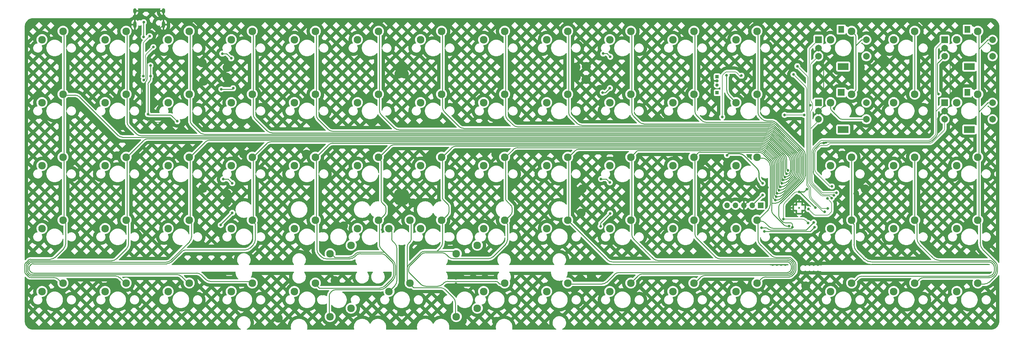
<source format=gbr>
%TF.GenerationSoftware,KiCad,Pcbnew,(6.0.7)*%
%TF.CreationDate,2022-09-06T15:34:49+02:00*%
%TF.ProjectId,rp2040,72703230-3430-42e6-9b69-6361645f7063,Rev1.0*%
%TF.SameCoordinates,Original*%
%TF.FileFunction,Copper,L1,Top*%
%TF.FilePolarity,Positive*%
%FSLAX46Y46*%
G04 Gerber Fmt 4.6, Leading zero omitted, Abs format (unit mm)*
G04 Created by KiCad (PCBNEW (6.0.7)) date 2022-09-06 15:34:49*
%MOMM*%
%LPD*%
G01*
G04 APERTURE LIST*
%TA.AperFunction,ComponentPad*%
%ADD10C,2.300000*%
%TD*%
%TA.AperFunction,WasherPad*%
%ADD11R,3.200000X2.000000*%
%TD*%
%TA.AperFunction,WasherPad*%
%ADD12R,1.800000X2.000000*%
%TD*%
%TA.AperFunction,ComponentPad*%
%ADD13R,2.000000X2.000000*%
%TD*%
%TA.AperFunction,ComponentPad*%
%ADD14C,2.000000*%
%TD*%
%TA.AperFunction,ComponentPad*%
%ADD15R,1.000000X1.000000*%
%TD*%
%TA.AperFunction,ComponentPad*%
%ADD16O,1.000000X1.000000*%
%TD*%
%TA.AperFunction,WasherPad*%
%ADD17R,2.000000X2.000000*%
%TD*%
%TA.AperFunction,ComponentPad*%
%ADD18R,1.700000X1.700000*%
%TD*%
%TA.AperFunction,ComponentPad*%
%ADD19O,1.700000X1.700000*%
%TD*%
%TA.AperFunction,ComponentPad*%
%ADD20C,0.600000*%
%TD*%
%TA.AperFunction,ComponentPad*%
%ADD21O,1.000000X2.100000*%
%TD*%
%TA.AperFunction,ComponentPad*%
%ADD22O,1.000000X1.600000*%
%TD*%
%TA.AperFunction,ViaPad*%
%ADD23C,0.800000*%
%TD*%
%TA.AperFunction,Conductor*%
%ADD24C,0.200000*%
%TD*%
%TA.AperFunction,Conductor*%
%ADD25C,0.250000*%
%TD*%
%TA.AperFunction,Conductor*%
%ADD26C,0.300000*%
%TD*%
G04 APERTURE END LIST*
D10*
%TO.P,SW_2,1,1*%
%TO.N,Net-(D1-Pad2)*%
X40620000Y-52285000D03*
%TO.P,SW_2,2,2*%
%TO.N,COL1*%
X46970000Y-49745000D03*
%TD*%
%TO.P,SW_15,1,1*%
%TO.N,rot_1_row*%
X297795000Y-52285000D03*
%TO.P,SW_15,2,2*%
%TO.N,COL14*%
X304145000Y-49745000D03*
%TD*%
%TO.P,SW55,1,1*%
%TO.N,Net-(D33-Pad1)*%
X278745000Y-90385000D03*
%TO.P,SW55,2,2*%
%TO.N,COL13*%
X285095000Y-87845000D03*
%TD*%
%TO.P,SW17,1,1*%
%TO.N,Net-(D10-Pad2)*%
X78720000Y-128485000D03*
%TO.P,SW17,2,2*%
%TO.N,COL3*%
X85070000Y-125945000D03*
%TD*%
%TO.P,SW59,1,1*%
%TO.N,Net-(D38-Pad1)*%
X297795000Y-90385000D03*
%TO.P,SW59,2,2*%
%TO.N,COL14*%
X304145000Y-87845000D03*
%TD*%
D11*
%TO.P,SWrot_1_1,*%
%TO.N,*%
X301605000Y-79475000D03*
D12*
X301005000Y-68275000D03*
D13*
%TO.P,SWrot_1_1,A,A*%
%TO.N,rot_1_l*%
X294105000Y-71375000D03*
D14*
%TO.P,SWrot_1_1,B,B*%
%TO.N,rot_1_r*%
X294105000Y-76375000D03*
%TO.P,SWrot_1_1,C,C*%
%TO.N,GND*%
X294105000Y-73875000D03*
%TO.P,SWrot_1_1,S1,S1*%
%TO.N,rot_1_1row*%
X308605000Y-76375000D03*
%TO.P,SWrot_1_1,S2,S2*%
%TO.N,COL14*%
X308605000Y-71375000D03*
%TD*%
D10*
%TO.P,SW_1,1,1*%
%TO.N,Net-(D1-Pad1)*%
X21570000Y-52285000D03*
%TO.P,SW_1,2,2*%
%TO.N,COL0*%
X27920000Y-49745000D03*
%TD*%
%TO.P,SW_5,1,1*%
%TO.N,Net-(D11-Pad1)*%
X97770000Y-52285000D03*
%TO.P,SW_5,2,2*%
%TO.N,COL4*%
X104120000Y-49745000D03*
%TD*%
%TO.P,SW8,1,1*%
%TO.N,Net-(D5-Pad2)*%
X40620000Y-128485000D03*
%TO.P,SW8,2,2*%
%TO.N,COL1*%
X46970000Y-125945000D03*
%TD*%
%TO.P,SW_4,1,1*%
%TO.N,Net-(D6-Pad1)*%
X78720000Y-52285000D03*
%TO.P,SW_4,2,2*%
%TO.N,COL3*%
X85070000Y-49745000D03*
%TD*%
%TO.P,SW52,1,1*%
%TO.N,Net-(D34-Pad1)*%
X259695000Y-109435000D03*
%TO.P,SW52,2,2*%
%TO.N,COL12*%
X266045000Y-106895000D03*
%TD*%
%TO.P,SW_10,1,1*%
%TO.N,Net-(D21-Pad1)*%
X193020000Y-52285000D03*
%TO.P,SW_10,2,2*%
%TO.N,COL9*%
X199370000Y-49745000D03*
%TD*%
D15*
%TO.P,J4,1,Pin_1*%
%TO.N,+1V1*%
X225420000Y-68360000D03*
%TD*%
D10*
%TO.P,SW19,1,1*%
%TO.N,Net-(D13-Pad1)*%
X97770000Y-90385000D03*
%TO.P,SW19,2,2*%
%TO.N,COL4*%
X104120000Y-87845000D03*
%TD*%
%TO.P,SW54,1,1*%
%TO.N,Net-(D32-Pad2)*%
X278745000Y-71335000D03*
%TO.P,SW54,2,2*%
%TO.N,COL13*%
X285095000Y-68795000D03*
%TD*%
%TO.P,SW27,1,1*%
%TO.N,Net-(D18-Pad2)*%
X135870000Y-90385000D03*
%TO.P,SW27,2,2*%
%TO.N,COL6*%
X142220000Y-87845000D03*
%TD*%
%TO.P,SW18,1,1*%
%TO.N,Net-(D12-Pad2)*%
X97770000Y-71335000D03*
%TO.P,SW18,2,2*%
%TO.N,COL4*%
X104120000Y-68795000D03*
%TD*%
%TO.P,SW61,1,1*%
%TO.N,Net-(D40-Pad1)*%
X297795000Y-128485000D03*
%TO.P,SW61,2,2*%
%TO.N,COL14*%
X304145000Y-125945000D03*
%TD*%
%TO.P,SW29,1,1*%
%TO.N,Net-(D20-Pad2)*%
X126345000Y-128485000D03*
%TO.P,SW29,2,2*%
%TO.N,COL6*%
X132695000Y-125945000D03*
%TD*%
%TO.P,SW53,1,1*%
%TO.N,Net-(D35-Pad1)*%
X259695000Y-128485000D03*
%TO.P,SW53,2,2*%
%TO.N,COL12*%
X266045000Y-125945000D03*
%TD*%
%TO.P,SW49,1,1*%
%TO.N,Net-(D30-Pad2)*%
X231120000Y-128485000D03*
%TO.P,SW49,2,2*%
%TO.N,COL11*%
X237470000Y-125945000D03*
%TD*%
%TO.P,SW43,1,1*%
%TO.N,Net-(D28-Pad1)*%
X212070000Y-90385000D03*
%TO.P,SW43,2,2*%
%TO.N,COL10*%
X218420000Y-87845000D03*
%TD*%
%TO.P,SW40,1,1*%
%TO.N,Net-(D24-Pad2)*%
X193020000Y-109435000D03*
%TO.P,SW40,2,2*%
%TO.N,COL9*%
X199370000Y-106895000D03*
%TD*%
%TO.P,SW26,1,1*%
%TO.N,Net-(D17-Pad2)*%
X135870000Y-71335000D03*
%TO.P,SW26,2,2*%
%TO.N,COL6*%
X142220000Y-68795000D03*
%TD*%
%TO.P,SW29_3,1,1*%
%TO.N,Net-(D20-Pad2)*%
X153015000Y-114515000D03*
%TO.P,SW29_3,2,2*%
%TO.N,COL6*%
X146665000Y-117055000D03*
%TD*%
%TO.P,SW_8,1,1*%
%TO.N,Net-(D16-Pad1)*%
X154920000Y-52285000D03*
%TO.P,SW_8,2,2*%
%TO.N,COL7*%
X161270000Y-49745000D03*
%TD*%
%TO.P,SW56,1,1*%
%TO.N,Net-(D34-Pad2)*%
X278745000Y-109435000D03*
%TO.P,SW56,2,2*%
%TO.N,COL13*%
X285095000Y-106895000D03*
%TD*%
%TO.P,SW14,1,1*%
%TO.N,Net-(D7-Pad2)*%
X78720000Y-71335000D03*
%TO.P,SW14,2,2*%
%TO.N,COL3*%
X85070000Y-68795000D03*
%TD*%
%TO.P,SW33,1,1*%
%TO.N,Net-(D20-Pad1)*%
X154920000Y-128485000D03*
%TO.P,SW33,2,2*%
%TO.N,COL7*%
X161270000Y-125945000D03*
%TD*%
%TO.P,SW_6,1,1*%
%TO.N,Net-(D11-Pad2)*%
X116820000Y-52285000D03*
%TO.P,SW_6,2,2*%
%TO.N,COL5*%
X123170000Y-49745000D03*
%TD*%
%TO.P,SW60,1,1*%
%TO.N,Net-(D39-Pad2)*%
X297795000Y-109435000D03*
%TO.P,SW60,2,2*%
%TO.N,COL14*%
X304145000Y-106895000D03*
%TD*%
%TO.P,SW34,1,1*%
%TO.N,Net-(D22-Pad1)*%
X173970000Y-71335000D03*
%TO.P,SW34,2,2*%
%TO.N,COL8*%
X180320000Y-68795000D03*
%TD*%
%TO.P,SW29_2,1,1*%
%TO.N,Net-(D20-Pad2)*%
X126345000Y-109435000D03*
%TO.P,SW29_2,2,2*%
%TO.N,COL6*%
X132695000Y-106895000D03*
%TD*%
%TO.P,SW_9,1,1*%
%TO.N,Net-(D21-Pad2)*%
X173970000Y-52285000D03*
%TO.P,SW_9,2,2*%
%TO.N,COL8*%
X180320000Y-49745000D03*
%TD*%
%TO.P,SW47,1,1*%
%TO.N,Net-(D28-Pad2)*%
X231120000Y-90385000D03*
%TO.P,SW47,2,2*%
%TO.N,COL11*%
X237470000Y-87845000D03*
%TD*%
%TO.P,SW51,1,1*%
%TO.N,Net-(D33-Pad2)*%
X259695000Y-90385000D03*
%TO.P,SW51,2,2*%
%TO.N,COL12*%
X266045000Y-87845000D03*
%TD*%
%TO.P,SW29_1,1,1*%
%TO.N,Net-(D20-Pad2)*%
X153015000Y-133565000D03*
%TO.P,SW29_1,2,2*%
%TO.N,COL6*%
X146665000Y-136105000D03*
%TD*%
%TO.P,SW1,1,1*%
%TO.N,Net-(D2-Pad2)*%
X21570000Y-71335000D03*
%TO.P,SW1,2,2*%
%TO.N,COL0*%
X27920000Y-68795000D03*
%TD*%
%TO.P,SW22,1,1*%
%TO.N,Net-(D12-Pad1)*%
X116820000Y-71335000D03*
%TO.P,SW22,2,2*%
%TO.N,COL5*%
X123170000Y-68795000D03*
%TD*%
%TO.P,SW36,1,1*%
%TO.N,Net-(D24-Pad1)*%
X173970000Y-109435000D03*
%TO.P,SW36,2,2*%
%TO.N,COL8*%
X180320000Y-106895000D03*
%TD*%
%TO.P,SW7,1,1*%
%TO.N,Net-(D4-Pad1)*%
X40620000Y-109435000D03*
%TO.P,SW7,2,2*%
%TO.N,COL1*%
X46970000Y-106895000D03*
%TD*%
%TO.P,SW_13,1,1*%
%TO.N,rot_2_2row*%
X259695000Y-52285000D03*
%TO.P,SW_13,2,2*%
%TO.N,COL12*%
X266045000Y-49745000D03*
%TD*%
%TO.P,SW45,1,1*%
%TO.N,Net-(D30-Pad1)*%
X212070000Y-128485000D03*
%TO.P,SW45,2,2*%
%TO.N,COL10*%
X218420000Y-125945000D03*
%TD*%
%TO.P,SW23,1,1*%
%TO.N,Net-(D13-Pad2)*%
X116820000Y-90385000D03*
%TO.P,SW23,2,2*%
%TO.N,COL5*%
X123170000Y-87845000D03*
%TD*%
%TO.P,SW35,1,1*%
%TO.N,Net-(D23-Pad2)*%
X173970000Y-90385000D03*
%TO.P,SW35,2,2*%
%TO.N,COL8*%
X180320000Y-87845000D03*
%TD*%
%TO.P,SW24,1,1*%
%TO.N,Net-(D14-Pad1)*%
X116820000Y-109435000D03*
%TO.P,SW24,2,2*%
%TO.N,COL5*%
X123170000Y-106895000D03*
%TD*%
%TO.P,SW46,1,1*%
%TO.N,Net-(D27-Pad1)*%
X231120000Y-71335000D03*
%TO.P,SW46,2,2*%
%TO.N,COL11*%
X237470000Y-68795000D03*
%TD*%
%TO.P,SW30,1,1*%
%TO.N,Net-(D17-Pad1)*%
X154920000Y-71335000D03*
%TO.P,SW30,2,2*%
%TO.N,COL7*%
X161270000Y-68795000D03*
%TD*%
%TO.P,SW6,1,1*%
%TO.N,Net-(D3-Pad2)*%
X40620000Y-90385000D03*
%TO.P,SW6,2,2*%
%TO.N,COL1*%
X46970000Y-87845000D03*
%TD*%
%TO.P,SW12,1,1*%
%TO.N,Net-(D10-Pad1)*%
X59670000Y-128485000D03*
%TO.P,SW12,2,2*%
%TO.N,COL2*%
X66020000Y-125945000D03*
%TD*%
%TO.P,SW_12,1,1*%
%TO.N,Net-(D26-Pad2)*%
X231120000Y-52285000D03*
%TO.P,SW_12,2,2*%
%TO.N,COL11*%
X237470000Y-49745000D03*
%TD*%
%TO.P,SW9,1,1*%
%TO.N,Net-(D7-Pad1)*%
X59670000Y-71335000D03*
%TO.P,SW9,2,2*%
%TO.N,COL2*%
X66020000Y-68795000D03*
%TD*%
%TO.P,SW31,1,1*%
%TO.N,Net-(D18-Pad1)*%
X154920000Y-90385000D03*
%TO.P,SW31,2,2*%
%TO.N,COL7*%
X161270000Y-87845000D03*
%TD*%
%TO.P,SW_7,1,1*%
%TO.N,Net-(D16-Pad2)*%
X135870000Y-52285000D03*
%TO.P,SW_7,2,2*%
%TO.N,COL6*%
X142220000Y-49745000D03*
%TD*%
D15*
%TO.P,J2,1,Pin_1*%
%TO.N,+5V*%
X225410000Y-63500000D03*
D16*
%TO.P,J2,2,Pin_2*%
%TO.N,GND*%
X225410000Y-64770000D03*
%TO.P,J2,3,Pin_3*%
%TO.N,LED_GLOW*%
X225410000Y-66040000D03*
%TD*%
D10*
%TO.P,SW15,1,1*%
%TO.N,Net-(D8-Pad2)*%
X78720000Y-90385000D03*
%TO.P,SW15,2,2*%
%TO.N,COL3*%
X85070000Y-87845000D03*
%TD*%
%TO.P,SW25,1,1*%
%TO.N,Net-(D15-Pad1)*%
X114915000Y-133565000D03*
%TO.P,SW25,2,2*%
%TO.N,COL5*%
X108565000Y-136105000D03*
%TD*%
%TO.P,SW4,1,1*%
%TO.N,Net-(D5-Pad1)*%
X21570000Y-128485000D03*
%TO.P,SW4,2,2*%
%TO.N,COL0*%
X27920000Y-125945000D03*
%TD*%
%TO.P,SW28,1,1*%
%TO.N,Net-(D19-Pad2)*%
X135870000Y-109435000D03*
%TO.P,SW28,2,2*%
%TO.N,COL6*%
X142220000Y-106895000D03*
%TD*%
%TO.P,SW5,1,1*%
%TO.N,Net-(D2-Pad1)*%
X40620000Y-71335000D03*
%TO.P,SW5,2,2*%
%TO.N,COL1*%
X46970000Y-68795000D03*
%TD*%
%TO.P,SW37,1,1*%
%TO.N,Net-(D25-Pad1)*%
X173970000Y-128485000D03*
%TO.P,SW37,2,2*%
%TO.N,COL8*%
X180320000Y-125945000D03*
%TD*%
%TO.P,SW42,1,1*%
%TO.N,Net-(D27-Pad2)*%
X212070000Y-71335000D03*
%TO.P,SW42,2,2*%
%TO.N,COL10*%
X218420000Y-68795000D03*
%TD*%
%TO.P,SW11,1,1*%
%TO.N,Net-(D9-Pad1)*%
X59670000Y-109435000D03*
%TO.P,SW11,2,2*%
%TO.N,COL2*%
X66020000Y-106895000D03*
%TD*%
%TO.P,SW58,1,1*%
%TO.N,rot_1_1row*%
X297795000Y-71335000D03*
%TO.P,SW58,2,2*%
%TO.N,COL14*%
X304145000Y-68795000D03*
%TD*%
%TO.P,SW3,1,1*%
%TO.N,Net-(D4-Pad2)*%
X21570000Y-109435000D03*
%TO.P,SW3,2,2*%
%TO.N,COL0*%
X27920000Y-106895000D03*
%TD*%
%TO.P,SW39,1,1*%
%TO.N,Net-(D23-Pad1)*%
X193020000Y-90385000D03*
%TO.P,SW39,2,2*%
%TO.N,COL9*%
X199370000Y-87845000D03*
%TD*%
%TO.P,SW_3,1,1*%
%TO.N,Net-(D6-Pad2)*%
X59670000Y-52285000D03*
%TO.P,SW_3,2,2*%
%TO.N,COL2*%
X66020000Y-49745000D03*
%TD*%
%TO.P,SW21,1,1*%
%TO.N,Net-(D15-Pad2)*%
X97770000Y-128485000D03*
%TO.P,SW21,2,2*%
%TO.N,COL4*%
X104120000Y-125945000D03*
%TD*%
D12*
%TO.P,SWrot_2_2,*%
%TO.N,*%
X262905000Y-49225000D03*
D11*
X263505000Y-60425000D03*
D13*
%TO.P,SWrot_2_2,A,A*%
%TO.N,rot_2_l*%
X256005000Y-52325000D03*
D14*
%TO.P,SWrot_2_2,B,B*%
%TO.N,rot_2_r*%
X256005000Y-57325000D03*
%TO.P,SWrot_2_2,C,C*%
%TO.N,GND*%
X256005000Y-54825000D03*
%TO.P,SWrot_2_2,S1,S1*%
%TO.N,rot_2_2row*%
X270505000Y-57325000D03*
%TO.P,SWrot_2_2,S2,S2*%
%TO.N,COL12*%
X270505000Y-52325000D03*
%TD*%
D10*
%TO.P,SW_14,1,1*%
%TO.N,Net-(D31-Pad1)*%
X278745000Y-52285000D03*
%TO.P,SW_14,2,2*%
%TO.N,COL13*%
X285095000Y-49745000D03*
%TD*%
%TO.P,SW38,1,1*%
%TO.N,Net-(D22-Pad2)*%
X193020000Y-71335000D03*
%TO.P,SW38,2,2*%
%TO.N,COL9*%
X199370000Y-68795000D03*
%TD*%
D12*
%TO.P,SWrot_1,*%
%TO.N,*%
X301005000Y-49225000D03*
D11*
X301605000Y-60425000D03*
D13*
%TO.P,SWrot_1,A,A*%
%TO.N,rot_1_l*%
X294105000Y-52325000D03*
D14*
%TO.P,SWrot_1,B,B*%
%TO.N,rot_1_r*%
X294105000Y-57325000D03*
%TO.P,SWrot_1,C,C*%
%TO.N,GND*%
X294105000Y-54825000D03*
%TO.P,SWrot_1,S1,S1*%
%TO.N,rot_1_row*%
X308605000Y-57325000D03*
%TO.P,SWrot_1,S2,S2*%
%TO.N,COL14*%
X308605000Y-52325000D03*
%TD*%
D10*
%TO.P,SW25_1,1,1*%
%TO.N,Net-(D15-Pad1)*%
X114915000Y-114515000D03*
%TO.P,SW25_1,2,2*%
%TO.N,COL5*%
X108565000Y-117055000D03*
%TD*%
%TO.P,SW20,1,1*%
%TO.N,Net-(D14-Pad2)*%
X97770000Y-109435000D03*
%TO.P,SW20,2,2*%
%TO.N,COL4*%
X104120000Y-106895000D03*
%TD*%
%TO.P,SW10,1,1*%
%TO.N,Net-(D8-Pad1)*%
X59670000Y-90385000D03*
%TO.P,SW10,2,2*%
%TO.N,COL2*%
X66020000Y-87845000D03*
%TD*%
%TO.P,SW16,1,1*%
%TO.N,Net-(D9-Pad2)*%
X78720000Y-109435000D03*
%TO.P,SW16,2,2*%
%TO.N,COL3*%
X85070000Y-106895000D03*
%TD*%
%TO.P,SW2,1,1*%
%TO.N,Net-(D3-Pad1)*%
X21570000Y-90385000D03*
%TO.P,SW2,2,2*%
%TO.N,COL0*%
X27920000Y-87845000D03*
%TD*%
%TO.P,SW50,1,1*%
%TO.N,rot_2_row*%
X259695000Y-71335000D03*
%TO.P,SW50,2,2*%
%TO.N,COL12*%
X266045000Y-68795000D03*
%TD*%
%TO.P,SW44,1,1*%
%TO.N,Net-(D29-Pad2)*%
X212070000Y-109435000D03*
%TO.P,SW44,2,2*%
%TO.N,COL10*%
X218420000Y-106895000D03*
%TD*%
%TO.P,SW_11,1,1*%
%TO.N,Net-(D26-Pad1)*%
X212070000Y-52285000D03*
%TO.P,SW_11,2,2*%
%TO.N,COL10*%
X218420000Y-49745000D03*
%TD*%
%TO.P,SW41,1,1*%
%TO.N,Net-(D25-Pad2)*%
X193020000Y-128485000D03*
%TO.P,SW41,2,2*%
%TO.N,COL9*%
X199370000Y-125945000D03*
%TD*%
D11*
%TO.P,SWrot_2,*%
%TO.N,*%
X263505000Y-79475000D03*
D17*
X262905000Y-68275000D03*
D13*
%TO.P,SWrot_2,A,A*%
%TO.N,rot_2_l*%
X256005000Y-71375000D03*
D14*
%TO.P,SWrot_2,B,B*%
%TO.N,rot_2_r*%
X256005000Y-76375000D03*
%TO.P,SWrot_2,C,C*%
%TO.N,GND*%
X256005000Y-73875000D03*
%TO.P,SWrot_2,S1,S1*%
%TO.N,rot_2_row*%
X270505000Y-76375000D03*
%TO.P,SWrot_2,S2,S2*%
%TO.N,COL12*%
X270505000Y-71375000D03*
%TD*%
D10*
%TO.P,SW32,1,1*%
%TO.N,Net-(D19-Pad1)*%
X154920000Y-109435000D03*
%TO.P,SW32,2,2*%
%TO.N,COL7*%
X161270000Y-106895000D03*
%TD*%
%TO.P,SW48,1,1*%
%TO.N,Net-(D29-Pad1)*%
X231120000Y-109435000D03*
%TO.P,SW48,2,2*%
%TO.N,COL11*%
X237470000Y-106895000D03*
%TD*%
%TO.P,SW57,1,1*%
%TO.N,Net-(D35-Pad2)*%
X278745000Y-128485000D03*
%TO.P,SW57,2,2*%
%TO.N,COL13*%
X285095000Y-125945000D03*
%TD*%
D18*
%TO.P,J1,1,Pin_1*%
%TO.N,/RP2040_schem/RUN*%
X238600000Y-102425000D03*
D19*
%TO.P,J1,2,Pin_2*%
%TO.N,+3V3*%
X236060000Y-102425000D03*
%TO.P,J1,3,Pin_3*%
%TO.N,GND*%
X233520000Y-102425000D03*
%TO.P,J1,4,Pin_4*%
%TO.N,/RP2040_schem/SWD*%
X230980000Y-102425000D03*
%TO.P,J1,5,Pin_5*%
%TO.N,/RP2040_schem/SWCLK*%
X228440000Y-102425000D03*
%TD*%
D20*
%TO.P,U3,57,GND*%
%TO.N,GND*%
X250210000Y-103190000D03*
X251111561Y-104091561D03*
X249308439Y-104091561D03*
X250210000Y-104993122D03*
X248406878Y-103190000D03*
X250210000Y-101386878D03*
X252013122Y-103190000D03*
X249308439Y-102288439D03*
X251111561Y-102288439D03*
%TD*%
D21*
%TO.P,J0,S1,SHIELD*%
%TO.N,GND*%
X58250000Y-47760000D03*
D22*
X58250000Y-43580000D03*
X49610000Y-43580000D03*
D21*
X49610000Y-47760000D03*
%TD*%
D23*
%TO.N,GND*%
X120570000Y-125380000D03*
X63275000Y-87125000D03*
X263200000Y-87225000D03*
X182990000Y-101570000D03*
X184330000Y-104750000D03*
X130225000Y-116600000D03*
X82475000Y-86925000D03*
X77380000Y-101340000D03*
X265490000Y-57760000D03*
X177750000Y-87000000D03*
X70350000Y-64890000D03*
X158820000Y-137520000D03*
X133570000Y-101700000D03*
X51050000Y-63240000D03*
X182830000Y-60590000D03*
X144780000Y-135020000D03*
X113730000Y-128960000D03*
X110080000Y-125210000D03*
X146630000Y-128210000D03*
X148490000Y-137310000D03*
X257665000Y-83565000D03*
X228550000Y-89850000D03*
X130170000Y-134740000D03*
X77480000Y-60710000D03*
X184650000Y-97480000D03*
X131030000Y-98940000D03*
X235310000Y-106390000D03*
X182880000Y-63620000D03*
X131000000Y-62670000D03*
X61320000Y-77290000D03*
X129310000Y-100940000D03*
X275940000Y-59350000D03*
X190040000Y-67330000D03*
X124325000Y-109850000D03*
X266940000Y-98910000D03*
X131040000Y-100920000D03*
X143020000Y-129110000D03*
X185920000Y-60390000D03*
X146570000Y-126180000D03*
X57320000Y-52390000D03*
X106350000Y-133150000D03*
X158600000Y-86975000D03*
X77370000Y-98850000D03*
X130150000Y-126970000D03*
X270150000Y-97470000D03*
X45525000Y-78325000D03*
X77410000Y-63670000D03*
X139310000Y-86790000D03*
X149000000Y-134290000D03*
X112620000Y-108660000D03*
X185840000Y-64350000D03*
X146580000Y-124520000D03*
X152260000Y-110190000D03*
X257000000Y-95650000D03*
X92900000Y-136575000D03*
X129330000Y-62670000D03*
X130990000Y-60760000D03*
X101425000Y-86925000D03*
X129290000Y-98930000D03*
X196750000Y-86850000D03*
X56590000Y-55520000D03*
X120625000Y-87200000D03*
X240625000Y-97005000D03*
X187450000Y-123650000D03*
X73050000Y-123850000D03*
X268640000Y-60700000D03*
X44175000Y-87425000D03*
X183050000Y-98950000D03*
X70140000Y-97320000D03*
X215725000Y-86850000D03*
X189500000Y-95470000D03*
X189930000Y-57270000D03*
X234875000Y-87625000D03*
X252200000Y-126800000D03*
X69950000Y-59310000D03*
X51616791Y-73814707D03*
X129320000Y-60730000D03*
X130170000Y-138890000D03*
%TO.N,ROW0*%
X258850000Y-103400000D03*
X249650000Y-60325000D03*
X78725000Y-57950000D03*
X76025000Y-56525000D03*
X193160000Y-57490000D03*
X191030000Y-56500000D03*
%TO.N,ROW1*%
X75710000Y-67290000D03*
X79300000Y-67000000D03*
X248478391Y-62821609D03*
X257920000Y-104410000D03*
X190870000Y-68340000D03*
X193060000Y-66950000D03*
%TO.N,ROW2*%
X190370000Y-94450000D03*
X254590000Y-107590000D03*
X79017107Y-95722893D03*
X193030000Y-95500000D03*
X76270000Y-94520000D03*
X238850000Y-109205000D03*
%TO.N,ROW3*%
X193110000Y-104860000D03*
X79017107Y-104697107D03*
X75530000Y-108365000D03*
X254880000Y-109040000D03*
X239730000Y-110305000D03*
X190210000Y-108800000D03*
%TO.N,Net-(D27-Pad1)*%
X228295000Y-63065000D03*
%TO.N,COL3*%
X245310000Y-94725000D03*
%TO.N,COL0*%
X246800000Y-91855000D03*
%TO.N,COL1*%
X246420000Y-92885000D03*
%TO.N,COL2*%
X245845000Y-93870000D03*
%TO.N,COL4*%
X244940000Y-95725000D03*
%TO.N,COL5*%
X244435000Y-96830000D03*
%TO.N,COL6*%
X244080000Y-97835000D03*
%TO.N,COL7*%
X243540000Y-98845000D03*
%TO.N,COL8*%
X243260000Y-99835000D03*
%TO.N,COL9*%
X242980000Y-100865000D03*
%TO.N,COL10*%
X247130000Y-108680000D03*
%TO.N,COL11*%
X248160000Y-109030000D03*
%TO.N,+3V3*%
X255120000Y-103135000D03*
X245430000Y-106580000D03*
X250195843Y-98369157D03*
X239160000Y-99330000D03*
X239160000Y-95760000D03*
X252520000Y-97520000D03*
X252940000Y-107760000D03*
X228400000Y-87260000D03*
%TO.N,+1V1*%
X258700000Y-100350000D03*
X253010000Y-103585000D03*
%TO.N,+5V*%
X54330000Y-63320000D03*
X62410000Y-77000000D03*
X54330000Y-60110000D03*
X53570000Y-74820000D03*
%TO.N,/RP2040_schem/RUN*%
X232780000Y-63190000D03*
X226980000Y-75680000D03*
%TO.N,/RP2040_schem/~{USB_BOOT}*%
X245810000Y-75080000D03*
X251730000Y-75070000D03*
%TO.N,/RP2040_schem/USB_D+*%
X52365000Y-64535000D03*
X55190000Y-54550000D03*
%TO.N,/RP2040_schem/USB_D-*%
X54100000Y-51250000D03*
X52125000Y-63305000D03*
%TO.N,VBUS*%
X52300978Y-47025000D03*
X52280000Y-51450000D03*
%TO.N,rot_1_r*%
X292270000Y-68730000D03*
X260080000Y-96710000D03*
%TO.N,rot_1_l*%
X261409511Y-98650489D03*
%TO.N,rot_2_r*%
X260710000Y-99400000D03*
%TO.N,rot_2_l*%
X253545000Y-72145000D03*
X260010000Y-100240000D03*
%TD*%
D24*
%TO.N,GND*%
X51616791Y-73856050D02*
X51616791Y-73814707D01*
D25*
X238354213Y-97590787D02*
X233520000Y-102425000D01*
X56705479Y-53004521D02*
X57320000Y-52390000D01*
X256351745Y-83857894D02*
X256059820Y-84149820D01*
X295770000Y-72210000D02*
X295770000Y-56490000D01*
X291909819Y-80805605D02*
X291909819Y-76484395D01*
X53249031Y-63559031D02*
X53249031Y-58135183D01*
D24*
X54385011Y-77299435D02*
X61320000Y-77290000D01*
D25*
X240625000Y-97005000D02*
X239768427Y-97005000D01*
X257058853Y-83565000D02*
X257665000Y-83565000D01*
X51616791Y-73814707D02*
X51600000Y-73850000D01*
X52956138Y-64968476D02*
X51893822Y-66030792D01*
X56705479Y-54264521D02*
X56705479Y-53004521D01*
X258040000Y-83190000D02*
X289525424Y-83190000D01*
X292202712Y-75777288D02*
X294105000Y-73875000D01*
X256059820Y-84149820D02*
X255052619Y-85157019D01*
X53249031Y-63559031D02*
X53249031Y-64261369D01*
X233520000Y-102425000D02*
X238210000Y-97735000D01*
D24*
X51616791Y-73814707D02*
X51616791Y-74532577D01*
X61320000Y-77290000D02*
X61320000Y-77300000D01*
D25*
X290232531Y-82897107D02*
X291616926Y-81512712D01*
X51600932Y-66740141D02*
X51616791Y-73814707D01*
D24*
X51909684Y-75239684D02*
X53676543Y-77006543D01*
D25*
X257000000Y-95650000D02*
X255052617Y-93702617D01*
X257580000Y-72300000D02*
X256005000Y-73875000D01*
X254466831Y-92288404D02*
X254466832Y-86571234D01*
X53541924Y-57428076D02*
X56705479Y-54264521D01*
X56998372Y-49011628D02*
X58250000Y-47760000D01*
X295770000Y-56490000D02*
X294105000Y-54825000D01*
X294105000Y-73875000D02*
X295770000Y-72210000D01*
X56705479Y-54264521D02*
X56705479Y-49718735D01*
X257580000Y-56814214D02*
X257580000Y-72300000D01*
X257665000Y-83565000D02*
X258040000Y-83190000D01*
X256005000Y-54825000D02*
X257287107Y-56107107D01*
X53541939Y-57428091D02*
G75*
G03*
X53249031Y-58135183I707061J-707109D01*
G01*
X292202719Y-75777295D02*
G75*
G03*
X291909819Y-76484395I707081J-707105D01*
G01*
X254466847Y-86571234D02*
G75*
G02*
X255052620Y-85157020I1999953J34D01*
G01*
X256351769Y-83857918D02*
G75*
G02*
X257058853Y-83565000I707131J-707082D01*
G01*
X257287114Y-56107100D02*
G75*
G02*
X257580000Y-56814214I-707114J-707100D01*
G01*
X254466820Y-92288404D02*
G75*
G03*
X255052618Y-93702616I1999980J4D01*
G01*
D24*
X51909671Y-75239697D02*
G75*
G02*
X51616791Y-74532577I707129J707097D01*
G01*
D25*
X53249000Y-64261369D02*
G75*
G02*
X52956138Y-64968476I-1000000J-31D01*
G01*
X51600923Y-66740141D02*
G75*
G02*
X51893822Y-66030792I999977J2241D01*
G01*
X56705510Y-49718735D02*
G75*
G02*
X56998372Y-49011628I999990J35D01*
G01*
X290232519Y-82897095D02*
G75*
G02*
X289525424Y-83190000I-707119J707095D01*
G01*
D24*
X53676511Y-77006575D02*
G75*
G03*
X54385011Y-77299434I707089J707175D01*
G01*
D25*
X291616927Y-81512713D02*
G75*
G03*
X291909819Y-80805605I-707127J707113D01*
G01*
X238354199Y-97590773D02*
G75*
G02*
X239768427Y-97005000I1414201J-1414227D01*
G01*
D24*
%TO.N,ROW0*%
X252550858Y-63225858D02*
X249650000Y-60325000D01*
D25*
X77300000Y-56525000D02*
X78725000Y-57950000D01*
D24*
X253619031Y-99186576D02*
X253619031Y-97388239D01*
D25*
X192170000Y-56500000D02*
X191030000Y-56500000D01*
D24*
X255367014Y-101762986D02*
X257004028Y-103400000D01*
X257004028Y-103400000D02*
X258850000Y-103400000D01*
X255633244Y-102029216D02*
X255367014Y-101762986D01*
D25*
X76025000Y-56525000D02*
X77300000Y-56525000D01*
X193160000Y-57490000D02*
X192170000Y-56500000D01*
D24*
X252843751Y-95784531D02*
X252843751Y-63932965D01*
X253326138Y-96681132D02*
X253136644Y-96491638D01*
X255367014Y-101762986D02*
X254204817Y-100600789D01*
X253136670Y-96491612D02*
G75*
G02*
X252843751Y-95784531I707030J707112D01*
G01*
X252843790Y-63932965D02*
G75*
G03*
X252550858Y-63225858I-999990J-35D01*
G01*
X253326164Y-96681106D02*
G75*
G02*
X253619031Y-97388239I-707164J-707094D01*
G01*
X253619039Y-99186576D02*
G75*
G03*
X254204817Y-100600789I1999961J-24D01*
G01*
%TO.N,ROW1*%
X257920000Y-104410000D02*
X257960000Y-104410000D01*
X256624511Y-103585489D02*
X257449022Y-104410000D01*
X252444230Y-67208444D02*
X252444231Y-95950017D01*
D25*
X193060000Y-66950000D02*
X191670000Y-68340000D01*
D24*
X253805298Y-100766276D02*
X256624511Y-103585489D01*
D25*
X75710000Y-67290000D02*
X79010000Y-67290000D01*
D24*
X252737124Y-96657124D02*
X252926618Y-96846618D01*
D25*
X79010000Y-67290000D02*
X79300000Y-67000000D01*
D24*
X257449022Y-104410000D02*
X257920000Y-104410000D01*
X253219511Y-97553725D02*
X253219511Y-99352062D01*
D25*
X191670000Y-68340000D02*
X190870000Y-68340000D01*
D24*
X248800000Y-63150000D02*
X252151337Y-66501337D01*
X253805281Y-100766293D02*
G75*
G02*
X253219511Y-99352062I1414219J1414193D01*
G01*
X253219490Y-97553725D02*
G75*
G03*
X252926618Y-96846618I-999990J25D01*
G01*
X252444190Y-67208444D02*
G75*
G03*
X252151337Y-66501337I-999990J44D01*
G01*
X252737139Y-96657109D02*
G75*
G02*
X252444231Y-95950017I707061J707109D01*
G01*
D25*
%TO.N,ROW2*%
X77460000Y-94520000D02*
X77740000Y-94520000D01*
X252324520Y-109855480D02*
X254590000Y-107590000D01*
X238850000Y-109205000D02*
X240015786Y-109205000D01*
X190370000Y-94450000D02*
X191980000Y-94450000D01*
X251154520Y-109855480D02*
X252324520Y-109855480D01*
X191980000Y-94450000D02*
X193030000Y-95500000D01*
X241494694Y-109855480D02*
X251154520Y-109855480D01*
X240722893Y-109497893D02*
X240787587Y-109562587D01*
X76270000Y-94520000D02*
X77460000Y-94520000D01*
X77814214Y-94520000D02*
X79017107Y-95722893D01*
X77460000Y-94520000D02*
X77814214Y-94520000D01*
X240722900Y-109497886D02*
G75*
G03*
X240015786Y-109205000I-707100J-707114D01*
G01*
X241494694Y-109855490D02*
G75*
G02*
X240787587Y-109562587I6J999990D01*
G01*
%TO.N,Net-(D20-Pad2)*%
X128103253Y-126726747D02*
X126345000Y-128485000D01*
X127150000Y-110240000D02*
X127150000Y-112550263D01*
X127150000Y-110220000D02*
X126355000Y-109425000D01*
X126345000Y-109435000D02*
X127150000Y-110240000D01*
X127442893Y-113257370D02*
X128103253Y-113917730D01*
X128689040Y-115331944D02*
X128689040Y-125312533D01*
X127150000Y-112550263D02*
X127150000Y-110220000D01*
X128688997Y-115331944D02*
G75*
G03*
X128103253Y-113917730I-1999997J44D01*
G01*
X127442875Y-113257388D02*
G75*
G02*
X127150000Y-112550263I707125J707088D01*
G01*
X128689051Y-125312533D02*
G75*
G02*
X128103253Y-126726747I-2000051J33D01*
G01*
%TO.N,ROW3*%
X250945000Y-110305000D02*
X253635000Y-110305000D01*
X190210000Y-107760000D02*
X193110000Y-104860000D01*
X75530000Y-108365000D02*
X75530000Y-108184214D01*
X253615000Y-110305000D02*
X254880000Y-109040000D01*
X190210000Y-108800000D02*
X190210000Y-107760000D01*
X250945000Y-110305000D02*
X253615000Y-110305000D01*
X78094214Y-105620000D02*
X79017107Y-104697107D01*
X239730000Y-110305000D02*
X250945000Y-110305000D01*
X75530000Y-108184214D02*
X79017107Y-104697107D01*
%TO.N,Net-(D27-Pad1)*%
X228295000Y-67267359D02*
X228295000Y-63065000D01*
X231120000Y-71335000D02*
X229173679Y-69388679D01*
X229173659Y-69388699D02*
G75*
G02*
X228295000Y-67267359I2121341J2121299D01*
G01*
%TO.N,COL12*%
X267329511Y-67510489D02*
X266045000Y-68795000D01*
X267793733Y-124436267D02*
X266005000Y-126225000D01*
X267628680Y-116428680D02*
X269871320Y-118671320D01*
X267329511Y-51443725D02*
X267329511Y-67510489D01*
X266005000Y-107175000D02*
X266005000Y-107455000D01*
X266005000Y-107455000D02*
X266750000Y-108200000D01*
X269090787Y-52325000D02*
X267329511Y-54086276D01*
X266329521Y-106850479D02*
X266005000Y-107175000D01*
X307467481Y-123850480D02*
X269207947Y-123850480D01*
X266005000Y-50025000D02*
X266329521Y-50349521D01*
X308517904Y-119989340D02*
X308711620Y-120183056D01*
X309150960Y-121243716D02*
X309150960Y-122167001D01*
X270505000Y-52325000D02*
X269090787Y-52325000D01*
X266045000Y-49745000D02*
X267036618Y-50736618D01*
X266750000Y-108200000D02*
X266750000Y-114307359D01*
X267329511Y-54086276D02*
X267329511Y-54599511D01*
X271992641Y-119550000D02*
X307457244Y-119550000D01*
X308711620Y-123227661D02*
X308528141Y-123411140D01*
X266045000Y-87845000D02*
X266045000Y-106895000D01*
X307467481Y-123850472D02*
G75*
G03*
X308528141Y-123411140I19J1499972D01*
G01*
X309150960Y-121243716D02*
G75*
G03*
X308711620Y-120183056I-1499960J16D01*
G01*
X308711611Y-123227652D02*
G75*
G03*
X309150960Y-122167001I-1060611J1060652D01*
G01*
X267036633Y-50736603D02*
G75*
G02*
X267329511Y-51443725I-707133J-707097D01*
G01*
X271992641Y-119549971D02*
G75*
G02*
X269871320Y-118671320I-41J2999971D01*
G01*
X267793705Y-124436239D02*
G75*
G02*
X269207947Y-123850480I1414195J-1414261D01*
G01*
X267628660Y-116428700D02*
G75*
G02*
X266750000Y-114307359I2121340J2121300D01*
G01*
X308517882Y-119989362D02*
G75*
G03*
X307457244Y-119550000I-1060682J-1060638D01*
G01*
%TO.N,COL3*%
X85354521Y-69399521D02*
X85354521Y-74846094D01*
X85354521Y-106850479D02*
X85030000Y-107175000D01*
X245024341Y-94439341D02*
X245310000Y-94725000D01*
X85940000Y-108040000D02*
X85940000Y-112941573D01*
X237041159Y-83178841D02*
X239216152Y-83178841D01*
X241957869Y-85092131D02*
X244438555Y-87572817D01*
X85030000Y-50025000D02*
X85354521Y-50349521D01*
X236268843Y-83178843D02*
X236268840Y-83178840D01*
X241607869Y-84742131D02*
X241957869Y-85092131D01*
X69660787Y-123510787D02*
X71001720Y-124851720D01*
X82961573Y-115920000D02*
X65069145Y-115920000D01*
X236268840Y-83178840D02*
X238503840Y-83178840D01*
X245024341Y-88987030D02*
X245024341Y-90055000D01*
X241747552Y-81067507D02*
X247837765Y-87157721D01*
X248423551Y-88571934D02*
X248423551Y-91989458D01*
X18929214Y-122925000D02*
X68246573Y-122925000D01*
X85354521Y-88449521D02*
X85354521Y-106850479D01*
X85354521Y-50349521D02*
X85354521Y-68750479D01*
X245024341Y-90055000D02*
X245024341Y-94439341D01*
X237041157Y-83178843D02*
X236268843Y-83178843D01*
X85354213Y-114355787D02*
X84375786Y-115334214D01*
X85030000Y-107175000D02*
X85075000Y-107175000D01*
X85354521Y-68750479D02*
X85030000Y-69075000D01*
X237041157Y-83178843D02*
X237041159Y-83178841D01*
X17725000Y-121249214D02*
X17725000Y-121720786D01*
X63654931Y-116505787D02*
X60646504Y-119514214D01*
X239216154Y-83178843D02*
X237041157Y-83178843D01*
X85030000Y-88125000D02*
X85354521Y-88449521D01*
X109260000Y-83178840D02*
X236268840Y-83178840D01*
X245688009Y-94725000D02*
X245310000Y-94725000D01*
X85030000Y-69075000D02*
X85354521Y-69399521D01*
X18017893Y-122427893D02*
X18222107Y-122632107D01*
X59232291Y-120100000D02*
X18874214Y-120100000D01*
X240630366Y-83764628D02*
X241607869Y-84742131D01*
X18167107Y-120392893D02*
X18017893Y-120542107D01*
X84242506Y-125437506D02*
X85030000Y-126225000D01*
X85030000Y-88125000D02*
X89390374Y-83764626D01*
X90804587Y-83178840D02*
X109260000Y-83178840D01*
X85940308Y-76260308D02*
X89575934Y-79895934D01*
X85075000Y-107175000D02*
X85940000Y-108040000D01*
X240630368Y-83764630D02*
X241957869Y-85092131D01*
X90990147Y-80481720D02*
X240333338Y-80481720D01*
X247837764Y-93403672D02*
X247102222Y-94139214D01*
X72415933Y-125437506D02*
X84242506Y-125437506D01*
X245024307Y-88987030D02*
G75*
G03*
X244438555Y-87572817I-2000007J30D01*
G01*
X245688009Y-94725006D02*
G75*
G03*
X247102222Y-94139214I-9J2000006D01*
G01*
X82961573Y-115919980D02*
G75*
G03*
X84375785Y-115334213I27J1999980D01*
G01*
X72415933Y-125437480D02*
G75*
G02*
X71001721Y-124851719I-33J1999980D01*
G01*
X85354227Y-114355801D02*
G75*
G03*
X85940000Y-112941573I-1414227J1414201D01*
G01*
X18017886Y-122427900D02*
G75*
G02*
X17725000Y-121720786I707114J707100D01*
G01*
X90990147Y-80481680D02*
G75*
G02*
X89575935Y-79895933I-47J1999980D01*
G01*
X18167100Y-120392886D02*
G75*
G02*
X18874214Y-120100000I707100J-707114D01*
G01*
X18222100Y-122632114D02*
G75*
G03*
X18929214Y-122925000I707100J707114D01*
G01*
X63654908Y-116505764D02*
G75*
G02*
X65069145Y-115920000I1414192J-1414236D01*
G01*
X18017886Y-120542100D02*
G75*
G03*
X17725000Y-121249214I707114J-707100D01*
G01*
X248423535Y-91989458D02*
G75*
G02*
X247837764Y-93403672I-1999935J-42D01*
G01*
X59232291Y-120099993D02*
G75*
G03*
X60646504Y-119514214I9J1999993D01*
G01*
X248423541Y-88571934D02*
G75*
G03*
X247837765Y-87157721I-1999941J34D01*
G01*
X241747529Y-81067530D02*
G75*
G03*
X240333338Y-80481720I-1414229J-1414170D01*
G01*
X90804587Y-83178820D02*
G75*
G03*
X89390375Y-83764627I13J-1999980D01*
G01*
X69660801Y-123510773D02*
G75*
G03*
X68246573Y-122925000I-1414201J-1414227D01*
G01*
X239216152Y-83178864D02*
G75*
G02*
X240630365Y-83764629I48J-1999936D01*
G01*
X85940309Y-76260307D02*
G75*
G02*
X85354521Y-74846094I1414191J1414207D01*
G01*
%TO.N,COL0*%
X27880000Y-107175000D02*
X28204521Y-106850479D01*
X28094213Y-115565787D02*
X25494346Y-118165654D01*
X24080133Y-118751440D02*
X18105621Y-118751440D01*
X27965000Y-107175000D02*
X28680000Y-107890000D01*
X17398514Y-119044333D02*
X16669333Y-119773514D01*
X27880000Y-88125000D02*
X28204521Y-87800479D01*
X28204521Y-87800479D02*
X28204521Y-69399521D01*
X28204521Y-50349521D02*
X27880000Y-50025000D01*
X26514347Y-124859347D02*
X27880000Y-126225000D01*
X28680000Y-107890000D02*
X28680000Y-114151573D01*
X16669333Y-123226486D02*
X17423514Y-123980667D01*
X27880000Y-69075000D02*
X28204521Y-68750479D01*
X28204521Y-106850479D02*
X28204521Y-88449521D01*
X28204521Y-88449521D02*
X27880000Y-88125000D01*
X245787115Y-87014226D02*
X241188959Y-82416067D01*
X18130621Y-124273560D02*
X25100133Y-124273560D01*
X28204521Y-69399521D02*
X27880000Y-69075000D01*
X31499127Y-69075000D02*
X27880000Y-69075000D01*
X239774745Y-81830280D02*
X45911261Y-81830280D01*
X246800000Y-91855000D02*
X246372901Y-91427901D01*
X246372901Y-91427901D02*
X246372901Y-88428439D01*
X16376440Y-120480621D02*
X16376440Y-122519379D01*
X44497047Y-81244493D02*
X32913340Y-69660786D01*
X27880000Y-107175000D02*
X27965000Y-107175000D01*
X28204521Y-68750479D02*
X28204521Y-50349521D01*
X17398512Y-119044331D02*
G75*
G02*
X18105621Y-118751440I707088J-707069D01*
G01*
X239774745Y-81830255D02*
G75*
G02*
X241188958Y-82416068I-45J-2000045D01*
G01*
X17423512Y-123980669D02*
G75*
G03*
X18130621Y-124273560I707088J707069D01*
G01*
X16669331Y-119773512D02*
G75*
G03*
X16376440Y-120480621I707069J-707088D01*
G01*
X25494338Y-118165646D02*
G75*
G02*
X24080133Y-118751440I-1414238J1414246D01*
G01*
X28679980Y-114151573D02*
G75*
G02*
X28094212Y-115565786I-1999980J-27D01*
G01*
X245787135Y-87014206D02*
G75*
G02*
X246372901Y-88428439I-1414235J-1414194D01*
G01*
X31499127Y-69074981D02*
G75*
G02*
X32913340Y-69660786I-27J-2000019D01*
G01*
X16669331Y-123226488D02*
G75*
G02*
X16376440Y-122519379I707069J707088D01*
G01*
X26514339Y-124859355D02*
G75*
G03*
X25100133Y-124273560I-1414239J-1414245D01*
G01*
X44497071Y-81244469D02*
G75*
G03*
X45911261Y-81830280I1414229J1414169D01*
G01*
%TO.N,COL1*%
X241375157Y-81966547D02*
X246938725Y-87530115D01*
X246420000Y-92885000D02*
X245923381Y-92388381D01*
X42640613Y-119200960D02*
X18291819Y-119200960D01*
X47700000Y-107945000D02*
X47700000Y-114141573D01*
X45114827Y-124409827D02*
X46930000Y-126225000D01*
D24*
X247085000Y-92885000D02*
X247231618Y-92738382D01*
D25*
X239588548Y-82279800D02*
X53603627Y-82279800D01*
X18316819Y-123824040D02*
X43700613Y-123824040D01*
X245923381Y-92388381D02*
X245923381Y-88614636D01*
X17584712Y-119493853D02*
X17118853Y-119959712D01*
X17118853Y-123040288D02*
X17609712Y-123531147D01*
X51479187Y-81380760D02*
X239960943Y-81380760D01*
X47840308Y-78570308D02*
X50064974Y-80794974D01*
X16825960Y-120666819D02*
X16825960Y-122333181D01*
X47254521Y-69399521D02*
X47254521Y-77156094D01*
X245337595Y-87200423D02*
X241002762Y-82865587D01*
X247524511Y-88944328D02*
X247524511Y-92031275D01*
X52189414Y-82865586D02*
X46930000Y-88125000D01*
X47254521Y-88449521D02*
X47254521Y-106850479D01*
X246435000Y-92900000D02*
X246420000Y-92885000D01*
X47254521Y-106850479D02*
X46930000Y-107175000D01*
X46930000Y-88125000D02*
X47254521Y-88449521D01*
X47114213Y-115555787D02*
X44054826Y-118615174D01*
D24*
X246420000Y-92885000D02*
X247085000Y-92885000D01*
D25*
X47254521Y-68750479D02*
X46930000Y-69075000D01*
X47254521Y-50349521D02*
X47254521Y-68750479D01*
X46930000Y-107175000D02*
X47700000Y-107945000D01*
X46930000Y-50025000D02*
X47254521Y-50349521D01*
X46930000Y-69075000D02*
X47254521Y-69399521D01*
X241375144Y-81966560D02*
G75*
G03*
X239960943Y-81380760I-1414244J-1414240D01*
G01*
X42640613Y-119200980D02*
G75*
G03*
X44054825Y-118615173I-13J1999980D01*
G01*
X239588548Y-82279767D02*
G75*
G02*
X241002761Y-82865588I-48J-2000033D01*
G01*
X17584694Y-119493835D02*
G75*
G02*
X18291819Y-119200960I707106J-707165D01*
G01*
X16825985Y-120666819D02*
G75*
G02*
X17118853Y-119959712I1000015J19D01*
G01*
X245923361Y-88614636D02*
G75*
G03*
X245337595Y-87200423I-1999961J36D01*
G01*
X47114227Y-115555801D02*
G75*
G03*
X47700000Y-114141573I-1414227J1414201D01*
G01*
X45114812Y-124409842D02*
G75*
G03*
X43700613Y-123824040I-1414212J-1414158D01*
G01*
X247524487Y-88944328D02*
G75*
G03*
X246938724Y-87530116I-1999987J28D01*
G01*
X51479187Y-81380780D02*
G75*
G02*
X50064975Y-80794973I13J1999980D01*
G01*
X17118835Y-123040306D02*
G75*
G02*
X16825960Y-122333181I707165J707106D01*
G01*
X52189400Y-82865572D02*
G75*
G02*
X53603627Y-82279800I1414200J-1414228D01*
G01*
X247524490Y-92031275D02*
G75*
G02*
X247231618Y-92738382I-999990J-25D01*
G01*
X47840309Y-78570307D02*
G75*
G02*
X47254521Y-77156094I1414191J1414207D01*
G01*
X18316819Y-123824015D02*
G75*
G02*
X17609712Y-123531147I-19J1000015D01*
G01*
%TO.N,COL2*%
X18478016Y-119650480D02*
X59046093Y-119650480D01*
X70549667Y-80931240D02*
X237288760Y-80931240D01*
X66304521Y-68750479D02*
X65980000Y-69075000D01*
X245473861Y-93498861D02*
X245845000Y-93870000D01*
X240147141Y-80931240D02*
X237288760Y-80931240D01*
X65980000Y-69075000D02*
X66304521Y-69399521D01*
X17568373Y-120145909D02*
X17770909Y-119943373D01*
X237288760Y-80931240D02*
X239416240Y-80931240D01*
X241561355Y-81517027D02*
X247388245Y-87343918D01*
X60460306Y-119064694D02*
X66114213Y-113410787D01*
X245907291Y-93870000D02*
X245845000Y-93870000D01*
X65980000Y-88125000D02*
X70789893Y-83315107D01*
X17795909Y-123081627D02*
X17568373Y-122854091D01*
X66304521Y-88449521D02*
X65980000Y-88125000D01*
X247974031Y-88758131D02*
X247974031Y-91803260D01*
X66890308Y-78100308D02*
X69135454Y-80345454D01*
X66700000Y-107895000D02*
X65980000Y-107175000D01*
X17275480Y-122146984D02*
X17275480Y-120853016D01*
X66304521Y-69399521D02*
X66304521Y-76686094D01*
X245845000Y-93870000D02*
X245980000Y-94005000D01*
X247388244Y-93217474D02*
X247321504Y-93284214D01*
X65980000Y-50025000D02*
X66304521Y-50349521D01*
X66304521Y-106850479D02*
X66304521Y-88449521D01*
X245473861Y-88800833D02*
X245473861Y-93498861D01*
X72204107Y-82729320D02*
X239402350Y-82729320D01*
X65980000Y-107175000D02*
X66304521Y-106850479D01*
X66304521Y-50349521D02*
X66304521Y-68750479D01*
X65980000Y-126225000D02*
X63715307Y-123960307D01*
X66700000Y-111996573D02*
X66700000Y-107895000D01*
X240816564Y-83315107D02*
X244888075Y-87386620D01*
X62301093Y-123374520D02*
X18503016Y-123374520D01*
X66890309Y-78100307D02*
G75*
G02*
X66304521Y-76686094I1414191J1414207D01*
G01*
X247388270Y-93217500D02*
G75*
G03*
X247974031Y-91803260I-1414270J1414200D01*
G01*
X70549667Y-80931251D02*
G75*
G02*
X69135454Y-80345454I33J2000051D01*
G01*
X240147141Y-80931200D02*
G75*
G02*
X241561355Y-81517027I-41J-2000000D01*
G01*
X17568361Y-120145897D02*
G75*
G03*
X17275480Y-120853016I707139J-707103D01*
G01*
X62301093Y-123374520D02*
G75*
G02*
X63715306Y-123960308I7J-1999980D01*
G01*
X60460305Y-119064693D02*
G75*
G02*
X59046093Y-119650480I-1414205J1414193D01*
G01*
X72204107Y-82729320D02*
G75*
G03*
X70789894Y-83315108I-7J-1999980D01*
G01*
X17795897Y-123081639D02*
G75*
G03*
X18503016Y-123374520I707103J707139D01*
G01*
X247973999Y-88758131D02*
G75*
G03*
X247388244Y-87343919I-1999999J31D01*
G01*
X247321509Y-93284219D02*
G75*
G02*
X245907291Y-93870000I-1414209J1414219D01*
G01*
X239402350Y-82729350D02*
G75*
G02*
X240816564Y-83315107I50J-1999950D01*
G01*
X66699980Y-111996573D02*
G75*
G02*
X66114212Y-113410786I-1999980J-27D01*
G01*
X18478016Y-119650497D02*
G75*
G03*
X17770909Y-119943373I-16J-1000003D01*
G01*
X17275497Y-122146984D02*
G75*
G03*
X17568373Y-122854091I1000003J-16D01*
G01*
X245473849Y-88800833D02*
G75*
G03*
X244888075Y-87386620I-1999949J33D01*
G01*
%TO.N,COL4*%
X127204213Y-119449931D02*
X125401547Y-117647265D01*
X104080000Y-69075000D02*
X104404521Y-69399521D01*
X123987334Y-117061479D02*
X117716948Y-117061479D01*
X116302734Y-117647266D02*
X115925786Y-118024214D01*
X244574822Y-94490178D02*
X244574822Y-95355000D01*
X104404521Y-106850479D02*
X104080000Y-107175000D01*
X127790000Y-123269870D02*
X127790000Y-120864145D01*
X241933749Y-80617987D02*
X248287285Y-86971524D01*
X105335000Y-127480000D02*
X104080000Y-126225000D01*
X109405067Y-83628360D02*
X151970000Y-83628360D01*
X104404521Y-69399521D02*
X104404521Y-75076094D01*
X104404521Y-68750479D02*
X104080000Y-69075000D01*
X104990308Y-76490308D02*
X107946414Y-79446414D01*
X104404521Y-50349521D02*
X104404521Y-68750479D01*
X104080000Y-50025000D02*
X104404521Y-50349521D01*
X240444169Y-84214148D02*
X243989035Y-87759014D01*
X104404521Y-88449521D02*
X104404521Y-95034521D01*
X109360627Y-80032200D02*
X240519535Y-80032200D01*
X104404521Y-88449521D02*
X104080000Y-88125000D01*
X104600000Y-107695000D02*
X104080000Y-107175000D01*
X244574822Y-94490178D02*
X244574822Y-95359822D01*
X127204213Y-124684084D02*
X124994083Y-126894214D01*
X244574821Y-89173227D02*
X244574822Y-94490178D01*
X246737938Y-95139214D02*
X248287284Y-93589869D01*
X114511573Y-118610000D02*
X107348427Y-118610000D01*
X104600000Y-115861573D02*
X104600000Y-107695000D01*
X104404521Y-95034521D02*
X104404521Y-97575479D01*
X123579870Y-127480000D02*
X105335000Y-127480000D01*
X105934213Y-118024213D02*
X105185786Y-117275786D01*
X248873071Y-88385737D02*
X248873071Y-92175655D01*
X151970000Y-83628360D02*
X239029955Y-83628361D01*
X244574822Y-95359822D02*
X244940000Y-95725000D01*
X104080000Y-88125000D02*
X107990854Y-84214146D01*
X104404521Y-88449521D02*
X104404521Y-106850479D01*
X245323725Y-95725000D02*
X244940000Y-95725000D01*
X105185772Y-117275800D02*
G75*
G02*
X104600000Y-115861573I1414228J1414200D01*
G01*
X104990309Y-76490307D02*
G75*
G02*
X104404521Y-75076094I1414191J1414207D01*
G01*
X241933732Y-80618004D02*
G75*
G03*
X240519535Y-80032200I-1414232J-1414196D01*
G01*
X109360627Y-80032180D02*
G75*
G02*
X107946415Y-79446413I-27J1999980D01*
G01*
X239029955Y-83628405D02*
G75*
G02*
X240444169Y-84214148I45J-1999995D01*
G01*
X248287301Y-93589886D02*
G75*
G03*
X248873071Y-92175655I-1414201J1414186D01*
G01*
X105934199Y-118024227D02*
G75*
G03*
X107348427Y-118610000I1414201J1414227D01*
G01*
X127789968Y-120864145D02*
G75*
G03*
X127204213Y-119449931I-1999968J45D01*
G01*
X109405067Y-83628349D02*
G75*
G03*
X107990854Y-84214146I33J-2000051D01*
G01*
X123579870Y-127479978D02*
G75*
G03*
X124994083Y-126894214I30J1999978D01*
G01*
X248287298Y-86971511D02*
G75*
G02*
X248873071Y-88385737I-1414198J-1414189D01*
G01*
X123987334Y-117061462D02*
G75*
G02*
X125401546Y-117647266I-34J-2000038D01*
G01*
X114511573Y-118609980D02*
G75*
G03*
X115925785Y-118024213I27J1999980D01*
G01*
X246737926Y-95139202D02*
G75*
G02*
X245323725Y-95725000I-1414226J1414202D01*
G01*
X116302706Y-117647238D02*
G75*
G02*
X117716948Y-117061479I1414194J-1414262D01*
G01*
X127204228Y-124684099D02*
G75*
G03*
X127790000Y-123269870I-1414228J1414199D01*
G01*
X244574795Y-89173227D02*
G75*
G03*
X243989035Y-87759014I-1999995J27D01*
G01*
%TO.N,COL5*%
X243320739Y-81369261D02*
X244460739Y-82509261D01*
X123130000Y-107175000D02*
X125086778Y-105218222D01*
X117530751Y-116611959D02*
X125001959Y-116611959D01*
X126392008Y-126132008D02*
X127255884Y-125268131D01*
X123454521Y-114236094D02*
X123454521Y-107499521D01*
X238843759Y-84077881D02*
X236467880Y-84077880D01*
X108866266Y-128603734D02*
X108954694Y-128515306D01*
X247081435Y-95431435D02*
X246268655Y-96244214D01*
X128239520Y-123456068D02*
X128239520Y-120677947D01*
X115739588Y-117574695D02*
X116116538Y-117197745D01*
X129371107Y-79582680D02*
X240705732Y-79582680D01*
X108605000Y-135825000D02*
X108280479Y-135500479D01*
X244125301Y-89359424D02*
X244125302Y-96520302D01*
X123130000Y-88125000D02*
X126591334Y-84663666D01*
X125180283Y-127343733D02*
X126392008Y-126132008D01*
X127653733Y-119263733D02*
X124040307Y-115650307D01*
X128005547Y-84077880D02*
X236467880Y-84077880D01*
X123454521Y-50349521D02*
X123454521Y-68750479D01*
X248795945Y-93716924D02*
X247081435Y-95431435D01*
X126392008Y-126132008D02*
X127653734Y-124870281D01*
X249322591Y-88199540D02*
X249322590Y-92361853D01*
X125086778Y-102446074D02*
X124285176Y-101644472D01*
X123130000Y-50025000D02*
X123454521Y-50349521D01*
X244460739Y-82509261D02*
X248736805Y-86785327D01*
X244460739Y-82509261D02*
X242119946Y-80168467D01*
X108280479Y-135500479D02*
X108280479Y-130017948D01*
X244854442Y-96830000D02*
X244435000Y-96830000D01*
X123454521Y-68750479D02*
X123130000Y-69075000D01*
X108280479Y-135500479D02*
X108280479Y-131480479D01*
X123454521Y-69399521D02*
X123454521Y-73666094D01*
X109990480Y-118160480D02*
X114325375Y-118160480D01*
X123992283Y-100937365D02*
X123992283Y-88987283D01*
X244125302Y-96520302D02*
X244435000Y-96830000D01*
X124040308Y-75080308D02*
X127956894Y-78996894D01*
X108280479Y-131480479D02*
X108280479Y-129855044D01*
X123992283Y-88987283D02*
X123130000Y-88125000D01*
X240257972Y-84663668D02*
X243539515Y-87945211D01*
X108605000Y-116775000D02*
X109990480Y-118160480D01*
X248736803Y-93776067D02*
X247081435Y-95431435D01*
X125379671Y-104511115D02*
X125379671Y-103153181D01*
X123454521Y-107499521D02*
X123130000Y-107175000D01*
X110368907Y-127929520D02*
X123766069Y-127929520D01*
X123130000Y-69075000D02*
X123454521Y-69399521D01*
X108605000Y-135825000D02*
X109396769Y-136616769D01*
X248736823Y-86785309D02*
G75*
G02*
X249322591Y-88199540I-1414223J-1414191D01*
G01*
X246268634Y-96244193D02*
G75*
G02*
X244854442Y-96830000I-1414234J1414193D01*
G01*
X128005547Y-84077920D02*
G75*
G03*
X126591335Y-84663667I-47J-1999980D01*
G01*
X123992313Y-100937365D02*
G75*
G03*
X124285176Y-101644472I999987J-35D01*
G01*
X244125283Y-89359424D02*
G75*
G03*
X243539515Y-87945211I-1999983J24D01*
G01*
X125379690Y-104511115D02*
G75*
G02*
X125086778Y-105218222I-999990J15D01*
G01*
X124040309Y-75080307D02*
G75*
G02*
X123454521Y-73666094I1414191J1414207D01*
G01*
X248736824Y-93776088D02*
G75*
G03*
X249322590Y-92361853I-1414224J1414188D01*
G01*
X108280520Y-130017948D02*
G75*
G02*
X108866267Y-128603735I1999980J48D01*
G01*
X127653761Y-119263705D02*
G75*
G02*
X128239520Y-120677947I-1414261J-1414195D01*
G01*
X240705732Y-79582664D02*
G75*
G02*
X242119946Y-80168467I-32J-2000036D01*
G01*
X116116554Y-117197761D02*
G75*
G02*
X117530751Y-116611959I1414246J-1414239D01*
G01*
X125086762Y-102446090D02*
G75*
G02*
X125379671Y-103153181I-707062J-707110D01*
G01*
X128239491Y-123456068D02*
G75*
G02*
X127653734Y-124870281I-1999991J-32D01*
G01*
X129371107Y-79582680D02*
G75*
G02*
X127956895Y-78996893I-7J1999980D01*
G01*
X123454520Y-114236094D02*
G75*
G03*
X124040308Y-115650306I1999980J-6D01*
G01*
X108954695Y-128515307D02*
G75*
G02*
X110368907Y-127929520I1414205J-1414193D01*
G01*
X238843759Y-84077917D02*
G75*
G02*
X240257972Y-84663668I41J-1999983D01*
G01*
X123766069Y-127929492D02*
G75*
G03*
X125180283Y-127343733I31J1999992D01*
G01*
X114325375Y-118160468D02*
G75*
G03*
X115739587Y-117574694I25J1999968D01*
G01*
%TO.N,COL6*%
X139159520Y-116320480D02*
X146250480Y-116320480D01*
X142180000Y-69075000D02*
X142504521Y-69399521D01*
X244080000Y-97835000D02*
X243675782Y-97430782D01*
X133050000Y-107570000D02*
X132655000Y-107175000D01*
X146705000Y-135825000D02*
X146380479Y-135500479D01*
X131820480Y-125390480D02*
X131820480Y-121712229D01*
X142180000Y-107175000D02*
X142504521Y-107499521D01*
X243675782Y-97430782D02*
X243675781Y-89545621D01*
X132655000Y-126225000D02*
X131820480Y-125390480D01*
X146250480Y-116320480D02*
X146705000Y-116775000D01*
X142504521Y-88449521D02*
X142504521Y-100090307D01*
X142180000Y-88125000D02*
X142504521Y-88449521D01*
X131820480Y-121712229D02*
X131820480Y-115132424D01*
X248204293Y-94944293D02*
X249186322Y-93962264D01*
X143090308Y-74149175D02*
X147488507Y-78547374D01*
X145191814Y-85113186D02*
X142180000Y-88125000D01*
X141913234Y-127361661D02*
X133791661Y-127361661D01*
X144136778Y-105218222D02*
X142180000Y-107175000D01*
X244485159Y-97835000D02*
X244080000Y-97835000D01*
X140809520Y-116320480D02*
X139159520Y-116320480D01*
X137212229Y-116320480D02*
X139159520Y-116320480D01*
X145794692Y-130414692D02*
X143327447Y-127947447D01*
X249772109Y-92548051D02*
X249772111Y-88013343D01*
X248204293Y-94944293D02*
X245899372Y-97249214D01*
X133791661Y-127361661D02*
X132655000Y-126225000D01*
X144429671Y-102843885D02*
X144429671Y-104511115D01*
X142180000Y-50025000D02*
X142504521Y-50349521D01*
X240208160Y-79133160D02*
X240891929Y-79133160D01*
X142504521Y-107499521D02*
X142504521Y-113797052D01*
X142504521Y-68750479D02*
X142180000Y-69075000D01*
X249186325Y-86599130D02*
X243446098Y-80858902D01*
X248982142Y-94166444D02*
X248204293Y-94944293D01*
X132406267Y-120298015D02*
X135798016Y-116906266D01*
X141918735Y-115211265D02*
X140809520Y-116320480D01*
X148902720Y-79133160D02*
X240208160Y-79133160D01*
X132406267Y-113718210D02*
X132757107Y-113367370D01*
X133050000Y-112660263D02*
X133050000Y-107570000D01*
X142797414Y-100797414D02*
X144136778Y-102136778D01*
X146380479Y-135500479D02*
X146380479Y-131828906D01*
X243446098Y-80858902D02*
X242926099Y-80338902D01*
X243089995Y-88131408D02*
X240071775Y-85113187D01*
X142504521Y-69399521D02*
X142504521Y-72734961D01*
X242306143Y-79718947D02*
X243446098Y-80858902D01*
X238657561Y-84527400D02*
X146606027Y-84527400D01*
X142504521Y-50349521D02*
X142504521Y-68750479D01*
X146380480Y-131828906D02*
G75*
G03*
X145794691Y-130414693I-1999980J6D01*
G01*
X137212229Y-116320507D02*
G75*
G03*
X135798016Y-116906266I-29J-1999993D01*
G01*
X249772070Y-92548051D02*
G75*
G02*
X249186321Y-93962263I-1999970J-49D01*
G01*
X145191800Y-85113172D02*
G75*
G02*
X146606027Y-84527400I1414200J-1414228D01*
G01*
X240071795Y-85113167D02*
G75*
G03*
X238657561Y-84527400I-1414195J-1414233D01*
G01*
X132406248Y-120297996D02*
G75*
G03*
X131820480Y-121712229I1414252J-1414204D01*
G01*
X249186349Y-86599106D02*
G75*
G02*
X249772111Y-88013343I-1414249J-1414194D01*
G01*
X142797422Y-100797406D02*
G75*
G02*
X142504521Y-100090307I707078J707106D01*
G01*
X144429690Y-102843885D02*
G75*
G03*
X144136778Y-102136778I-999990J-15D01*
G01*
X243675771Y-89545621D02*
G75*
G03*
X243089995Y-88131408I-1999971J21D01*
G01*
X148902720Y-79133157D02*
G75*
G02*
X147488507Y-78547374I-20J1999957D01*
G01*
X133049974Y-112660263D02*
G75*
G02*
X132757107Y-113367370I-999974J-37D01*
G01*
X242306137Y-79718953D02*
G75*
G03*
X240891929Y-79133160I-1414237J-1414247D01*
G01*
X141918763Y-115211293D02*
G75*
G03*
X142504521Y-113797052I-1414263J1414193D01*
G01*
X245899393Y-97249235D02*
G75*
G02*
X244485159Y-97835000I-1414193J1414235D01*
G01*
X144136764Y-105218208D02*
G75*
G03*
X144429671Y-104511115I-707064J707108D01*
G01*
X143327438Y-127947456D02*
G75*
G03*
X141913234Y-127361661I-1414238J-1414244D01*
G01*
X131820503Y-115132424D02*
G75*
G02*
X132406267Y-113718210I1999997J24D01*
G01*
X143090293Y-74149190D02*
G75*
G02*
X142504521Y-72734961I1414207J1414190D01*
G01*
%TO.N,COL7*%
X244110876Y-98845000D02*
X243540000Y-98845000D01*
X161554521Y-50349521D02*
X161554521Y-68750479D01*
X132270000Y-122220069D02*
X132270000Y-121898427D01*
X243226262Y-98531262D02*
X243540000Y-98845000D01*
X145742947Y-118574520D02*
X156347053Y-118574520D01*
X135962073Y-126326355D02*
X132562893Y-122927176D01*
X162140308Y-76440308D02*
X163797854Y-78097854D01*
X163479671Y-104511115D02*
X163479671Y-103153181D01*
X159780000Y-126225000D02*
X159281124Y-125726124D01*
X244216457Y-80993543D02*
X249635845Y-86412933D01*
X141045597Y-126912141D02*
X137376286Y-126912141D01*
X242492339Y-79269426D02*
X244216457Y-80993543D01*
X161230000Y-88125000D02*
X163792294Y-85562706D01*
X137398427Y-116770000D02*
X142281573Y-116770000D01*
X163186778Y-102446074D02*
X161847414Y-101106710D01*
X162100000Y-108150000D02*
X161230000Y-107280000D01*
X142767147Y-126019018D02*
X142459810Y-126326355D01*
X161554521Y-100399603D02*
X161554521Y-88449521D01*
X161230000Y-69075000D02*
X161554521Y-69399521D01*
X165212067Y-78683640D02*
X241078126Y-78683640D01*
X161230000Y-107175000D02*
X163186778Y-105218222D01*
X161554521Y-68750479D02*
X161230000Y-69075000D01*
X143695787Y-117355787D02*
X144328734Y-117988734D01*
X161230000Y-126225000D02*
X159780000Y-126225000D01*
X161230000Y-107280000D02*
X161230000Y-107175000D01*
X157761266Y-117988734D02*
X161514213Y-114235787D01*
X161554521Y-69399521D02*
X161554521Y-75026094D01*
X250221631Y-87827146D02*
X250221631Y-88190000D01*
X249635842Y-94148461D02*
X245525089Y-98259214D01*
X132855787Y-120484213D02*
X135984214Y-117355786D01*
X165206507Y-84976920D02*
X238471363Y-84976920D01*
X243226262Y-89731821D02*
X243226262Y-98531262D01*
X158574017Y-125433231D02*
X144181361Y-125433231D01*
X161230000Y-50025000D02*
X161554521Y-50349521D01*
X162100000Y-112821573D02*
X162100000Y-108150000D01*
X239885577Y-85562707D02*
X242640476Y-88317608D01*
X250221631Y-88190000D02*
X250221628Y-92734248D01*
X161554521Y-88449521D02*
X161230000Y-88125000D01*
X158574017Y-125433210D02*
G75*
G02*
X159281124Y-125726124I-17J-999990D01*
G01*
X142767173Y-126019044D02*
G75*
G02*
X144181361Y-125433231I1414227J-1414156D01*
G01*
X162099980Y-112821573D02*
G75*
G02*
X161514212Y-114235786I-1999980J-27D01*
G01*
X132270022Y-122220069D02*
G75*
G03*
X132562893Y-122927176I999978J-31D01*
G01*
X250221653Y-92734248D02*
G75*
G02*
X249635842Y-94148461I-2000053J48D01*
G01*
X161554513Y-100399603D02*
G75*
G03*
X161847414Y-101106710I999987J3D01*
G01*
X244110876Y-98844982D02*
G75*
G03*
X245525088Y-98259213I24J1999982D01*
G01*
X135962071Y-126326357D02*
G75*
G03*
X137376286Y-126912141I1414229J1414257D01*
G01*
X239885591Y-85562693D02*
G75*
G03*
X238471363Y-84976920I-1414191J-1414207D01*
G01*
X163186762Y-102446090D02*
G75*
G02*
X163479671Y-103153181I-707062J-707110D01*
G01*
X242492318Y-79269447D02*
G75*
G03*
X241078126Y-78683640I-1414218J-1414153D01*
G01*
X157761294Y-117988762D02*
G75*
G02*
X156347053Y-118574520I-1414194J1414262D01*
G01*
X165206507Y-84976920D02*
G75*
G03*
X163792295Y-85562707I-7J-1999980D01*
G01*
X132855773Y-120484199D02*
G75*
G03*
X132270000Y-121898427I1414227J-1414201D01*
G01*
X137398427Y-116770020D02*
G75*
G03*
X135984215Y-117355787I-27J-1999980D01*
G01*
X165212067Y-78683651D02*
G75*
G02*
X163797854Y-78097854I33J2000051D01*
G01*
X162140309Y-76440307D02*
G75*
G02*
X161554521Y-75026094I1414191J1414207D01*
G01*
X145742947Y-118574480D02*
G75*
G02*
X144328735Y-117988733I-47J1999980D01*
G01*
X250221589Y-87827146D02*
G75*
G03*
X249635845Y-86412933I-1999989J46D01*
G01*
X163479690Y-104511115D02*
G75*
G02*
X163186778Y-105218222I-999990J15D01*
G01*
X143695801Y-117355773D02*
G75*
G03*
X142281573Y-116770000I-1414201J-1414227D01*
G01*
X242640479Y-88317605D02*
G75*
G02*
X243226262Y-89731821I-1414179J-1414195D01*
G01*
X141045597Y-126912126D02*
G75*
G03*
X142459809Y-126326354I3J2000026D01*
G01*
%TO.N,COL8*%
X192352773Y-118972773D02*
X180555000Y-107175000D01*
X180604521Y-69399521D02*
X180604521Y-74276094D01*
X247790000Y-121635786D02*
X247790000Y-120724214D01*
X250085364Y-94334656D02*
X249428348Y-94991672D01*
X180604521Y-106850479D02*
X180604521Y-88449521D01*
X180280000Y-88125000D02*
X182392774Y-86012226D01*
X183806987Y-85426440D02*
X238285166Y-85426440D01*
X250671151Y-87640949D02*
X250671151Y-92920442D01*
X239699380Y-86012227D02*
X242190956Y-88503805D01*
X180280000Y-125770000D02*
X180280000Y-126225000D01*
X180604521Y-68750479D02*
X180280000Y-69075000D01*
X243931816Y-80073184D02*
X243721815Y-79863184D01*
X180604521Y-88449521D02*
X180280000Y-88125000D01*
X249428348Y-94991672D02*
X245170806Y-99249214D01*
X180280000Y-50025000D02*
X180604521Y-50349521D01*
X180555000Y-107175000D02*
X180280000Y-107175000D01*
X180280000Y-126225000D02*
X190686573Y-126225000D01*
X245189316Y-81330684D02*
X250085365Y-86226736D01*
X192100787Y-125639213D02*
X194404214Y-123335786D01*
X243756593Y-99835000D02*
X243260000Y-99835000D01*
X243931816Y-80073184D02*
X245189316Y-81330684D01*
X246624346Y-119558560D02*
X193766987Y-119558560D01*
X184562547Y-78234120D02*
X241264325Y-78234120D01*
X180604521Y-50349521D02*
X180604521Y-68750479D01*
X247497107Y-120017107D02*
X247331453Y-119851453D01*
X242776742Y-99351742D02*
X243260000Y-99835000D01*
X195818427Y-122750000D02*
X246675786Y-122750000D01*
X242678539Y-78819907D02*
X243931816Y-80073184D01*
X247382893Y-122457107D02*
X247497107Y-122342893D01*
X180280000Y-69075000D02*
X180604521Y-69399521D01*
X181190308Y-75690308D02*
X183148334Y-77648334D01*
X180280000Y-107175000D02*
X180604521Y-106850479D01*
X242776742Y-89918018D02*
X242776742Y-99351742D01*
X247497114Y-120017100D02*
G75*
G02*
X247790000Y-120724214I-707114J-707100D01*
G01*
X242190974Y-88503787D02*
G75*
G02*
X242776742Y-89918018I-1414274J-1414213D01*
G01*
X246624346Y-119558539D02*
G75*
G02*
X247331453Y-119851453I-46J-1000061D01*
G01*
X241264325Y-78234097D02*
G75*
G02*
X242678539Y-78819907I-25J-2000003D01*
G01*
X247382900Y-122457114D02*
G75*
G02*
X246675786Y-122750000I-707100J707114D01*
G01*
X181190309Y-75690307D02*
G75*
G02*
X180604521Y-74276094I1414191J1414207D01*
G01*
X192352788Y-118972758D02*
G75*
G03*
X193766987Y-119558560I1414212J1414158D01*
G01*
X183806987Y-85426420D02*
G75*
G03*
X182392775Y-86012227I13J-1999980D01*
G01*
X184562547Y-78234080D02*
G75*
G02*
X183148335Y-77648333I-47J1999980D01*
G01*
X239699389Y-86012218D02*
G75*
G03*
X238285166Y-85426440I-1414189J-1414182D01*
G01*
X195818427Y-122750020D02*
G75*
G03*
X194404215Y-123335787I-27J-1999980D01*
G01*
X250085379Y-86226722D02*
G75*
G02*
X250671151Y-87640949I-1414179J-1414178D01*
G01*
X250671194Y-92920442D02*
G75*
G02*
X250085363Y-94334655I-1999994J42D01*
G01*
X247789990Y-121635786D02*
G75*
G02*
X247497107Y-122342893I-999990J-14D01*
G01*
X243756593Y-99834994D02*
G75*
G03*
X245170805Y-99249213I7J1999994D01*
G01*
X192100801Y-125639227D02*
G75*
G02*
X190686573Y-126225000I-1414201J1414227D01*
G01*
%TO.N,COL9*%
X238675400Y-77784600D02*
X241450523Y-77784600D01*
X242980000Y-100865000D02*
X242327222Y-100212222D01*
X199330000Y-125950000D02*
X201494694Y-123785306D01*
X199330000Y-69075000D02*
X199654521Y-69399521D01*
X244422175Y-79927825D02*
X245312175Y-80817825D01*
X199654521Y-107499521D02*
X199654521Y-111228014D01*
X200240308Y-112642228D02*
X202204040Y-114605960D01*
X241741436Y-88690002D02*
X239513182Y-86461747D01*
X203323027Y-77784600D02*
X238675400Y-77784600D01*
X200240308Y-75530308D02*
X201908814Y-77198814D01*
X199330000Y-88125000D02*
X199654521Y-88449521D01*
X247946627Y-119830910D02*
X247517650Y-119401933D01*
X246810543Y-119109040D02*
X207535547Y-119109040D01*
X248239520Y-121836266D02*
X248239520Y-120538017D01*
X202204040Y-114605960D02*
X202686540Y-115088460D01*
X199654521Y-106850479D02*
X199330000Y-107175000D01*
X201011147Y-86168853D02*
X199330000Y-87850000D01*
X238098968Y-85875960D02*
X201718254Y-85875960D01*
X243819675Y-79325325D02*
X244422175Y-79927825D01*
X250534884Y-94520854D02*
X244776524Y-100279214D01*
X202686540Y-115088460D02*
X203824040Y-116225960D01*
X199330000Y-126225000D02*
X199330000Y-125950000D01*
X251120671Y-87454752D02*
X251120671Y-93106640D01*
X199654521Y-50349521D02*
X199654521Y-68750479D01*
X243362311Y-100865000D02*
X242980000Y-100865000D01*
X199654521Y-69399521D02*
X199654521Y-74116094D01*
X242864737Y-78370387D02*
X245312175Y-80817825D01*
X199330000Y-87850000D02*
X199330000Y-88125000D01*
X242327222Y-100212222D02*
X242327222Y-90104215D01*
X199654521Y-68750479D02*
X199330000Y-69075000D01*
X199330000Y-107175000D02*
X199654521Y-107499521D01*
X199654521Y-88449521D02*
X199654521Y-106850479D01*
X245312175Y-80817825D02*
X250534885Y-86040539D01*
X202908907Y-123199520D02*
X246876266Y-123199520D01*
X247583373Y-122906627D02*
X247946627Y-122543373D01*
X206121333Y-118523253D02*
X202204040Y-114605960D01*
X199330000Y-50025000D02*
X199654521Y-50349521D01*
X203323027Y-77784580D02*
G75*
G02*
X201908815Y-77198813I-27J1999980D01*
G01*
X201011162Y-86168868D02*
G75*
G02*
X201718254Y-85875960I707138J-707132D01*
G01*
X200240319Y-112642217D02*
G75*
G02*
X199654521Y-111228014I1414181J1414217D01*
G01*
X242864726Y-78370398D02*
G75*
G03*
X241450523Y-77784600I-1414226J-1414202D01*
G01*
X207535547Y-119108994D02*
G75*
G02*
X206121334Y-118523252I-47J1999994D01*
G01*
X202908907Y-123199520D02*
G75*
G03*
X201494695Y-123785307I-7J-1999980D01*
G01*
X246876266Y-123199490D02*
G75*
G03*
X247583373Y-122906627I34J999990D01*
G01*
X250534855Y-86040569D02*
G75*
G02*
X251120671Y-87454752I-1414155J-1414231D01*
G01*
X200240309Y-75530307D02*
G75*
G02*
X199654521Y-74116094I1414191J1414207D01*
G01*
X246810543Y-119108998D02*
G75*
G02*
X247517650Y-119401933I-43J-1000002D01*
G01*
X239513206Y-86461723D02*
G75*
G03*
X238098968Y-85875960I-1414206J-1414277D01*
G01*
X248239490Y-121836266D02*
G75*
G02*
X247946627Y-122543373I-999990J-34D01*
G01*
X247946639Y-119830898D02*
G75*
G02*
X248239520Y-120538017I-707139J-707102D01*
G01*
X242327204Y-90104215D02*
G75*
G03*
X241741435Y-88690003I-2000004J15D01*
G01*
X243362311Y-100865007D02*
G75*
G03*
X244776524Y-100279214I-11J2000007D01*
G01*
X251120707Y-93106640D02*
G75*
G02*
X250534884Y-94520854I-2000007J40D01*
G01*
%TO.N,COL10*%
X219290308Y-112392708D02*
X222988800Y-116091200D01*
X220318734Y-86325480D02*
X237912771Y-86325480D01*
X222988800Y-116091200D02*
X225050000Y-118152400D01*
X247062463Y-123649040D02*
X244759040Y-123649040D01*
X218704521Y-88449521D02*
X218704521Y-106850479D01*
X218380000Y-88125000D02*
X218380000Y-87850000D01*
X247703847Y-118952413D02*
X248396147Y-119644713D01*
X218704521Y-68750479D02*
X218704521Y-50349521D01*
X248689040Y-120351820D02*
X248689040Y-122022463D01*
X220749294Y-76749294D02*
X219290308Y-75290308D01*
X251570191Y-93292838D02*
X251570191Y-87268552D01*
X246283882Y-108680000D02*
X247130000Y-108680000D01*
X241920000Y-101740000D02*
X243123029Y-101740000D01*
X241877702Y-101697702D02*
X241877702Y-103859607D01*
X218380000Y-126225000D02*
X220370174Y-124234826D01*
X218704521Y-73876094D02*
X218704521Y-69399521D01*
X247047394Y-123649040D02*
X245225960Y-123649040D01*
X222988800Y-116091200D02*
X224971334Y-118073734D01*
X226385547Y-118659520D02*
X246996740Y-118659520D01*
X218704521Y-69399521D02*
X218380000Y-69075000D01*
X241877702Y-101697702D02*
X241877702Y-101247702D01*
X218704521Y-107499521D02*
X218704521Y-110978494D01*
X239326985Y-86911267D02*
X241291916Y-88876199D01*
X218704521Y-50349521D02*
X218380000Y-50025000D01*
X250984405Y-85854339D02*
X243050934Y-77920867D01*
X241877702Y-90290412D02*
X241877702Y-101247702D01*
X218380000Y-87850000D02*
X219611627Y-86618373D01*
X218380000Y-69075000D02*
X218704521Y-68750479D01*
X218380000Y-107175000D02*
X218704521Y-107499521D01*
X242463489Y-105273821D02*
X245576775Y-108387107D01*
X218380000Y-88125000D02*
X218704521Y-88449521D01*
X241877702Y-101697702D02*
X241920000Y-101740000D01*
X248396147Y-122729570D02*
X247769570Y-123356147D01*
X218380000Y-125950000D02*
X218380000Y-126225000D01*
X241636720Y-77335080D02*
X222163507Y-77335080D01*
X221784387Y-123649040D02*
X245225960Y-123649040D01*
X244537243Y-101154213D02*
X250984405Y-94707051D01*
X218704521Y-106850479D02*
X218380000Y-107175000D01*
X247062463Y-123649002D02*
G75*
G03*
X247769570Y-123356147I37J1000002D01*
G01*
X220749295Y-76749293D02*
G75*
G03*
X222163507Y-77335080I1414205J1414193D01*
G01*
X221784387Y-123649020D02*
G75*
G03*
X220370175Y-124234827I13J-1999980D01*
G01*
X246996740Y-118659486D02*
G75*
G02*
X247703847Y-118952413I-40J-1000014D01*
G01*
X239327004Y-86911248D02*
G75*
G03*
X237912771Y-86325480I-1414204J-1414252D01*
G01*
X251570220Y-93292838D02*
G75*
G02*
X250984405Y-94707051I-2000020J38D01*
G01*
X220318734Y-86325510D02*
G75*
G03*
X219611627Y-86618373I-34J-999990D01*
G01*
X244537229Y-101154199D02*
G75*
G02*
X243123029Y-101740000I-1414229J1414199D01*
G01*
X248689002Y-122022463D02*
G75*
G02*
X248396147Y-122729570I-1000002J-37D01*
G01*
X241877692Y-90290412D02*
G75*
G03*
X241291915Y-88876200I-1999992J12D01*
G01*
X242463493Y-105273817D02*
G75*
G02*
X241877702Y-103859607I1414207J1414217D01*
G01*
X218704520Y-73876094D02*
G75*
G03*
X219290309Y-75290307I1999980J-6D01*
G01*
X250984379Y-85854365D02*
G75*
G02*
X251570191Y-87268552I-1414179J-1414235D01*
G01*
X224971306Y-118073762D02*
G75*
G03*
X226385547Y-118659520I1414194J1414262D01*
G01*
X241636720Y-77335072D02*
G75*
G02*
X243050934Y-77920867I-20J-2000028D01*
G01*
X218704520Y-110978494D02*
G75*
G03*
X219290309Y-112392707I1999980J-6D01*
G01*
X245576784Y-108387098D02*
G75*
G03*
X246283882Y-108680000I707116J707098D01*
G01*
X248689014Y-120351820D02*
G75*
G03*
X248396147Y-119644713I-1000014J20D01*
G01*
%TO.N,COL11*%
X237430000Y-125950000D02*
X238695654Y-124684346D01*
X240842395Y-89062395D02*
X240490786Y-88710786D01*
X237754521Y-107499521D02*
X237754521Y-112778976D01*
X247890044Y-118502893D02*
X248845667Y-119458516D01*
X244644040Y-109405960D02*
X242745960Y-109405960D01*
X240842395Y-103762605D02*
X237430000Y-107175000D01*
X249832891Y-84067109D02*
X249836421Y-84067109D01*
X245949600Y-107710000D02*
X247612893Y-107710000D01*
X247248661Y-124098560D02*
X244318560Y-124098560D01*
X237430000Y-107175000D02*
X238540613Y-107175000D01*
X241428182Y-100168182D02*
X241428182Y-102348391D01*
X241428182Y-100168182D02*
X241428182Y-90476609D01*
X248160000Y-109251920D02*
X248005960Y-109405960D01*
X241428182Y-100661818D02*
X241428182Y-100168182D01*
X240363987Y-76885560D02*
X241149440Y-76885560D01*
X239954827Y-107760787D02*
X241014214Y-108820174D01*
X249138560Y-120165623D02*
X249138560Y-122208661D01*
X237754521Y-69399521D02*
X237754521Y-74276094D01*
X241428182Y-100931818D02*
X241428182Y-100661818D01*
X240109867Y-124098560D02*
X244318560Y-124098560D01*
X239076573Y-88125000D02*
X237430000Y-88125000D01*
X237430000Y-107175000D02*
X237754521Y-107499521D01*
X237430000Y-88125000D02*
X237754521Y-88449521D01*
X250508587Y-95818587D02*
X248203587Y-98123587D01*
X247966447Y-107856447D02*
X248013554Y-107903554D01*
X238340308Y-114193190D02*
X241771332Y-117624214D01*
X244644040Y-109405960D02*
X248005960Y-109405960D01*
X248203587Y-98123587D02*
X244595786Y-101731388D01*
X244318560Y-124098560D02*
X244898560Y-124098560D01*
X237430000Y-69075000D02*
X237754521Y-69399521D01*
X248845667Y-122915768D02*
X247955768Y-123805667D01*
X249836421Y-84067109D02*
X251433925Y-85664613D01*
X237430000Y-126225000D02*
X237430000Y-125950000D01*
X248160000Y-108257107D02*
X248160000Y-109030000D01*
X241149440Y-76885560D02*
X241822918Y-76885560D01*
X248203587Y-98123587D02*
X247850000Y-98477173D01*
X243237131Y-77471347D02*
X249832891Y-84067109D01*
X237754521Y-50349521D02*
X237754521Y-68750479D01*
X251433924Y-94893250D02*
X250508587Y-95818587D01*
X249832891Y-84067109D02*
X251522891Y-85757109D01*
X238340308Y-75690308D02*
X238949774Y-76299774D01*
X244644040Y-109405960D02*
X242428427Y-109405960D01*
X244595787Y-106770401D02*
X245242493Y-107417107D01*
X244898560Y-124098560D02*
X247233592Y-124098560D01*
X252019711Y-87078826D02*
X252019711Y-93479036D01*
X244010000Y-103145601D02*
X244010000Y-105356187D01*
X243185545Y-118210000D02*
X247182937Y-118210000D01*
X248160000Y-109030000D02*
X248160000Y-109251920D01*
X237430000Y-50025000D02*
X237754521Y-50349521D01*
X237754521Y-68750479D02*
X237430000Y-69075000D01*
X242428427Y-109405952D02*
G75*
G02*
X241014214Y-108820174I-27J1999952D01*
G01*
X239076573Y-88125020D02*
G75*
G02*
X240490785Y-88710787I27J-1999980D01*
G01*
X247955779Y-123805678D02*
G75*
G02*
X247248661Y-124098560I-707079J707078D01*
G01*
X240109867Y-124098549D02*
G75*
G03*
X238695654Y-124684346I33J-2000051D01*
G01*
X249138544Y-122208661D02*
G75*
G02*
X248845667Y-122915768I-999944J-39D01*
G01*
X243185545Y-118209968D02*
G75*
G02*
X241771332Y-117624214I-45J1999968D01*
G01*
X238340300Y-114193198D02*
G75*
G02*
X237754521Y-112778976I1414200J1414198D01*
G01*
X244010001Y-103145601D02*
G75*
G02*
X244595786Y-101731388I1999999J1D01*
G01*
X241428180Y-90476609D02*
G75*
G03*
X240842394Y-89062396I-1999980J9D01*
G01*
X241428180Y-102348391D02*
G75*
G02*
X240842394Y-103762604I-1999980J-9D01*
G01*
X241822918Y-76885560D02*
G75*
G02*
X243237131Y-77471347I-18J-2000040D01*
G01*
X247890025Y-118502912D02*
G75*
G03*
X247182937Y-118210000I-707125J-707088D01*
G01*
X238949789Y-76299759D02*
G75*
G03*
X240363987Y-76885560I1414211J1414159D01*
G01*
X239954821Y-107760793D02*
G75*
G03*
X238540613Y-107175000I-1414221J-1414207D01*
G01*
X238340309Y-75690307D02*
G75*
G02*
X237754521Y-74276094I1414191J1414207D01*
G01*
X252019733Y-93479036D02*
G75*
G02*
X251433924Y-94893250I-2000033J36D01*
G01*
X252019689Y-87078826D02*
G75*
G03*
X251433925Y-85664613I-1999989J26D01*
G01*
X244595780Y-106770408D02*
G75*
G02*
X244010000Y-105356187I1414220J1414208D01*
G01*
X249138555Y-120165623D02*
G75*
G03*
X248845666Y-119458517I-999955J23D01*
G01*
X245949600Y-107710000D02*
G75*
G02*
X245242493Y-107417107I0J1000000D01*
G01*
X247612893Y-107710005D02*
G75*
G02*
X247966447Y-107856447I7J-499995D01*
G01*
X248159995Y-108257107D02*
G75*
G03*
X248013554Y-107903554I-499995J7D01*
G01*
%TO.N,COL13*%
X308703622Y-119539340D02*
X309161140Y-119996858D01*
X286628680Y-114394114D02*
X290455887Y-118221321D01*
X285055000Y-107255000D02*
X285750000Y-107950000D01*
X285095000Y-49745000D02*
X285095000Y-68795000D01*
X307653679Y-124300000D02*
X287808427Y-124300000D01*
X285379521Y-50349521D02*
X285055000Y-50025000D01*
X309161140Y-123413859D02*
X308714339Y-123860660D01*
X285095000Y-87845000D02*
X285095000Y-106895000D01*
X292577207Y-119100000D02*
X307642962Y-119100000D01*
X285750000Y-107950000D02*
X285750000Y-112272793D01*
X285055000Y-107175000D02*
X285055000Y-107255000D01*
X286394214Y-124885786D02*
X285055000Y-126225000D01*
X309600480Y-121057518D02*
X309600480Y-122353199D01*
X285055000Y-107175000D02*
X285379521Y-106850479D01*
X307653679Y-124299984D02*
G75*
G03*
X308714338Y-123860659I21J1499984D01*
G01*
X309600472Y-121057518D02*
G75*
G03*
X309161139Y-119996859I-1499972J18D01*
G01*
X292577207Y-119099995D02*
G75*
G02*
X290455887Y-118221321I-7J2999995D01*
G01*
X285750005Y-112272793D02*
G75*
G03*
X286628680Y-114394114I2999995J-7D01*
G01*
X286394200Y-124885772D02*
G75*
G02*
X287808427Y-124300000I1414200J-1414228D01*
G01*
X309161137Y-123413856D02*
G75*
G03*
X309600480Y-122353199I-1060637J1060656D01*
G01*
X308703641Y-119539321D02*
G75*
G03*
X307642962Y-119100000I-1060641J-1060679D01*
G01*
%TO.N,COL14*%
X308605000Y-71375000D02*
X307190787Y-71375000D01*
X305728680Y-115928680D02*
X309610660Y-119810660D01*
X304105000Y-107205000D02*
X304850000Y-107950000D01*
X309610660Y-123600057D02*
X307571503Y-125639214D01*
X304429521Y-56190479D02*
X304429521Y-75049521D01*
X310050000Y-120871320D02*
X310050000Y-122539397D01*
X304429521Y-75049521D02*
X304429521Y-106850479D01*
X304429521Y-50349521D02*
X304429521Y-56190479D01*
X304850000Y-107950000D02*
X304850000Y-113807359D01*
X307190787Y-71375000D02*
X304429521Y-74136266D01*
X304105000Y-50025000D02*
X304429521Y-50349521D01*
X304429521Y-55086266D02*
X304429521Y-56190479D01*
X308605000Y-52325000D02*
X307190787Y-52325000D01*
X304429521Y-74136266D02*
X304429521Y-75049521D01*
X306157290Y-126225000D02*
X304105000Y-126225000D01*
X304105000Y-107175000D02*
X304105000Y-107205000D01*
X307190787Y-52325000D02*
X304429521Y-55086266D01*
X304429521Y-106850479D02*
X304105000Y-107175000D01*
X309610662Y-123600059D02*
G75*
G03*
X310050000Y-122539397I-1060662J1060659D01*
G01*
X310049985Y-120871320D02*
G75*
G03*
X309610660Y-119810660I-1499985J20D01*
G01*
X306157290Y-126224992D02*
G75*
G03*
X307571502Y-125639213I10J1999992D01*
G01*
X305728660Y-115928700D02*
G75*
G02*
X304850000Y-113807359I2121340J2121300D01*
G01*
D26*
%TO.N,+3V3*%
X237494213Y-91304213D02*
X233576266Y-87386266D01*
X228859520Y-86800480D02*
X228400000Y-87260000D01*
X232162053Y-86800480D02*
X228859520Y-86800480D01*
X239160000Y-99330000D02*
X239155000Y-99330000D01*
D24*
X246015787Y-101436751D02*
X246450000Y-101002538D01*
X252940000Y-107760000D02*
X252345786Y-107165786D01*
D26*
X239160000Y-95760000D02*
X238665786Y-95265786D01*
X250195843Y-98369157D02*
X250354157Y-98369157D01*
X250195843Y-98369157D02*
X251670843Y-98369157D01*
X238080000Y-93851573D02*
X238080000Y-92718427D01*
D24*
X250931573Y-106580000D02*
X245430000Y-106580000D01*
D26*
X239155000Y-99330000D02*
X236060000Y-102425000D01*
D24*
X245430000Y-106580000D02*
X245430000Y-102850965D01*
D26*
X250354157Y-98369157D02*
X255120000Y-103135000D01*
D24*
X246450000Y-101002538D02*
X248790488Y-98662050D01*
X249497595Y-98369157D02*
X250195843Y-98369157D01*
D26*
X251670843Y-98369157D02*
X252520000Y-97520000D01*
X238079980Y-92718427D02*
G75*
G03*
X237494212Y-91304214I-1999980J27D01*
G01*
X233576294Y-87386238D02*
G75*
G03*
X232162053Y-86800480I-1414194J-1414262D01*
G01*
X238665772Y-95265800D02*
G75*
G02*
X238080000Y-93851573I1414228J1414200D01*
G01*
D24*
X250931573Y-106580020D02*
G75*
G02*
X252345785Y-107165787I27J-1999980D01*
G01*
X249497595Y-98369166D02*
G75*
G03*
X248790488Y-98662050I5J-1000034D01*
G01*
X245429976Y-102850965D02*
G75*
G02*
X246015787Y-101436751I2000024J-35D01*
G01*
%TO.N,+1V1*%
X255259214Y-105420000D02*
X258555786Y-105420000D01*
X253010000Y-103585000D02*
X254552107Y-105127107D01*
X260000000Y-103975786D02*
X260000000Y-102064214D01*
X259262893Y-105127107D02*
X259707107Y-104682893D01*
X259707107Y-101357107D02*
X258700000Y-100350000D01*
X254552100Y-105127114D02*
G75*
G03*
X255259214Y-105420000I707100J707114D01*
G01*
X259707114Y-101357100D02*
G75*
G02*
X260000000Y-102064214I-707114J-707100D01*
G01*
X258555786Y-105419990D02*
G75*
G03*
X259262893Y-105127107I14J999990D01*
G01*
X259707114Y-104682900D02*
G75*
G03*
X260000000Y-103975786I-707114J707100D01*
G01*
D25*
%TO.N,+5V*%
X53874521Y-75124521D02*
X60120307Y-75124521D01*
X53570000Y-74820000D02*
X53874521Y-75124521D01*
X53570000Y-74820000D02*
X53570000Y-65844214D01*
X54330000Y-63320000D02*
X54330000Y-64255786D01*
X60827414Y-75417414D02*
X62410000Y-77000000D01*
X53862893Y-65137107D02*
X54037107Y-64962893D01*
X54330000Y-60110000D02*
X54330000Y-63320000D01*
X53570010Y-65844214D02*
G75*
G02*
X53862893Y-65137107I999990J14D01*
G01*
X54329990Y-64255786D02*
G75*
G02*
X54037107Y-64962893I-999990J-14D01*
G01*
X60827406Y-75417422D02*
G75*
G03*
X60120307Y-75124521I-707106J-707078D01*
G01*
D24*
%TO.N,/RP2040_schem/RUN*%
X226980000Y-75680000D02*
X226980000Y-63544214D01*
X228504214Y-62020000D02*
X230655786Y-62020000D01*
X227272893Y-62837107D02*
X227797107Y-62312893D01*
X231362893Y-62312893D02*
X232510000Y-63460000D01*
X226980010Y-63544214D02*
G75*
G02*
X227272893Y-62837107I999990J14D01*
G01*
X227797100Y-62312886D02*
G75*
G02*
X228504214Y-62020000I707100J-707114D01*
G01*
X231362900Y-62312886D02*
G75*
G03*
X230655786Y-62020000I-707100J-707114D01*
G01*
%TO.N,/RP2040_schem/~{USB_BOOT}*%
X245820000Y-75070000D02*
X245810000Y-75080000D01*
X250420000Y-75070000D02*
X251730000Y-75070000D01*
X250420000Y-75070000D02*
X245820000Y-75070000D01*
X251180000Y-75070000D02*
X250420000Y-75070000D01*
%TO.N,/RP2040_schem/USB_D+*%
X53117404Y-56622596D02*
X55190000Y-54550000D01*
X52365000Y-64535000D02*
X52824511Y-64075489D01*
X52824511Y-64075489D02*
X52824511Y-57329703D01*
X52824510Y-57329703D02*
G75*
G02*
X53117404Y-56622596I999990J3D01*
G01*
%TO.N,/RP2040_schem/USB_D-*%
X52125000Y-63305000D02*
X52125000Y-53639214D01*
X52417893Y-52932107D02*
X54100000Y-51250000D01*
X52417886Y-52932100D02*
G75*
G03*
X52125000Y-53639214I707114J-707100D01*
G01*
D25*
%TO.N,VBUS*%
X52280000Y-51450000D02*
X52290000Y-51430000D01*
X52280000Y-51450000D02*
X52280000Y-47045978D01*
X52080000Y-47245978D02*
X52300978Y-47025000D01*
X52280000Y-47045978D02*
X52300978Y-47025000D01*
D24*
%TO.N,rot_1_r*%
X290402893Y-83327107D02*
X293812107Y-79917893D01*
X254891351Y-91332924D02*
X254891351Y-86747076D01*
X260080000Y-96710000D02*
X259440000Y-96710000D01*
X255477137Y-85332863D02*
X256187107Y-84622893D01*
X259440000Y-96710000D02*
X255477138Y-92747138D01*
X259864214Y-83620000D02*
X289695786Y-83620000D01*
X294105000Y-79210786D02*
X294105000Y-76375000D01*
D25*
X291909819Y-59934395D02*
X291909819Y-68369819D01*
X291909819Y-68369819D02*
X292270000Y-68730000D01*
X294105000Y-57325000D02*
X292202712Y-59227288D01*
D24*
X256894214Y-84330000D02*
X258325786Y-84330000D01*
X259032893Y-84037107D02*
X259157107Y-83912893D01*
X254891349Y-91332924D02*
G75*
G03*
X255477138Y-92747138I2000051J24D01*
G01*
D25*
X292202719Y-59227295D02*
G75*
G03*
X291909819Y-59934395I707081J-707105D01*
G01*
D24*
X258325786Y-84329990D02*
G75*
G03*
X259032893Y-84037107I14J999990D01*
G01*
X290402900Y-83327114D02*
G75*
G02*
X289695786Y-83620000I-707100J707114D01*
G01*
X255477139Y-85332865D02*
G75*
G03*
X254891351Y-86747076I1414261J-1414235D01*
G01*
X256894214Y-84330010D02*
G75*
G03*
X256187107Y-84622893I-14J-999990D01*
G01*
X259864214Y-83620010D02*
G75*
G03*
X259157107Y-83912893I-14J-999990D01*
G01*
X294104990Y-79210786D02*
G75*
G02*
X293812107Y-79917893I-999990J-14D01*
G01*
%TO.N,rot_1_l*%
X291485299Y-73994701D02*
X294105000Y-71375000D01*
X254042311Y-94700601D02*
X254042311Y-86395394D01*
X290056689Y-82472587D02*
X291192406Y-81336870D01*
X291485299Y-75105299D02*
X291485299Y-55358915D01*
X256870879Y-98357596D02*
X254628097Y-96114814D01*
X254628098Y-84981180D02*
X256550905Y-83058373D01*
X261409511Y-98650489D02*
X257577986Y-98650489D01*
X257258012Y-82765480D02*
X289349582Y-82765480D01*
X291778192Y-54651808D02*
X294105000Y-52325000D01*
X291485299Y-80629763D02*
X291485299Y-75105299D01*
X291485299Y-75105299D02*
X291485299Y-73994701D01*
X257577986Y-98650502D02*
G75*
G02*
X256870879Y-98357596I14J1000002D01*
G01*
X291778185Y-54651801D02*
G75*
G03*
X291485299Y-55358915I707115J-707099D01*
G01*
X291485273Y-80629763D02*
G75*
G02*
X291192406Y-81336870I-999973J-37D01*
G01*
X257258012Y-82765495D02*
G75*
G03*
X256550906Y-83058374I-12J-1000005D01*
G01*
X254628100Y-96114811D02*
G75*
G02*
X254042311Y-94700601I1414200J1414211D01*
G01*
X254628103Y-84981185D02*
G75*
G03*
X254042311Y-86395394I1414197J-1414215D01*
G01*
X289349582Y-82765473D02*
G75*
G03*
X290056689Y-82472587I18J999973D01*
G01*
D25*
%TO.N,rot_2_row*%
X262362653Y-76082107D02*
X259987893Y-73707347D01*
X270505000Y-76375000D02*
X263069760Y-76375000D01*
X259695000Y-73000240D02*
X259695000Y-71335000D01*
X263069760Y-76375028D02*
G75*
G02*
X262362653Y-76082107I40J1000028D01*
G01*
X259694972Y-73000240D02*
G75*
G03*
X259987893Y-73707347I1000028J40D01*
G01*
D24*
%TO.N,rot_2_r*%
X256005000Y-76894259D02*
X253684629Y-79214629D01*
X254228578Y-96280301D02*
X256845864Y-98897587D01*
X253935684Y-59394316D02*
X256005000Y-57325000D01*
X260500480Y-99190480D02*
X260710000Y-99400000D01*
X253642791Y-79256468D02*
X253642791Y-94866087D01*
X253642791Y-79172791D02*
X253642791Y-74324214D01*
X253951618Y-71191618D02*
X253935684Y-71175684D01*
X253684629Y-79214629D02*
X253642791Y-79256468D01*
X257552971Y-99190480D02*
X260500480Y-99190480D01*
X253684629Y-79214629D02*
X253642791Y-79172791D01*
X253642791Y-70468577D02*
X253642791Y-60101423D01*
X254244511Y-72894066D02*
X254244511Y-71898725D01*
X256005000Y-76375000D02*
X256005000Y-76894259D01*
X253935684Y-73617107D02*
X253951618Y-73601173D01*
X253951637Y-73601192D02*
G75*
G03*
X254244511Y-72894066I-707137J707092D01*
G01*
X257552971Y-99190506D02*
G75*
G02*
X256845864Y-98897587I29J1000006D01*
G01*
X253642810Y-60101423D02*
G75*
G02*
X253935684Y-59394316I999990J23D01*
G01*
X253935675Y-73617098D02*
G75*
G03*
X253642791Y-74324214I707125J-707102D01*
G01*
X254244490Y-71898725D02*
G75*
G03*
X253951618Y-71191618I-999990J25D01*
G01*
X253642810Y-70468577D02*
G75*
G03*
X253935684Y-71175684I999990J-23D01*
G01*
X253642803Y-94866087D02*
G75*
G03*
X254228578Y-96280301I1999997J-13D01*
G01*
%TO.N,rot_2_l*%
X253243271Y-73043271D02*
X253243271Y-72446729D01*
X253243271Y-72446729D02*
X253545000Y-72145000D01*
X256680378Y-99297107D02*
X253829057Y-96445786D01*
X253243271Y-95031573D02*
X253243271Y-74356729D01*
X253243271Y-73043271D02*
X253243271Y-55500943D01*
X259360000Y-99590000D02*
X257387485Y-99590000D01*
X260010000Y-100240000D02*
X259360000Y-99590000D01*
X253243271Y-74356729D02*
X253243271Y-74136729D01*
X253243271Y-74356729D02*
X253243271Y-73043271D01*
X253536164Y-54793836D02*
X256005000Y-52325000D01*
X257387485Y-99590010D02*
G75*
G02*
X256680379Y-99297106I15J1000010D01*
G01*
X253243299Y-95031573D02*
G75*
G03*
X253829057Y-96445786I2000001J-27D01*
G01*
X253536137Y-54793809D02*
G75*
G03*
X253243271Y-55500943I707163J-707091D01*
G01*
%TD*%
%TA.AperFunction,Conductor*%
%TO.N,GND*%
G36*
X57237987Y-42828502D02*
G01*
X57284480Y-42882158D01*
X57294584Y-42952432D01*
X57289968Y-42972599D01*
X57261119Y-43063541D01*
X57258570Y-43075532D01*
X57242393Y-43219761D01*
X57242000Y-43226785D01*
X57242000Y-43307885D01*
X57246475Y-43323124D01*
X57247865Y-43324329D01*
X57255548Y-43326000D01*
X58378000Y-43326000D01*
X58446121Y-43346002D01*
X58492614Y-43399658D01*
X58504000Y-43452000D01*
X58504000Y-44837924D01*
X58507973Y-44851455D01*
X58515768Y-44852575D01*
X58615203Y-44823310D01*
X58686199Y-44823265D01*
X58745950Y-44861611D01*
X58768834Y-44900153D01*
X58777740Y-44924033D01*
X58777744Y-44924041D01*
X58779315Y-44928254D01*
X58882728Y-45117640D01*
X59012040Y-45290381D01*
X59164619Y-45442960D01*
X59337360Y-45572272D01*
X59526746Y-45675685D01*
X59627833Y-45713388D01*
X59724703Y-45749519D01*
X59724706Y-45749520D01*
X59728921Y-45751092D01*
X59733311Y-45752047D01*
X59733318Y-45752049D01*
X59888229Y-45785747D01*
X59939770Y-45796959D01*
X60114535Y-45809459D01*
X60126446Y-45810884D01*
X60137648Y-45812769D01*
X60137655Y-45812770D01*
X60142448Y-45813576D01*
X60148724Y-45813652D01*
X60150140Y-45813670D01*
X60150143Y-45813670D01*
X60155000Y-45813729D01*
X60182624Y-45809773D01*
X60200486Y-45808500D01*
X308080633Y-45808500D01*
X308100018Y-45810000D01*
X308114851Y-45812310D01*
X308114855Y-45812310D01*
X308123724Y-45813691D01*
X308140923Y-45811442D01*
X308164863Y-45810609D01*
X308422710Y-45826206D01*
X308437814Y-45828040D01*
X308509786Y-45841229D01*
X308718760Y-45879525D01*
X308733526Y-45883164D01*
X309006231Y-45968142D01*
X309020445Y-45973534D01*
X309238223Y-46071547D01*
X309280906Y-46090757D01*
X309294379Y-46097828D01*
X309538813Y-46245595D01*
X309551334Y-46254238D01*
X309776171Y-46430385D01*
X309787560Y-46440475D01*
X309989525Y-46642440D01*
X309999615Y-46653829D01*
X310175762Y-46878666D01*
X310184405Y-46891187D01*
X310332172Y-47135621D01*
X310339242Y-47149092D01*
X310456466Y-47409555D01*
X310461858Y-47423769D01*
X310537500Y-47666513D01*
X310546836Y-47696473D01*
X310550475Y-47711240D01*
X310574311Y-47841305D01*
X310601960Y-47992186D01*
X310603794Y-48007290D01*
X310618953Y-48257904D01*
X310617692Y-48284716D01*
X310617690Y-48284852D01*
X310616309Y-48293724D01*
X310617473Y-48302626D01*
X310617473Y-48302628D01*
X310620436Y-48325283D01*
X310621500Y-48341621D01*
X310621500Y-119720344D01*
X310601498Y-119788465D01*
X310547842Y-119834958D01*
X310477568Y-119845062D01*
X310412988Y-119815568D01*
X310385221Y-119781291D01*
X310361046Y-119737547D01*
X310361035Y-119737530D01*
X310359332Y-119734448D01*
X310259362Y-119593549D01*
X310222721Y-119541907D01*
X310222718Y-119541903D01*
X310220668Y-119539014D01*
X310118575Y-119424771D01*
X310118104Y-119424205D01*
X310115202Y-119419298D01*
X310103437Y-119407533D01*
X310098581Y-119402397D01*
X310088229Y-119390813D01*
X310081418Y-119382504D01*
X310073736Y-119372272D01*
X310073731Y-119372266D01*
X310071257Y-119368971D01*
X310061907Y-119359422D01*
X310055499Y-119354397D01*
X310037399Y-119340205D01*
X310026051Y-119330147D01*
X306233218Y-115537313D01*
X307667228Y-115537313D01*
X308746273Y-116616359D01*
X309088966Y-116273666D01*
X308009920Y-115194621D01*
X307667228Y-115537313D01*
X306233218Y-115537313D01*
X306212003Y-115516098D01*
X306201135Y-115503706D01*
X306189252Y-115488219D01*
X306189250Y-115488217D01*
X306184627Y-115482192D01*
X306178702Y-115477445D01*
X306178697Y-115477440D01*
X306169138Y-115469782D01*
X306153970Y-115455409D01*
X306004494Y-115288143D01*
X305995684Y-115277096D01*
X305850306Y-115072200D01*
X305842791Y-115060240D01*
X305841432Y-115057780D01*
X305778866Y-114944573D01*
X305721268Y-114840353D01*
X305715138Y-114827623D01*
X305619000Y-114595519D01*
X305614333Y-114582182D01*
X305584209Y-114477615D01*
X308726925Y-114477615D01*
X309607500Y-115358190D01*
X309607500Y-113597040D01*
X308726925Y-114477615D01*
X305584209Y-114477615D01*
X305544786Y-114340766D01*
X305541642Y-114326991D01*
X305529369Y-114254751D01*
X305499561Y-114079302D01*
X305497980Y-114065269D01*
X305496127Y-114032255D01*
X305485806Y-113848434D01*
X305486686Y-113824925D01*
X305486898Y-113823321D01*
X305488118Y-113814051D01*
X305484261Y-113779111D01*
X305483500Y-113765286D01*
X305483500Y-113038814D01*
X305503502Y-112970693D01*
X305557158Y-112924200D01*
X305627432Y-112914096D01*
X305692012Y-112943590D01*
X305704655Y-112956223D01*
X305716985Y-112970432D01*
X305721117Y-112973820D01*
X305894416Y-113115917D01*
X305894422Y-113115921D01*
X305898544Y-113119301D01*
X305903180Y-113121940D01*
X305903183Y-113121942D01*
X306017743Y-113187153D01*
X306102590Y-113235451D01*
X306323289Y-113315561D01*
X306328538Y-113316510D01*
X306328541Y-113316511D01*
X306409615Y-113331171D01*
X306554330Y-113357340D01*
X306558469Y-113357535D01*
X306558476Y-113357536D01*
X306577440Y-113358430D01*
X306577449Y-113358430D01*
X306578929Y-113358500D01*
X306743950Y-113358500D01*
X306825299Y-113351597D01*
X306913637Y-113344102D01*
X306913641Y-113344101D01*
X306918948Y-113343651D01*
X306924103Y-113342313D01*
X306924109Y-113342312D01*
X307136616Y-113287156D01*
X307146206Y-113284667D01*
X307151072Y-113282475D01*
X307151075Y-113282474D01*
X307355417Y-113190424D01*
X307355420Y-113190423D01*
X307360278Y-113188234D01*
X307379557Y-113175255D01*
X307442825Y-113132660D01*
X307555041Y-113057112D01*
X307559824Y-113052550D01*
X307642943Y-112973258D01*
X307724927Y-112895049D01*
X307747792Y-112864318D01*
X307804173Y-112788539D01*
X307865078Y-112706679D01*
X307877848Y-112681564D01*
X307969069Y-112502144D01*
X307969069Y-112502143D01*
X307971487Y-112497388D01*
X308041111Y-112273160D01*
X308058202Y-112144216D01*
X308071261Y-112045690D01*
X308071261Y-112045687D01*
X308071961Y-112040407D01*
X308063152Y-111805784D01*
X308037544Y-111683736D01*
X308016035Y-111581226D01*
X308016034Y-111581223D01*
X308014938Y-111575999D01*
X307928698Y-111357623D01*
X307856739Y-111239039D01*
X307809664Y-111161461D01*
X307809662Y-111161458D01*
X307806896Y-111156900D01*
X307653015Y-110979568D01*
X307632133Y-110962446D01*
X307475584Y-110834083D01*
X307475578Y-110834079D01*
X307471456Y-110830699D01*
X307466820Y-110828060D01*
X307466817Y-110828058D01*
X307456914Y-110822421D01*
X308790017Y-110822421D01*
X308795578Y-110831585D01*
X308798248Y-110836203D01*
X308829351Y-110892722D01*
X308831824Y-110897450D01*
X308841297Y-110916535D01*
X308843565Y-110921359D01*
X308869755Y-110980256D01*
X308871817Y-110985171D01*
X308901340Y-111059928D01*
X309607500Y-111766088D01*
X309607500Y-110004938D01*
X308790017Y-110822421D01*
X307456914Y-110822421D01*
X307272053Y-110717192D01*
X307267410Y-110714549D01*
X307046711Y-110634439D01*
X307041462Y-110633490D01*
X307041459Y-110633489D01*
X306936867Y-110614576D01*
X306815670Y-110592660D01*
X306811531Y-110592465D01*
X306811524Y-110592464D01*
X306792560Y-110591570D01*
X306792551Y-110591570D01*
X306791071Y-110591500D01*
X306626050Y-110591500D01*
X306544701Y-110598403D01*
X306456363Y-110605898D01*
X306456359Y-110605899D01*
X306451052Y-110606349D01*
X306445897Y-110607687D01*
X306445891Y-110607688D01*
X306328958Y-110638038D01*
X306223794Y-110665333D01*
X306218928Y-110667525D01*
X306218925Y-110667526D01*
X306014583Y-110759576D01*
X306014580Y-110759577D01*
X306009722Y-110761766D01*
X305814959Y-110892888D01*
X305811102Y-110896567D01*
X305811100Y-110896569D01*
X305696472Y-111005919D01*
X305633375Y-111038466D01*
X305562698Y-111031735D01*
X305506881Y-110987861D01*
X305483500Y-110914749D01*
X305483500Y-109089461D01*
X306930875Y-109089461D01*
X307596785Y-109755371D01*
X307613388Y-109761398D01*
X307618361Y-109763324D01*
X307677994Y-109787873D01*
X307682881Y-109790006D01*
X307702222Y-109798943D01*
X307707014Y-109801282D01*
X307764348Y-109830780D01*
X307769036Y-109833319D01*
X307973082Y-109949469D01*
X307977659Y-109952204D01*
X308032299Y-109986446D01*
X308036757Y-109989373D01*
X308054316Y-110001441D01*
X308058647Y-110004554D01*
X308110195Y-110043293D01*
X308114388Y-110046586D01*
X308123978Y-110054449D01*
X309088966Y-109089462D01*
X308009920Y-108010416D01*
X306930875Y-109089461D01*
X305483500Y-109089461D01*
X305483500Y-108028767D01*
X305484027Y-108017584D01*
X305485702Y-108010091D01*
X305485356Y-107999064D01*
X305483562Y-107942014D01*
X305483500Y-107938055D01*
X305483500Y-107920473D01*
X305502067Y-107854638D01*
X305624717Y-107654491D01*
X305624721Y-107654484D01*
X305627303Y-107650271D01*
X305632741Y-107637144D01*
X305725310Y-107413662D01*
X305725311Y-107413660D01*
X305727204Y-107409089D01*
X305754976Y-107293410D01*
X308726925Y-107293410D01*
X309607500Y-108173985D01*
X309607500Y-106412835D01*
X308726925Y-107293410D01*
X305754976Y-107293410D01*
X305758704Y-107277883D01*
X305786991Y-107160062D01*
X305786992Y-107160056D01*
X305788146Y-107155249D01*
X305808628Y-106895000D01*
X305788146Y-106634751D01*
X305786992Y-106629944D01*
X305786991Y-106629938D01*
X305739777Y-106433281D01*
X305727204Y-106380911D01*
X305725310Y-106376338D01*
X305629198Y-106144303D01*
X305629196Y-106144299D01*
X305627303Y-106139729D01*
X305490903Y-105917144D01*
X305321363Y-105718637D01*
X305264485Y-105670059D01*
X305126624Y-105552315D01*
X305126621Y-105552313D01*
X305122856Y-105549097D01*
X305118635Y-105546510D01*
X305114957Y-105543838D01*
X305079119Y-105497359D01*
X306930874Y-105497359D01*
X308009920Y-106576405D01*
X309088966Y-105497359D01*
X308009920Y-104418313D01*
X306930874Y-105497359D01*
X305079119Y-105497359D01*
X305071605Y-105487614D01*
X305063021Y-105441904D01*
X305063021Y-104643506D01*
X306077021Y-104643506D01*
X306213869Y-104780354D01*
X307292914Y-103701308D01*
X308726925Y-103701308D01*
X309607500Y-104581883D01*
X309607500Y-102820733D01*
X308726925Y-103701308D01*
X307292914Y-103701308D01*
X306213869Y-102622262D01*
X306077021Y-102759110D01*
X306077021Y-104643506D01*
X305063021Y-104643506D01*
X305063021Y-101905257D01*
X306930874Y-101905257D01*
X308009920Y-102984302D01*
X309088966Y-101905257D01*
X308009920Y-100826211D01*
X306930874Y-101905257D01*
X305063021Y-101905257D01*
X305063021Y-101051403D01*
X306077021Y-101051403D01*
X306213869Y-101188251D01*
X307292914Y-100109205D01*
X308726925Y-100109205D01*
X309607500Y-100989780D01*
X309607500Y-99228631D01*
X308726925Y-100109205D01*
X307292914Y-100109205D01*
X306213869Y-99030160D01*
X306077021Y-99167008D01*
X306077021Y-101051403D01*
X305063021Y-101051403D01*
X305063021Y-98313154D01*
X306930874Y-98313154D01*
X308009920Y-99392200D01*
X309088966Y-98313154D01*
X308009920Y-97234108D01*
X306930874Y-98313154D01*
X305063021Y-98313154D01*
X305063021Y-97459301D01*
X306077021Y-97459301D01*
X306213869Y-97596149D01*
X307292914Y-96517103D01*
X308726925Y-96517103D01*
X309607500Y-97397678D01*
X309607500Y-95636528D01*
X308726925Y-96517103D01*
X307292914Y-96517103D01*
X306213869Y-95438057D01*
X306077021Y-95574905D01*
X306077021Y-97459301D01*
X305063021Y-97459301D01*
X305063021Y-95210386D01*
X307420208Y-95210386D01*
X308009920Y-95800098D01*
X309088966Y-94721052D01*
X308657817Y-94289903D01*
X308538455Y-94450332D01*
X308535183Y-94454541D01*
X308494547Y-94504589D01*
X308491100Y-94508655D01*
X308476983Y-94524612D01*
X308473365Y-94528532D01*
X308428622Y-94574987D01*
X308424842Y-94578749D01*
X308254956Y-94740812D01*
X308251020Y-94744410D01*
X308202505Y-94786919D01*
X308198418Y-94790350D01*
X308181813Y-94803700D01*
X308177588Y-94806952D01*
X308125685Y-94845181D01*
X308121328Y-94848250D01*
X307926565Y-94979372D01*
X307922081Y-94982255D01*
X307867128Y-95015964D01*
X307862525Y-95018655D01*
X307843909Y-95029017D01*
X307839196Y-95031512D01*
X307781565Y-95060467D01*
X307776749Y-95062760D01*
X307562677Y-95159193D01*
X307557769Y-95161280D01*
X307497898Y-95185257D01*
X307492906Y-95187135D01*
X307472809Y-95194212D01*
X307467743Y-95195876D01*
X307420208Y-95210386D01*
X305063021Y-95210386D01*
X305063021Y-93146245D01*
X305083023Y-93078124D01*
X305136679Y-93031631D01*
X305206953Y-93021527D01*
X305271533Y-93051021D01*
X305309917Y-93110747D01*
X305312336Y-93120371D01*
X305347876Y-93289751D01*
X305355062Y-93324001D01*
X305441302Y-93542377D01*
X305444071Y-93546940D01*
X305531766Y-93691456D01*
X305563104Y-93743100D01*
X305716985Y-93920432D01*
X305721117Y-93923820D01*
X305894416Y-94065917D01*
X305894422Y-94065921D01*
X305898544Y-94069301D01*
X305903180Y-94071940D01*
X305903183Y-94071942D01*
X306045900Y-94153181D01*
X306102590Y-94185451D01*
X306323289Y-94265561D01*
X306328538Y-94266510D01*
X306328541Y-94266511D01*
X306367955Y-94273638D01*
X306554330Y-94307340D01*
X306558469Y-94307535D01*
X306558476Y-94307536D01*
X306577440Y-94308430D01*
X306577449Y-94308430D01*
X306578929Y-94308500D01*
X306743950Y-94308500D01*
X306825299Y-94301597D01*
X306913637Y-94294102D01*
X306913641Y-94294101D01*
X306918948Y-94293651D01*
X306924103Y-94292313D01*
X306924109Y-94292312D01*
X307141035Y-94236009D01*
X307141034Y-94236009D01*
X307146206Y-94234667D01*
X307151072Y-94232475D01*
X307151075Y-94232474D01*
X307355417Y-94140424D01*
X307355420Y-94140423D01*
X307360278Y-94138234D01*
X307555041Y-94007112D01*
X307559824Y-94002550D01*
X307710797Y-93858528D01*
X307724927Y-93845049D01*
X307748135Y-93813857D01*
X307861892Y-93660961D01*
X307865078Y-93656679D01*
X307868559Y-93649834D01*
X307969069Y-93452144D01*
X307969069Y-93452143D01*
X307971487Y-93447388D01*
X308030447Y-93257503D01*
X309059428Y-93257503D01*
X309607500Y-93805574D01*
X309607500Y-92044426D01*
X309062591Y-92589335D01*
X309067089Y-92616434D01*
X309067850Y-92621712D01*
X309070446Y-92642859D01*
X309070984Y-92648162D01*
X309076125Y-92712419D01*
X309076437Y-92717741D01*
X309085246Y-92952364D01*
X309085334Y-92957693D01*
X309085026Y-93022153D01*
X309084887Y-93027482D01*
X309083884Y-93048765D01*
X309083521Y-93054086D01*
X309077760Y-93118338D01*
X309077171Y-93123642D01*
X309059428Y-93257503D01*
X308030447Y-93257503D01*
X308041111Y-93223160D01*
X308048327Y-93168721D01*
X308071261Y-92995690D01*
X308071261Y-92995687D01*
X308071961Y-92990407D01*
X308063152Y-92755784D01*
X308039052Y-92640926D01*
X308016035Y-92531226D01*
X308016034Y-92531223D01*
X308014938Y-92525999D01*
X307928698Y-92307623D01*
X307862223Y-92198076D01*
X307809664Y-92111461D01*
X307809662Y-92111458D01*
X307806896Y-92106900D01*
X307653015Y-91929568D01*
X307592705Y-91880117D01*
X307475584Y-91784083D01*
X307475578Y-91784079D01*
X307471456Y-91780699D01*
X307466820Y-91778060D01*
X307466817Y-91778058D01*
X307272053Y-91667192D01*
X307267410Y-91664549D01*
X307046711Y-91584439D01*
X307041462Y-91583490D01*
X307041459Y-91583489D01*
X306936867Y-91564576D01*
X306815670Y-91542660D01*
X306811531Y-91542465D01*
X306811524Y-91542464D01*
X306792560Y-91541570D01*
X306792551Y-91541570D01*
X306791071Y-91541500D01*
X306626050Y-91541500D01*
X306544701Y-91548403D01*
X306456363Y-91555898D01*
X306456359Y-91555899D01*
X306451052Y-91556349D01*
X306445897Y-91557687D01*
X306445891Y-91557688D01*
X306328958Y-91588038D01*
X306223794Y-91615333D01*
X306218928Y-91617525D01*
X306218925Y-91617526D01*
X306014583Y-91709576D01*
X306014580Y-91709577D01*
X306009722Y-91711766D01*
X305814959Y-91842888D01*
X305811102Y-91846567D01*
X305811100Y-91846569D01*
X305775933Y-91880117D01*
X305645073Y-92004951D01*
X305641892Y-92009227D01*
X305641890Y-92009229D01*
X305615703Y-92044426D01*
X305504922Y-92193321D01*
X305502506Y-92198072D01*
X305502504Y-92198076D01*
X305414476Y-92371215D01*
X305398513Y-92402612D01*
X305396931Y-92407707D01*
X305340535Y-92589335D01*
X305328889Y-92626840D01*
X305328188Y-92632129D01*
X305313929Y-92739708D01*
X305285149Y-92804610D01*
X305225850Y-92843649D01*
X305154858Y-92844432D01*
X305094712Y-92806709D01*
X305064509Y-92742457D01*
X305063021Y-92723152D01*
X305063021Y-90640835D01*
X307418988Y-90640835D01*
X307613387Y-90711398D01*
X307618361Y-90713324D01*
X307677994Y-90737873D01*
X307682881Y-90740006D01*
X307702222Y-90748943D01*
X307707014Y-90751282D01*
X307764348Y-90780780D01*
X307769036Y-90783319D01*
X307973082Y-90899469D01*
X307977659Y-90902204D01*
X308032299Y-90936446D01*
X308036757Y-90939373D01*
X308054316Y-90951441D01*
X308058647Y-90954554D01*
X308110195Y-90993293D01*
X308114388Y-90996586D01*
X308295947Y-91145455D01*
X308299999Y-91148923D01*
X308348101Y-91191894D01*
X308352003Y-91195531D01*
X308367277Y-91210385D01*
X308371019Y-91214182D01*
X308415292Y-91261041D01*
X308418870Y-91264993D01*
X308572751Y-91442325D01*
X308576158Y-91446422D01*
X308616299Y-91496838D01*
X308619530Y-91501077D01*
X308632084Y-91518291D01*
X308635137Y-91522669D01*
X308659173Y-91558742D01*
X309088966Y-91128949D01*
X308009920Y-90049903D01*
X307418988Y-90640835D01*
X305063021Y-90640835D01*
X305063021Y-90275096D01*
X306077021Y-90275096D01*
X306213869Y-90411944D01*
X307292914Y-89332898D01*
X308726925Y-89332898D01*
X309607500Y-90213473D01*
X309607500Y-88452323D01*
X308726925Y-89332898D01*
X307292914Y-89332898D01*
X306675717Y-88715701D01*
X306665821Y-88742524D01*
X306664018Y-88747130D01*
X306564117Y-88988312D01*
X306562135Y-88992844D01*
X306537091Y-89047170D01*
X306534932Y-89051621D01*
X306525956Y-89069238D01*
X306523623Y-89073603D01*
X306494383Y-89125815D01*
X306491881Y-89130084D01*
X306355481Y-89352669D01*
X306352811Y-89356838D01*
X306319552Y-89406611D01*
X306316722Y-89410672D01*
X306305100Y-89426667D01*
X306302117Y-89430608D01*
X306265095Y-89477570D01*
X306261956Y-89481394D01*
X306092416Y-89679901D01*
X306089129Y-89683601D01*
X306077021Y-89696699D01*
X306077021Y-90275096D01*
X305063021Y-90275096D01*
X305063021Y-89298096D01*
X305083023Y-89229975D01*
X305114957Y-89196162D01*
X305118639Y-89193487D01*
X305122856Y-89190903D01*
X305132309Y-89182830D01*
X305317601Y-89024576D01*
X305321363Y-89021363D01*
X305490903Y-88822856D01*
X305627303Y-88600271D01*
X305639766Y-88570184D01*
X305725310Y-88363662D01*
X305725311Y-88363660D01*
X305727204Y-88359089D01*
X305761589Y-88215867D01*
X305786991Y-88110062D01*
X305786992Y-88110056D01*
X305788146Y-88105249D01*
X305808628Y-87845000D01*
X305788146Y-87584751D01*
X305786992Y-87579944D01*
X305786991Y-87579938D01*
X305776646Y-87536847D01*
X306930874Y-87536847D01*
X308009920Y-88615893D01*
X309088966Y-87536847D01*
X308009920Y-86457801D01*
X306930874Y-87536847D01*
X305776646Y-87536847D01*
X305732476Y-87352870D01*
X305727204Y-87330911D01*
X305725310Y-87326338D01*
X305629198Y-87094303D01*
X305629196Y-87094299D01*
X305627303Y-87089729D01*
X305490903Y-86867144D01*
X305321363Y-86668637D01*
X305192490Y-86558570D01*
X305126624Y-86502315D01*
X305126621Y-86502313D01*
X305122856Y-86499097D01*
X305118635Y-86496510D01*
X305114957Y-86493838D01*
X305071605Y-86437614D01*
X305063021Y-86391904D01*
X305063021Y-85993301D01*
X306077021Y-85993301D01*
X306089129Y-86006399D01*
X306092416Y-86010099D01*
X306261956Y-86208606D01*
X306265095Y-86212430D01*
X306302117Y-86259392D01*
X306305100Y-86263333D01*
X306316722Y-86279328D01*
X306319552Y-86283389D01*
X306352811Y-86333162D01*
X306355481Y-86337331D01*
X306485009Y-86548701D01*
X307292914Y-85740796D01*
X308726925Y-85740796D01*
X309607500Y-86621370D01*
X309607500Y-84860221D01*
X308726925Y-85740796D01*
X307292914Y-85740796D01*
X306213869Y-84661750D01*
X306077021Y-84798598D01*
X306077021Y-85993301D01*
X305063021Y-85993301D01*
X305063021Y-83944744D01*
X306930874Y-83944744D01*
X308009920Y-85023790D01*
X309088966Y-83944744D01*
X308009920Y-82865699D01*
X306930874Y-83944744D01*
X305063021Y-83944744D01*
X305063021Y-83090891D01*
X306077021Y-83090891D01*
X306213869Y-83227739D01*
X307292914Y-82148693D01*
X308726925Y-82148693D01*
X309607500Y-83029268D01*
X309607500Y-81268118D01*
X308726925Y-82148693D01*
X307292914Y-82148693D01*
X306213869Y-81069647D01*
X306077021Y-81206495D01*
X306077021Y-83090891D01*
X305063021Y-83090891D01*
X305063021Y-80352642D01*
X306930874Y-80352642D01*
X308009920Y-81431688D01*
X309088966Y-80352642D01*
X308009920Y-79273596D01*
X306930874Y-80352642D01*
X305063021Y-80352642D01*
X305063021Y-79498789D01*
X306077021Y-79498789D01*
X306213869Y-79635637D01*
X307292914Y-78556591D01*
X307222716Y-78486393D01*
X307185770Y-78463753D01*
X307181602Y-78461085D01*
X307131849Y-78427841D01*
X307127789Y-78425011D01*
X307111793Y-78413389D01*
X307107849Y-78410404D01*
X307060867Y-78373366D01*
X307057042Y-78370227D01*
X306876489Y-78216020D01*
X306872790Y-78212733D01*
X306828855Y-78172119D01*
X306825290Y-78168690D01*
X306811310Y-78154710D01*
X306807881Y-78151145D01*
X306767267Y-78107210D01*
X306763980Y-78103511D01*
X306609773Y-77922958D01*
X306606634Y-77919133D01*
X306569596Y-77872151D01*
X306566611Y-77868207D01*
X306554989Y-77852211D01*
X306552159Y-77848151D01*
X306518915Y-77798398D01*
X306516247Y-77794231D01*
X306493603Y-77757279D01*
X306213869Y-77477545D01*
X306077021Y-77614393D01*
X306077021Y-79498789D01*
X305063021Y-79498789D01*
X305063021Y-76375000D01*
X307091835Y-76375000D01*
X307110465Y-76611711D01*
X307111619Y-76616518D01*
X307111620Y-76616524D01*
X307146640Y-76762391D01*
X307165895Y-76842594D01*
X307167788Y-76847165D01*
X307167789Y-76847167D01*
X307253985Y-77055263D01*
X307256760Y-77061963D01*
X307259346Y-77066183D01*
X307378241Y-77260202D01*
X307378245Y-77260208D01*
X307380824Y-77264416D01*
X307535031Y-77444969D01*
X307715584Y-77599176D01*
X307719792Y-77601755D01*
X307719798Y-77601759D01*
X307860085Y-77687727D01*
X307918037Y-77723240D01*
X307922607Y-77725133D01*
X307922611Y-77725135D01*
X308132833Y-77812211D01*
X308137406Y-77814105D01*
X308192205Y-77827261D01*
X308363476Y-77868380D01*
X308363482Y-77868381D01*
X308368289Y-77869535D01*
X308605000Y-77888165D01*
X308841711Y-77869535D01*
X308846518Y-77868381D01*
X308846524Y-77868380D01*
X309017795Y-77827261D01*
X309072594Y-77814105D01*
X309077167Y-77812211D01*
X309287389Y-77725135D01*
X309287393Y-77725133D01*
X309291963Y-77723240D01*
X309349915Y-77687727D01*
X309490202Y-77601759D01*
X309490208Y-77601755D01*
X309494416Y-77599176D01*
X309674969Y-77444969D01*
X309829176Y-77264416D01*
X309831755Y-77260208D01*
X309831759Y-77260202D01*
X309950654Y-77066183D01*
X309953240Y-77061963D01*
X309956016Y-77055263D01*
X310042211Y-76847167D01*
X310042212Y-76847165D01*
X310044105Y-76842594D01*
X310063360Y-76762391D01*
X310098380Y-76616524D01*
X310098381Y-76616518D01*
X310099535Y-76611711D01*
X310118165Y-76375000D01*
X310099535Y-76138289D01*
X310098027Y-76132004D01*
X310058824Y-75968714D01*
X310044105Y-75907406D01*
X310041257Y-75900531D01*
X309955135Y-75692611D01*
X309955133Y-75692607D01*
X309953240Y-75688037D01*
X309942859Y-75671097D01*
X309831759Y-75489798D01*
X309831755Y-75489792D01*
X309829176Y-75485584D01*
X309674969Y-75305031D01*
X309667818Y-75298923D01*
X309642997Y-75277724D01*
X309494416Y-75150824D01*
X309490208Y-75148245D01*
X309490202Y-75148241D01*
X309296183Y-75029346D01*
X309291963Y-75026760D01*
X309287393Y-75024867D01*
X309287389Y-75024865D01*
X309077167Y-74937789D01*
X309077165Y-74937788D01*
X309072594Y-74935895D01*
X308965700Y-74910232D01*
X308846524Y-74881620D01*
X308846518Y-74881619D01*
X308841711Y-74880465D01*
X308605000Y-74861835D01*
X308368289Y-74880465D01*
X308363482Y-74881619D01*
X308363476Y-74881620D01*
X308244300Y-74910232D01*
X308137406Y-74935895D01*
X308132835Y-74937788D01*
X308132833Y-74937789D01*
X307922611Y-75024865D01*
X307922607Y-75024867D01*
X307918037Y-75026760D01*
X307913817Y-75029346D01*
X307719798Y-75148241D01*
X307719792Y-75148245D01*
X307715584Y-75150824D01*
X307567003Y-75277724D01*
X307542183Y-75298923D01*
X307535031Y-75305031D01*
X307380824Y-75485584D01*
X307378245Y-75489792D01*
X307378241Y-75489798D01*
X307267141Y-75671097D01*
X307256760Y-75688037D01*
X307254867Y-75692607D01*
X307254865Y-75692611D01*
X307168743Y-75900531D01*
X307165895Y-75907406D01*
X307151176Y-75968714D01*
X307111974Y-76132004D01*
X307110465Y-76138289D01*
X307091835Y-76375000D01*
X305063021Y-76375000D01*
X305063021Y-74450860D01*
X305083023Y-74382739D01*
X305099926Y-74361765D01*
X305171913Y-74289778D01*
X305234225Y-74255752D01*
X305305040Y-74260817D01*
X305361876Y-74303364D01*
X305378200Y-74332592D01*
X305439337Y-74487402D01*
X305441302Y-74492377D01*
X305444071Y-74496940D01*
X305556493Y-74682205D01*
X305563104Y-74693100D01*
X305716985Y-74870432D01*
X305721117Y-74873820D01*
X305894416Y-75015917D01*
X305894422Y-75015921D01*
X305898544Y-75019301D01*
X305903180Y-75021940D01*
X305903183Y-75021942D01*
X306016710Y-75086565D01*
X306102590Y-75135451D01*
X306323289Y-75215561D01*
X306328538Y-75216510D01*
X306328541Y-75216511D01*
X306409615Y-75231171D01*
X306554330Y-75257340D01*
X306558469Y-75257535D01*
X306558476Y-75257536D01*
X306577440Y-75258430D01*
X306577449Y-75258430D01*
X306578929Y-75258500D01*
X306743950Y-75258500D01*
X306825299Y-75251597D01*
X306913637Y-75244102D01*
X306913641Y-75244101D01*
X306918948Y-75243651D01*
X306924103Y-75242313D01*
X306924109Y-75242312D01*
X307119205Y-75191675D01*
X307146206Y-75184667D01*
X307151072Y-75182475D01*
X307151075Y-75182474D01*
X307355417Y-75090424D01*
X307355420Y-75090423D01*
X307360278Y-75088234D01*
X307372509Y-75080000D01*
X307429433Y-75041676D01*
X307555041Y-74957112D01*
X307559824Y-74952550D01*
X307673809Y-74843813D01*
X307724927Y-74795049D01*
X307748135Y-74763857D01*
X307861892Y-74610961D01*
X307865078Y-74606679D01*
X307867783Y-74601360D01*
X307969069Y-74402144D01*
X307969069Y-74402143D01*
X307971487Y-74397388D01*
X308041111Y-74173160D01*
X308058486Y-74042069D01*
X308071261Y-73945690D01*
X308071261Y-73945687D01*
X308071961Y-73940407D01*
X308063152Y-73705784D01*
X308037207Y-73582130D01*
X308016035Y-73481226D01*
X308016034Y-73481223D01*
X308014938Y-73475999D01*
X307928698Y-73257623D01*
X307874732Y-73168690D01*
X307809664Y-73061461D01*
X307809662Y-73061458D01*
X307806896Y-73056900D01*
X307653015Y-72879568D01*
X307614699Y-72848151D01*
X307475584Y-72734083D01*
X307475578Y-72734079D01*
X307471456Y-72730699D01*
X307466820Y-72728060D01*
X307466817Y-72728058D01*
X307272053Y-72617192D01*
X307267410Y-72614549D01*
X307262394Y-72612728D01*
X307262389Y-72612726D01*
X307145157Y-72570173D01*
X307087948Y-72528128D01*
X307062553Y-72461829D01*
X307077033Y-72392325D01*
X307099053Y-72362638D01*
X307139267Y-72322425D01*
X307199889Y-72261802D01*
X307262202Y-72227777D01*
X307333018Y-72232843D01*
X307384796Y-72269067D01*
X307466799Y-72365080D01*
X307535031Y-72444969D01*
X307538787Y-72448177D01*
X307559618Y-72465968D01*
X307715584Y-72599176D01*
X307719792Y-72601755D01*
X307719798Y-72601759D01*
X307872779Y-72695506D01*
X307918037Y-72723240D01*
X307922607Y-72725133D01*
X307922611Y-72725135D01*
X308132833Y-72812211D01*
X308137406Y-72814105D01*
X308185349Y-72825615D01*
X308363476Y-72868380D01*
X308363482Y-72868381D01*
X308368289Y-72869535D01*
X308605000Y-72888165D01*
X308841711Y-72869535D01*
X308846518Y-72868381D01*
X308846524Y-72868380D01*
X309024651Y-72825615D01*
X309072594Y-72814105D01*
X309077167Y-72812211D01*
X309287389Y-72725135D01*
X309287393Y-72725133D01*
X309291963Y-72723240D01*
X309337221Y-72695506D01*
X309490202Y-72601759D01*
X309490208Y-72601755D01*
X309494416Y-72599176D01*
X309650382Y-72465968D01*
X309671213Y-72448177D01*
X309674969Y-72444969D01*
X309829176Y-72264416D01*
X309831755Y-72260208D01*
X309831759Y-72260202D01*
X309950654Y-72066183D01*
X309953240Y-72061963D01*
X309960392Y-72044698D01*
X310042211Y-71847167D01*
X310042212Y-71847165D01*
X310044105Y-71842594D01*
X310078031Y-71701282D01*
X310098380Y-71616524D01*
X310098381Y-71616518D01*
X310099535Y-71611711D01*
X310118165Y-71375000D01*
X310099535Y-71138289D01*
X310095072Y-71119697D01*
X310053892Y-70948173D01*
X310044105Y-70907406D01*
X310042211Y-70902833D01*
X309955135Y-70692611D01*
X309955133Y-70692607D01*
X309953240Y-70688037D01*
X309923562Y-70639607D01*
X309831759Y-70489798D01*
X309831755Y-70489792D01*
X309829176Y-70485584D01*
X309674969Y-70305031D01*
X309494416Y-70150824D01*
X309490208Y-70148245D01*
X309490202Y-70148241D01*
X309296183Y-70029346D01*
X309291963Y-70026760D01*
X309287393Y-70024867D01*
X309287389Y-70024865D01*
X309077167Y-69937789D01*
X309077165Y-69937788D01*
X309072594Y-69935895D01*
X308992391Y-69916640D01*
X308846524Y-69881620D01*
X308846518Y-69881619D01*
X308841711Y-69880465D01*
X308605000Y-69861835D01*
X308368289Y-69880465D01*
X308363482Y-69881619D01*
X308363476Y-69881620D01*
X308217609Y-69916640D01*
X308137406Y-69935895D01*
X308132835Y-69937788D01*
X308132833Y-69937789D01*
X307922611Y-70024865D01*
X307922607Y-70024867D01*
X307918037Y-70026760D01*
X307913817Y-70029346D01*
X307719798Y-70148241D01*
X307719792Y-70148245D01*
X307715584Y-70150824D01*
X307535031Y-70305031D01*
X307380824Y-70485584D01*
X307378245Y-70489792D01*
X307378241Y-70489798D01*
X307260867Y-70681335D01*
X307208219Y-70728966D01*
X307158779Y-70740277D01*
X307158840Y-70741252D01*
X307154898Y-70741500D01*
X307150931Y-70741500D01*
X307146941Y-70742004D01*
X307135107Y-70742936D01*
X307090898Y-70744326D01*
X307083284Y-70746538D01*
X307083279Y-70746539D01*
X307071446Y-70749977D01*
X307052083Y-70753988D01*
X307031990Y-70756526D01*
X307024623Y-70759443D01*
X307024618Y-70759444D01*
X306990879Y-70772802D01*
X306979652Y-70776646D01*
X306972348Y-70778768D01*
X306937194Y-70788982D01*
X306930368Y-70793019D01*
X306919759Y-70799293D01*
X306902011Y-70807988D01*
X306883170Y-70815448D01*
X306876754Y-70820110D01*
X306876753Y-70820110D01*
X306847400Y-70841436D01*
X306837480Y-70847952D01*
X306806252Y-70866420D01*
X306806249Y-70866422D01*
X306799425Y-70870458D01*
X306785104Y-70884779D01*
X306770071Y-70897619D01*
X306753680Y-70909528D01*
X306748629Y-70915634D01*
X306725489Y-70943605D01*
X306717499Y-70952384D01*
X305278116Y-72391766D01*
X305215804Y-72425792D01*
X305144988Y-72420727D01*
X305088153Y-72378180D01*
X305063342Y-72311660D01*
X305063021Y-72302671D01*
X305063021Y-70248096D01*
X305083023Y-70179975D01*
X305114957Y-70146162D01*
X305118639Y-70143487D01*
X305122856Y-70140903D01*
X305132309Y-70132830D01*
X305317601Y-69974576D01*
X305321363Y-69971363D01*
X305490903Y-69772856D01*
X305627303Y-69550271D01*
X305632690Y-69537267D01*
X305725310Y-69313662D01*
X305725311Y-69313660D01*
X305727204Y-69309089D01*
X305750394Y-69212498D01*
X305786991Y-69060062D01*
X305786992Y-69060056D01*
X305788146Y-69055249D01*
X305808628Y-68795000D01*
X305788146Y-68534751D01*
X305786992Y-68529944D01*
X305786991Y-68529938D01*
X305734703Y-68312148D01*
X305727204Y-68280911D01*
X305725310Y-68276338D01*
X305629198Y-68044303D01*
X305629196Y-68044299D01*
X305627303Y-68039729D01*
X305490903Y-67817144D01*
X305321363Y-67618637D01*
X305228481Y-67539309D01*
X305126624Y-67452315D01*
X305126621Y-67452313D01*
X305122856Y-67449097D01*
X305118635Y-67446510D01*
X305114957Y-67443838D01*
X305071605Y-67387614D01*
X305063021Y-67341904D01*
X305063021Y-66943301D01*
X306077021Y-66943301D01*
X306089129Y-66956399D01*
X306092416Y-66960099D01*
X306261956Y-67158606D01*
X306265095Y-67162430D01*
X306302117Y-67209392D01*
X306305100Y-67213333D01*
X306316722Y-67229328D01*
X306319552Y-67233389D01*
X306352811Y-67283162D01*
X306355481Y-67287331D01*
X306491881Y-67509916D01*
X306494383Y-67514185D01*
X306523623Y-67566397D01*
X306525956Y-67570762D01*
X306534932Y-67588379D01*
X306537091Y-67592830D01*
X306562135Y-67647156D01*
X306564117Y-67651688D01*
X306664018Y-67892870D01*
X306665821Y-67897476D01*
X306686528Y-67953603D01*
X306688149Y-67958278D01*
X306694259Y-67977082D01*
X306695695Y-67981817D01*
X306711938Y-68039409D01*
X306713188Y-68044197D01*
X306774130Y-68298037D01*
X306774315Y-68298882D01*
X307292914Y-67780283D01*
X308726925Y-67780283D01*
X309607500Y-68660858D01*
X309607500Y-66899709D01*
X308726925Y-67780283D01*
X307292914Y-67780283D01*
X306213869Y-66701238D01*
X306077021Y-66838086D01*
X306077021Y-66943301D01*
X305063021Y-66943301D01*
X305063021Y-65984232D01*
X306930874Y-65984232D01*
X308009920Y-67063278D01*
X309088966Y-65984232D01*
X308009920Y-64905186D01*
X306930874Y-65984232D01*
X305063021Y-65984232D01*
X305063021Y-65130379D01*
X306077021Y-65130379D01*
X306213869Y-65267227D01*
X307292914Y-64188181D01*
X308726925Y-64188181D01*
X309607500Y-65068756D01*
X309607500Y-63307606D01*
X308726925Y-64188181D01*
X307292914Y-64188181D01*
X306213869Y-63109135D01*
X306077021Y-63245983D01*
X306077021Y-65130379D01*
X305063021Y-65130379D01*
X305063021Y-62392130D01*
X306930874Y-62392130D01*
X308009920Y-63471176D01*
X309088966Y-62392130D01*
X308009920Y-61313084D01*
X306930874Y-62392130D01*
X305063021Y-62392130D01*
X305063021Y-61538276D01*
X306077021Y-61538276D01*
X306213869Y-61675124D01*
X307292914Y-60596078D01*
X308726925Y-60596078D01*
X309607500Y-61476653D01*
X309607500Y-59715503D01*
X308726925Y-60596078D01*
X307292914Y-60596078D01*
X306213869Y-59517033D01*
X306077021Y-59653881D01*
X306077021Y-61538276D01*
X305063021Y-61538276D01*
X305063021Y-57325000D01*
X307091835Y-57325000D01*
X307110465Y-57561711D01*
X307111619Y-57566518D01*
X307111620Y-57566524D01*
X307145457Y-57707463D01*
X307165895Y-57792594D01*
X307167788Y-57797165D01*
X307167789Y-57797167D01*
X307235690Y-57961094D01*
X307256760Y-58011963D01*
X307259346Y-58016183D01*
X307378241Y-58210202D01*
X307378245Y-58210208D01*
X307380824Y-58214416D01*
X307535031Y-58394969D01*
X307715584Y-58549176D01*
X307719792Y-58551755D01*
X307719798Y-58551759D01*
X307879708Y-58649752D01*
X307918037Y-58673240D01*
X307922607Y-58675133D01*
X307922611Y-58675135D01*
X308132833Y-58762211D01*
X308137406Y-58764105D01*
X308217609Y-58783360D01*
X308363476Y-58818380D01*
X308363482Y-58818381D01*
X308368289Y-58819535D01*
X308605000Y-58838165D01*
X308841711Y-58819535D01*
X308846518Y-58818381D01*
X308846524Y-58818380D01*
X308992391Y-58783360D01*
X309072594Y-58764105D01*
X309077167Y-58762211D01*
X309287389Y-58675135D01*
X309287393Y-58675133D01*
X309291963Y-58673240D01*
X309330292Y-58649752D01*
X309490202Y-58551759D01*
X309490208Y-58551755D01*
X309494416Y-58549176D01*
X309674969Y-58394969D01*
X309829176Y-58214416D01*
X309831755Y-58210208D01*
X309831759Y-58210202D01*
X309950654Y-58016183D01*
X309953240Y-58011963D01*
X309974311Y-57961094D01*
X310042211Y-57797167D01*
X310042212Y-57797165D01*
X310044105Y-57792594D01*
X310064543Y-57707463D01*
X310098380Y-57566524D01*
X310098381Y-57566518D01*
X310099535Y-57561711D01*
X310118165Y-57325000D01*
X310099535Y-57088289D01*
X310097506Y-57079834D01*
X310059122Y-56919958D01*
X310044105Y-56857406D01*
X310041257Y-56850531D01*
X309955135Y-56642611D01*
X309955133Y-56642607D01*
X309953240Y-56638037D01*
X309896836Y-56545994D01*
X309831759Y-56439798D01*
X309831755Y-56439792D01*
X309829176Y-56435584D01*
X309674969Y-56255031D01*
X309667818Y-56248923D01*
X309647662Y-56231709D01*
X309494416Y-56100824D01*
X309490208Y-56098245D01*
X309490202Y-56098241D01*
X309296183Y-55979346D01*
X309291963Y-55976760D01*
X309287393Y-55974867D01*
X309287389Y-55974865D01*
X309077167Y-55887789D01*
X309077165Y-55887788D01*
X309072594Y-55885895D01*
X308992391Y-55866640D01*
X308846524Y-55831620D01*
X308846518Y-55831619D01*
X308841711Y-55830465D01*
X308605000Y-55811835D01*
X308368289Y-55830465D01*
X308363482Y-55831619D01*
X308363476Y-55831620D01*
X308217609Y-55866640D01*
X308137406Y-55885895D01*
X308132835Y-55887788D01*
X308132833Y-55887789D01*
X307922611Y-55974865D01*
X307922607Y-55974867D01*
X307918037Y-55976760D01*
X307913817Y-55979346D01*
X307719798Y-56098241D01*
X307719792Y-56098245D01*
X307715584Y-56100824D01*
X307562338Y-56231709D01*
X307542183Y-56248923D01*
X307535031Y-56255031D01*
X307380824Y-56435584D01*
X307378245Y-56439792D01*
X307378241Y-56439798D01*
X307313164Y-56545994D01*
X307256760Y-56638037D01*
X307254867Y-56642607D01*
X307254865Y-56642611D01*
X307168743Y-56850531D01*
X307165895Y-56857406D01*
X307150878Y-56919958D01*
X307112495Y-57079834D01*
X307110465Y-57088289D01*
X307091835Y-57325000D01*
X305063021Y-57325000D01*
X305063021Y-55400860D01*
X305083023Y-55332739D01*
X305099926Y-55311765D01*
X305171913Y-55239778D01*
X305234225Y-55205752D01*
X305305040Y-55210817D01*
X305361876Y-55253364D01*
X305378200Y-55282592D01*
X305405668Y-55352144D01*
X305441302Y-55442377D01*
X305444071Y-55446940D01*
X305546963Y-55616500D01*
X305563104Y-55643100D01*
X305716985Y-55820432D01*
X305721117Y-55823820D01*
X305894416Y-55965917D01*
X305894422Y-55965921D01*
X305898544Y-55969301D01*
X305903180Y-55971940D01*
X305903183Y-55971942D01*
X306074168Y-56069272D01*
X306102590Y-56085451D01*
X306323289Y-56165561D01*
X306328538Y-56166510D01*
X306328541Y-56166511D01*
X306367955Y-56173638D01*
X306554330Y-56207340D01*
X306558469Y-56207535D01*
X306558476Y-56207536D01*
X306577440Y-56208430D01*
X306577449Y-56208430D01*
X306578929Y-56208500D01*
X306743950Y-56208500D01*
X306825299Y-56201597D01*
X306913637Y-56194102D01*
X306913641Y-56194101D01*
X306918948Y-56193651D01*
X306924103Y-56192313D01*
X306924109Y-56192312D01*
X307138901Y-56136563D01*
X307146206Y-56134667D01*
X307151072Y-56132475D01*
X307151075Y-56132474D01*
X307355417Y-56040424D01*
X307355420Y-56040423D01*
X307360278Y-56038234D01*
X307555041Y-55907112D01*
X307618963Y-55846134D01*
X307650138Y-55816394D01*
X307724927Y-55745049D01*
X307733236Y-55733882D01*
X307855238Y-55569904D01*
X307865078Y-55556679D01*
X307868932Y-55549100D01*
X307969069Y-55352144D01*
X307969069Y-55352143D01*
X307971487Y-55347388D01*
X308041111Y-55123160D01*
X308058202Y-54994216D01*
X308071261Y-54895690D01*
X308071261Y-54895687D01*
X308071961Y-54890407D01*
X308071059Y-54866369D01*
X308067250Y-54764923D01*
X308063152Y-54655784D01*
X308038400Y-54537817D01*
X308016035Y-54431226D01*
X308016034Y-54431223D01*
X308014938Y-54425999D01*
X307928698Y-54207623D01*
X307842892Y-54066219D01*
X307809664Y-54011461D01*
X307809662Y-54011458D01*
X307806896Y-54006900D01*
X307653015Y-53829568D01*
X307582024Y-53771359D01*
X307475584Y-53684083D01*
X307475578Y-53684079D01*
X307471456Y-53680699D01*
X307466820Y-53678060D01*
X307466817Y-53678058D01*
X307272053Y-53567192D01*
X307267410Y-53564549D01*
X307262394Y-53562728D01*
X307262389Y-53562726D01*
X307145157Y-53520173D01*
X307087948Y-53478128D01*
X307062553Y-53411829D01*
X307077033Y-53342325D01*
X307099053Y-53312638D01*
X307142076Y-53269616D01*
X307199889Y-53211802D01*
X307262202Y-53177777D01*
X307333018Y-53182843D01*
X307384796Y-53219067D01*
X307464714Y-53312639D01*
X307535031Y-53394969D01*
X307538787Y-53398177D01*
X307554823Y-53411873D01*
X307715584Y-53549176D01*
X307719792Y-53551755D01*
X307719798Y-53551759D01*
X307866242Y-53641500D01*
X307918037Y-53673240D01*
X307922607Y-53675133D01*
X307922611Y-53675135D01*
X308132833Y-53762211D01*
X308137406Y-53764105D01*
X308185349Y-53775615D01*
X308363476Y-53818380D01*
X308363482Y-53818381D01*
X308368289Y-53819535D01*
X308605000Y-53838165D01*
X308841711Y-53819535D01*
X308846518Y-53818381D01*
X308846524Y-53818380D01*
X309024651Y-53775615D01*
X309072594Y-53764105D01*
X309077167Y-53762211D01*
X309287389Y-53675135D01*
X309287393Y-53675133D01*
X309291963Y-53673240D01*
X309343758Y-53641500D01*
X309490202Y-53551759D01*
X309490208Y-53551755D01*
X309494416Y-53549176D01*
X309655177Y-53411873D01*
X309671213Y-53398177D01*
X309674969Y-53394969D01*
X309829176Y-53214416D01*
X309831755Y-53210208D01*
X309831759Y-53210202D01*
X309950654Y-53016183D01*
X309953240Y-53011963D01*
X309960392Y-52994698D01*
X310042211Y-52797167D01*
X310042212Y-52797165D01*
X310044105Y-52792594D01*
X310078031Y-52651282D01*
X310098380Y-52566524D01*
X310098381Y-52566518D01*
X310099535Y-52561711D01*
X310118165Y-52325000D01*
X310099535Y-52088289D01*
X310088211Y-52041118D01*
X310054903Y-51902384D01*
X310044105Y-51857406D01*
X310042211Y-51852833D01*
X309955135Y-51642611D01*
X309955133Y-51642607D01*
X309953240Y-51638037D01*
X309949078Y-51631246D01*
X309831759Y-51439798D01*
X309831755Y-51439792D01*
X309829176Y-51435584D01*
X309674969Y-51255031D01*
X309669079Y-51250000D01*
X309608307Y-51198096D01*
X309494416Y-51100824D01*
X309490208Y-51098245D01*
X309490202Y-51098241D01*
X309296183Y-50979346D01*
X309291963Y-50976760D01*
X309287393Y-50974867D01*
X309287389Y-50974865D01*
X309077167Y-50887789D01*
X309077165Y-50887788D01*
X309072594Y-50885895D01*
X308984119Y-50864654D01*
X308846524Y-50831620D01*
X308846518Y-50831619D01*
X308841711Y-50830465D01*
X308605000Y-50811835D01*
X308368289Y-50830465D01*
X308363482Y-50831619D01*
X308363476Y-50831620D01*
X308225881Y-50864654D01*
X308137406Y-50885895D01*
X308132835Y-50887788D01*
X308132833Y-50887789D01*
X307922611Y-50974865D01*
X307922607Y-50974867D01*
X307918037Y-50976760D01*
X307913817Y-50979346D01*
X307719798Y-51098241D01*
X307719792Y-51098245D01*
X307715584Y-51100824D01*
X307601693Y-51198096D01*
X307540922Y-51250000D01*
X307535031Y-51255031D01*
X307380824Y-51435584D01*
X307378245Y-51439792D01*
X307378241Y-51439798D01*
X307260867Y-51631335D01*
X307208219Y-51678966D01*
X307158779Y-51690277D01*
X307158840Y-51691252D01*
X307154898Y-51691500D01*
X307150931Y-51691500D01*
X307146941Y-51692004D01*
X307135107Y-51692936D01*
X307090898Y-51694326D01*
X307083284Y-51696538D01*
X307083279Y-51696539D01*
X307071446Y-51699977D01*
X307052083Y-51703988D01*
X307031990Y-51706526D01*
X307024623Y-51709443D01*
X307024618Y-51709444D01*
X306990879Y-51722802D01*
X306979652Y-51726646D01*
X306972348Y-51728768D01*
X306937194Y-51738982D01*
X306930368Y-51743019D01*
X306919759Y-51749293D01*
X306902011Y-51757988D01*
X306883170Y-51765448D01*
X306876754Y-51770110D01*
X306876753Y-51770110D01*
X306847400Y-51791436D01*
X306837480Y-51797952D01*
X306806252Y-51816420D01*
X306806249Y-51816422D01*
X306799425Y-51820458D01*
X306785104Y-51834779D01*
X306770071Y-51847619D01*
X306753680Y-51859528D01*
X306740096Y-51875948D01*
X306725489Y-51893605D01*
X306717499Y-51902384D01*
X305278116Y-53341766D01*
X305215804Y-53375792D01*
X305144988Y-53370727D01*
X305088153Y-53328180D01*
X305063342Y-53261660D01*
X305063021Y-53252671D01*
X305063021Y-51198096D01*
X305083023Y-51129975D01*
X305114957Y-51096162D01*
X305118639Y-51093487D01*
X305122856Y-51090903D01*
X305132309Y-51082830D01*
X305317601Y-50924576D01*
X305321363Y-50921363D01*
X305490903Y-50722856D01*
X305627303Y-50500271D01*
X305636723Y-50477531D01*
X305725310Y-50263662D01*
X305725311Y-50263660D01*
X305727204Y-50259089D01*
X305758704Y-50127883D01*
X305786991Y-50010062D01*
X305786992Y-50010056D01*
X305788146Y-50005249D01*
X305808628Y-49745000D01*
X305788146Y-49484751D01*
X305786992Y-49479944D01*
X305786991Y-49479938D01*
X305746564Y-49311550D01*
X305727204Y-49230911D01*
X305721518Y-49217183D01*
X305629198Y-48994303D01*
X305629196Y-48994299D01*
X305627303Y-48989729D01*
X305490903Y-48767144D01*
X305321363Y-48568637D01*
X305122856Y-48399097D01*
X304900271Y-48262697D01*
X304895701Y-48260804D01*
X304895697Y-48260802D01*
X304663662Y-48164690D01*
X304663660Y-48164689D01*
X304659089Y-48162796D01*
X304570069Y-48141424D01*
X304410062Y-48103009D01*
X304410056Y-48103008D01*
X304405249Y-48101854D01*
X304145000Y-48081372D01*
X303884751Y-48101854D01*
X303879944Y-48103008D01*
X303879938Y-48103009D01*
X303719931Y-48141424D01*
X303630911Y-48162796D01*
X303626340Y-48164689D01*
X303626338Y-48164690D01*
X303394303Y-48260802D01*
X303394299Y-48260804D01*
X303389729Y-48262697D01*
X303167144Y-48399097D01*
X303083091Y-48470885D01*
X303018305Y-48499914D01*
X302948105Y-48489309D01*
X302918934Y-48470454D01*
X302916502Y-48468355D01*
X302912119Y-48463720D01*
X302745621Y-48347137D01*
X302559081Y-48266414D01*
X302509681Y-48256094D01*
X302447094Y-48222586D01*
X302412555Y-48160557D01*
X302410187Y-48146367D01*
X302407598Y-48122539D01*
X302406745Y-48114684D01*
X302372644Y-48023720D01*
X306930874Y-48023720D01*
X308009920Y-49102766D01*
X309088966Y-48023720D01*
X308009920Y-46944674D01*
X306930874Y-48023720D01*
X302372644Y-48023720D01*
X302355615Y-47978295D01*
X302268261Y-47861739D01*
X302151705Y-47774385D01*
X302015316Y-47723255D01*
X301953134Y-47716500D01*
X300056866Y-47716500D01*
X299994684Y-47723255D01*
X299858295Y-47774385D01*
X299741739Y-47861739D01*
X299654385Y-47978295D01*
X299603255Y-48114684D01*
X299596500Y-48176866D01*
X299596500Y-50273134D01*
X299603255Y-50335316D01*
X299654385Y-50471705D01*
X299741739Y-50588261D01*
X299858295Y-50675615D01*
X299994684Y-50726745D01*
X300056866Y-50733500D01*
X301953134Y-50733500D01*
X302015316Y-50726745D01*
X302151705Y-50675615D01*
X302268261Y-50588261D01*
X302355615Y-50471705D01*
X302383743Y-50396674D01*
X302426385Y-50339910D01*
X302492946Y-50315210D01*
X302562295Y-50330417D01*
X302612413Y-50380703D01*
X302618132Y-50392682D01*
X302622183Y-50402462D01*
X302653278Y-50477531D01*
X302662697Y-50500271D01*
X302799097Y-50722856D01*
X302968637Y-50921363D01*
X303167144Y-51090903D01*
X303389729Y-51227303D01*
X303394299Y-51229196D01*
X303394303Y-51229198D01*
X303612324Y-51319505D01*
X303630911Y-51327204D01*
X303635710Y-51328356D01*
X303635728Y-51328362D01*
X303699436Y-51343657D01*
X303761005Y-51379009D01*
X303793687Y-51442036D01*
X303796021Y-51466175D01*
X303796021Y-53195556D01*
X303776019Y-53263677D01*
X303722363Y-53310170D01*
X303652089Y-53320274D01*
X303587509Y-53290780D01*
X303568087Y-53269619D01*
X303536945Y-53226756D01*
X303321398Y-52997222D01*
X303078782Y-52796513D01*
X302812924Y-52627794D01*
X302809345Y-52626110D01*
X302809338Y-52626106D01*
X302531606Y-52495416D01*
X302531602Y-52495414D01*
X302528016Y-52493727D01*
X302509409Y-52487681D01*
X302331226Y-52429786D01*
X302228552Y-52396425D01*
X301919254Y-52337423D01*
X301825700Y-52331537D01*
X301685642Y-52322725D01*
X301685626Y-52322724D01*
X301683647Y-52322600D01*
X301526353Y-52322600D01*
X301524374Y-52322724D01*
X301524358Y-52322725D01*
X301384300Y-52331537D01*
X301290746Y-52337423D01*
X300981448Y-52396425D01*
X300878774Y-52429786D01*
X300700592Y-52487681D01*
X300681984Y-52493727D01*
X300678398Y-52495414D01*
X300678394Y-52495416D01*
X300400662Y-52626106D01*
X300400655Y-52626110D01*
X300397076Y-52627794D01*
X300131218Y-52796513D01*
X299888602Y-52997222D01*
X299673055Y-53226756D01*
X299487976Y-53481496D01*
X299486069Y-53484965D01*
X299486067Y-53484968D01*
X299338187Y-53753961D01*
X299336284Y-53757423D01*
X299220370Y-54050187D01*
X299142064Y-54355170D01*
X299102600Y-54667562D01*
X299102600Y-54982438D01*
X299142064Y-55294830D01*
X299220370Y-55599813D01*
X299336284Y-55892577D01*
X299338186Y-55896036D01*
X299338187Y-55896039D01*
X299484380Y-56161962D01*
X299487976Y-56168504D01*
X299553570Y-56258787D01*
X299642418Y-56381075D01*
X299673055Y-56423244D01*
X299858954Y-56621206D01*
X299879055Y-56642611D01*
X299888602Y-56652778D01*
X300131218Y-56853487D01*
X300274453Y-56944387D01*
X300369326Y-57004595D01*
X300397076Y-57022206D01*
X300400655Y-57023890D01*
X300400662Y-57023894D01*
X300678394Y-57154584D01*
X300678398Y-57154586D01*
X300681984Y-57156273D01*
X300685756Y-57157499D01*
X300685757Y-57157499D01*
X300785489Y-57189904D01*
X300981448Y-57253575D01*
X301290746Y-57312577D01*
X301384300Y-57318463D01*
X301524358Y-57327275D01*
X301524374Y-57327276D01*
X301526353Y-57327400D01*
X301683647Y-57327400D01*
X301685626Y-57327276D01*
X301685642Y-57327275D01*
X301825700Y-57318463D01*
X301919254Y-57312577D01*
X302228552Y-57253575D01*
X302424511Y-57189904D01*
X302524243Y-57157499D01*
X302524244Y-57157499D01*
X302528016Y-57156273D01*
X302531602Y-57154586D01*
X302531606Y-57154584D01*
X302809338Y-57023894D01*
X302809345Y-57023890D01*
X302812924Y-57022206D01*
X302840675Y-57004595D01*
X302935547Y-56944387D01*
X303078782Y-56853487D01*
X303321398Y-56652778D01*
X303330946Y-56642611D01*
X303351046Y-56621206D01*
X303536945Y-56423244D01*
X303568085Y-56380383D01*
X303624307Y-56337029D01*
X303695043Y-56330953D01*
X303757835Y-56364085D01*
X303792746Y-56425905D01*
X303796021Y-56454444D01*
X303796021Y-58987420D01*
X303776019Y-59055541D01*
X303722363Y-59102034D01*
X303652089Y-59112138D01*
X303587509Y-59082644D01*
X303580326Y-59074935D01*
X303579992Y-59075269D01*
X303573642Y-59068919D01*
X303568261Y-59061739D01*
X303451705Y-58974385D01*
X303315316Y-58923255D01*
X303253134Y-58916500D01*
X299956866Y-58916500D01*
X299894684Y-58923255D01*
X299758295Y-58974385D01*
X299641739Y-59061739D01*
X299554385Y-59178295D01*
X299503255Y-59314684D01*
X299496500Y-59376866D01*
X299496500Y-61473134D01*
X299503255Y-61535316D01*
X299554385Y-61671705D01*
X299641739Y-61788261D01*
X299758295Y-61875615D01*
X299894684Y-61926745D01*
X299956866Y-61933500D01*
X303253134Y-61933500D01*
X303315316Y-61926745D01*
X303451705Y-61875615D01*
X303568261Y-61788261D01*
X303573642Y-61781081D01*
X303579992Y-61774731D01*
X303582400Y-61777139D01*
X303626065Y-61744496D01*
X303696884Y-61739477D01*
X303759174Y-61773542D01*
X303793159Y-61835876D01*
X303796021Y-61862580D01*
X303796021Y-67073825D01*
X303776019Y-67141946D01*
X303722363Y-67188439D01*
X303699436Y-67196343D01*
X303635728Y-67211638D01*
X303635710Y-67211644D01*
X303630911Y-67212796D01*
X303626344Y-67214688D01*
X303626343Y-67214688D01*
X303394303Y-67310802D01*
X303394299Y-67310804D01*
X303389729Y-67312697D01*
X303167144Y-67449097D01*
X303083091Y-67520885D01*
X303018305Y-67549914D01*
X302948105Y-67539309D01*
X302918934Y-67520454D01*
X302916502Y-67518355D01*
X302912119Y-67513720D01*
X302763113Y-67409385D01*
X302750851Y-67400799D01*
X302750850Y-67400799D01*
X302745621Y-67397137D01*
X302559081Y-67316414D01*
X302509681Y-67306094D01*
X302447094Y-67272586D01*
X302412555Y-67210557D01*
X302410187Y-67196367D01*
X302407598Y-67172539D01*
X302406745Y-67164684D01*
X302355615Y-67028295D01*
X302268261Y-66911739D01*
X302151705Y-66824385D01*
X302015316Y-66773255D01*
X301953134Y-66766500D01*
X300056866Y-66766500D01*
X299994684Y-66773255D01*
X299858295Y-66824385D01*
X299741739Y-66911739D01*
X299654385Y-67028295D01*
X299603255Y-67164684D01*
X299596500Y-67226866D01*
X299596500Y-69323134D01*
X299603255Y-69385316D01*
X299654385Y-69521705D01*
X299741739Y-69638261D01*
X299858295Y-69725615D01*
X299994684Y-69776745D01*
X300056866Y-69783500D01*
X301953134Y-69783500D01*
X302015316Y-69776745D01*
X302151705Y-69725615D01*
X302268261Y-69638261D01*
X302355615Y-69521705D01*
X302383743Y-69446674D01*
X302426385Y-69389910D01*
X302492946Y-69365210D01*
X302562295Y-69380417D01*
X302612413Y-69430703D01*
X302618132Y-69442682D01*
X302622183Y-69452462D01*
X302657311Y-69537267D01*
X302662697Y-69550271D01*
X302799097Y-69772856D01*
X302968637Y-69971363D01*
X303167144Y-70140903D01*
X303389729Y-70277303D01*
X303394299Y-70279196D01*
X303394303Y-70279198D01*
X303613352Y-70369931D01*
X303630911Y-70377204D01*
X303635710Y-70378356D01*
X303635728Y-70378362D01*
X303699436Y-70393657D01*
X303761005Y-70429009D01*
X303793687Y-70492036D01*
X303796021Y-70516175D01*
X303796021Y-72245556D01*
X303776019Y-72313677D01*
X303722363Y-72360170D01*
X303652089Y-72370274D01*
X303587509Y-72340780D01*
X303568087Y-72319619D01*
X303536945Y-72276756D01*
X303321398Y-72047222D01*
X303078782Y-71846513D01*
X302812924Y-71677794D01*
X302809345Y-71676110D01*
X302809338Y-71676106D01*
X302531606Y-71545416D01*
X302531602Y-71545414D01*
X302528016Y-71543727D01*
X302509409Y-71537681D01*
X302331226Y-71479786D01*
X302228552Y-71446425D01*
X301919254Y-71387423D01*
X301825700Y-71381537D01*
X301685642Y-71372725D01*
X301685626Y-71372724D01*
X301683647Y-71372600D01*
X301526353Y-71372600D01*
X301524374Y-71372724D01*
X301524358Y-71372725D01*
X301384300Y-71381537D01*
X301290746Y-71387423D01*
X300981448Y-71446425D01*
X300878774Y-71479786D01*
X300700592Y-71537681D01*
X300681984Y-71543727D01*
X300678398Y-71545414D01*
X300678394Y-71545416D01*
X300400662Y-71676106D01*
X300400655Y-71676110D01*
X300397076Y-71677794D01*
X300131218Y-71846513D01*
X299888602Y-72047222D01*
X299673055Y-72276756D01*
X299670729Y-72279957D01*
X299670727Y-72279960D01*
X299641915Y-72319616D01*
X299487976Y-72531496D01*
X299486069Y-72534965D01*
X299486067Y-72534968D01*
X299338187Y-72803961D01*
X299336284Y-72807423D01*
X299220370Y-73100187D01*
X299142064Y-73405170D01*
X299102600Y-73717562D01*
X299102600Y-74032438D01*
X299142064Y-74344830D01*
X299220370Y-74649813D01*
X299336284Y-74942577D01*
X299338186Y-74946036D01*
X299338187Y-74946039D01*
X299486067Y-75215031D01*
X299487976Y-75218504D01*
X299673055Y-75473244D01*
X299888602Y-75702778D01*
X300131218Y-75903487D01*
X300273549Y-75993813D01*
X300344850Y-76039062D01*
X300397076Y-76072206D01*
X300400655Y-76073890D01*
X300400662Y-76073894D01*
X300678394Y-76204584D01*
X300678398Y-76204586D01*
X300681984Y-76206273D01*
X300685756Y-76207499D01*
X300685757Y-76207499D01*
X300776961Y-76237133D01*
X300981448Y-76303575D01*
X301290746Y-76362577D01*
X301384300Y-76368463D01*
X301524358Y-76377275D01*
X301524374Y-76377276D01*
X301526353Y-76377400D01*
X301683647Y-76377400D01*
X301685626Y-76377276D01*
X301685642Y-76377275D01*
X301825700Y-76368463D01*
X301919254Y-76362577D01*
X302228552Y-76303575D01*
X302433039Y-76237133D01*
X302524243Y-76207499D01*
X302524244Y-76207499D01*
X302528016Y-76206273D01*
X302531602Y-76204586D01*
X302531606Y-76204584D01*
X302809338Y-76073894D01*
X302809345Y-76073890D01*
X302812924Y-76072206D01*
X302865151Y-76039062D01*
X302936451Y-75993813D01*
X303078782Y-75903487D01*
X303321398Y-75702778D01*
X303536945Y-75473244D01*
X303568085Y-75430383D01*
X303624307Y-75387029D01*
X303695043Y-75380953D01*
X303757835Y-75414085D01*
X303792746Y-75475905D01*
X303796021Y-75504444D01*
X303796021Y-78037420D01*
X303776019Y-78105541D01*
X303722363Y-78152034D01*
X303652089Y-78162138D01*
X303587509Y-78132644D01*
X303580326Y-78124935D01*
X303579992Y-78125269D01*
X303573642Y-78118919D01*
X303568261Y-78111739D01*
X303451705Y-78024385D01*
X303315316Y-77973255D01*
X303253134Y-77966500D01*
X299956866Y-77966500D01*
X299894684Y-77973255D01*
X299758295Y-78024385D01*
X299641739Y-78111739D01*
X299554385Y-78228295D01*
X299503255Y-78364684D01*
X299496500Y-78426866D01*
X299496500Y-80523134D01*
X299503255Y-80585316D01*
X299554385Y-80721705D01*
X299641739Y-80838261D01*
X299758295Y-80925615D01*
X299894684Y-80976745D01*
X299956866Y-80983500D01*
X303253134Y-80983500D01*
X303315316Y-80976745D01*
X303451705Y-80925615D01*
X303568261Y-80838261D01*
X303573642Y-80831081D01*
X303579992Y-80824731D01*
X303582400Y-80827139D01*
X303626065Y-80794496D01*
X303696884Y-80789477D01*
X303759174Y-80823542D01*
X303793159Y-80885876D01*
X303796021Y-80912580D01*
X303796021Y-86123825D01*
X303776019Y-86191946D01*
X303722363Y-86238439D01*
X303699436Y-86246343D01*
X303635728Y-86261638D01*
X303635710Y-86261644D01*
X303630911Y-86262796D01*
X303626344Y-86264688D01*
X303626343Y-86264688D01*
X303394303Y-86360802D01*
X303394299Y-86360804D01*
X303389729Y-86362697D01*
X303167144Y-86499097D01*
X302968637Y-86668637D01*
X302799097Y-86867144D01*
X302662697Y-87089729D01*
X302660804Y-87094299D01*
X302660802Y-87094303D01*
X302564690Y-87326338D01*
X302562796Y-87330911D01*
X302557524Y-87352870D01*
X302503009Y-87579938D01*
X302503008Y-87579944D01*
X302501854Y-87584751D01*
X302481372Y-87845000D01*
X302501854Y-88105249D01*
X302503008Y-88110056D01*
X302503009Y-88110062D01*
X302528411Y-88215867D01*
X302562796Y-88359089D01*
X302564689Y-88363660D01*
X302564690Y-88363662D01*
X302650235Y-88570184D01*
X302662697Y-88600271D01*
X302799097Y-88822856D01*
X302968637Y-89021363D01*
X303167144Y-89190903D01*
X303389729Y-89327303D01*
X303394299Y-89329196D01*
X303394303Y-89329198D01*
X303626338Y-89425310D01*
X303630911Y-89427204D01*
X303635710Y-89428356D01*
X303635728Y-89428362D01*
X303699436Y-89443657D01*
X303761005Y-89479009D01*
X303793687Y-89542036D01*
X303796021Y-89566175D01*
X303796021Y-91295556D01*
X303776019Y-91363677D01*
X303722363Y-91410170D01*
X303652089Y-91420274D01*
X303587509Y-91390780D01*
X303568087Y-91369619D01*
X303536945Y-91326756D01*
X303321398Y-91097222D01*
X303078782Y-90896513D01*
X302812924Y-90727794D01*
X302809345Y-90726110D01*
X302809338Y-90726106D01*
X302531606Y-90595416D01*
X302531602Y-90595414D01*
X302528016Y-90593727D01*
X302509409Y-90587681D01*
X302297067Y-90518687D01*
X302228552Y-90496425D01*
X301919254Y-90437423D01*
X301825700Y-90431537D01*
X301685642Y-90422725D01*
X301685626Y-90422724D01*
X301683647Y-90422600D01*
X301526353Y-90422600D01*
X301524374Y-90422724D01*
X301524358Y-90422725D01*
X301384300Y-90431537D01*
X301290746Y-90437423D01*
X300981448Y-90496425D01*
X300912933Y-90518687D01*
X300700592Y-90587681D01*
X300681984Y-90593727D01*
X300678398Y-90595414D01*
X300678394Y-90595416D01*
X300400662Y-90726106D01*
X300400655Y-90726110D01*
X300397076Y-90727794D01*
X300131218Y-90896513D01*
X299888602Y-91097222D01*
X299673055Y-91326756D01*
X299487976Y-91581496D01*
X299486069Y-91584965D01*
X299486067Y-91584968D01*
X299340410Y-91849917D01*
X299336284Y-91857423D01*
X299220370Y-92150187D01*
X299142064Y-92455170D01*
X299102600Y-92767562D01*
X299102600Y-93082438D01*
X299142064Y-93394830D01*
X299220370Y-93699813D01*
X299336284Y-93992577D01*
X299338186Y-93996036D01*
X299338187Y-93996039D01*
X299484380Y-94261962D01*
X299487976Y-94268504D01*
X299552370Y-94357135D01*
X299661130Y-94506830D01*
X299673055Y-94523244D01*
X299847381Y-94708882D01*
X299871227Y-94734275D01*
X299888602Y-94752778D01*
X300131218Y-94953487D01*
X300267767Y-95040144D01*
X300340096Y-95086045D01*
X300397076Y-95122206D01*
X300400655Y-95123890D01*
X300400662Y-95123894D01*
X300678394Y-95254584D01*
X300678398Y-95254586D01*
X300681984Y-95256273D01*
X300685756Y-95257499D01*
X300685757Y-95257499D01*
X300703851Y-95263378D01*
X300981448Y-95353575D01*
X301290746Y-95412577D01*
X301384300Y-95418463D01*
X301524358Y-95427275D01*
X301524374Y-95427276D01*
X301526353Y-95427400D01*
X301683647Y-95427400D01*
X301685626Y-95427276D01*
X301685642Y-95427275D01*
X301825700Y-95418463D01*
X301919254Y-95412577D01*
X302228552Y-95353575D01*
X302506149Y-95263378D01*
X302524243Y-95257499D01*
X302524244Y-95257499D01*
X302528016Y-95256273D01*
X302531602Y-95254586D01*
X302531606Y-95254584D01*
X302809338Y-95123894D01*
X302809345Y-95123890D01*
X302812924Y-95122206D01*
X302869905Y-95086045D01*
X302942233Y-95040144D01*
X303078782Y-94953487D01*
X303321398Y-94752778D01*
X303338774Y-94734275D01*
X303362619Y-94708882D01*
X303536945Y-94523244D01*
X303568085Y-94480383D01*
X303624307Y-94437029D01*
X303695043Y-94430953D01*
X303757835Y-94464085D01*
X303792746Y-94525905D01*
X303796021Y-94554444D01*
X303796021Y-105173825D01*
X303776019Y-105241946D01*
X303722363Y-105288439D01*
X303699436Y-105296343D01*
X303635728Y-105311638D01*
X303635710Y-105311644D01*
X303630911Y-105312796D01*
X303626344Y-105314688D01*
X303626343Y-105314688D01*
X303394303Y-105410802D01*
X303394299Y-105410804D01*
X303389729Y-105412697D01*
X303167144Y-105549097D01*
X302968637Y-105718637D01*
X302799097Y-105917144D01*
X302662697Y-106139729D01*
X302660804Y-106144299D01*
X302660802Y-106144303D01*
X302564690Y-106376338D01*
X302562796Y-106380911D01*
X302550223Y-106433281D01*
X302503009Y-106629938D01*
X302503008Y-106629944D01*
X302501854Y-106634751D01*
X302481372Y-106895000D01*
X302501854Y-107155249D01*
X302503008Y-107160056D01*
X302503009Y-107160062D01*
X302531296Y-107277883D01*
X302562796Y-107409089D01*
X302564689Y-107413660D01*
X302564690Y-107413662D01*
X302657260Y-107637144D01*
X302662697Y-107650271D01*
X302799097Y-107872856D01*
X302968637Y-108071363D01*
X303167144Y-108240903D01*
X303389729Y-108377303D01*
X303394299Y-108379196D01*
X303394303Y-108379198D01*
X303626338Y-108475310D01*
X303630911Y-108477204D01*
X303684535Y-108490078D01*
X303879938Y-108536991D01*
X303879944Y-108536992D01*
X303884751Y-108538146D01*
X304014596Y-108548365D01*
X304100386Y-108555117D01*
X304166727Y-108580403D01*
X304208867Y-108637541D01*
X304216500Y-108680729D01*
X304216500Y-111112680D01*
X304196498Y-111180801D01*
X304142842Y-111227294D01*
X304072568Y-111237398D01*
X304007988Y-111207904D01*
X303973348Y-111159064D01*
X303969211Y-111148614D01*
X303873716Y-110907423D01*
X303869138Y-110899096D01*
X303723933Y-110634968D01*
X303723931Y-110634965D01*
X303722024Y-110631496D01*
X303536945Y-110376756D01*
X303321398Y-110147222D01*
X303078782Y-109946513D01*
X302812924Y-109777794D01*
X302809345Y-109776110D01*
X302809338Y-109776106D01*
X302531606Y-109645416D01*
X302531602Y-109645414D01*
X302528016Y-109643727D01*
X302509409Y-109637681D01*
X302374366Y-109593803D01*
X302228552Y-109546425D01*
X301919254Y-109487423D01*
X301825700Y-109481537D01*
X301685642Y-109472725D01*
X301685626Y-109472724D01*
X301683647Y-109472600D01*
X301526353Y-109472600D01*
X301524374Y-109472724D01*
X301524358Y-109472725D01*
X301384300Y-109481537D01*
X301290746Y-109487423D01*
X300981448Y-109546425D01*
X300835634Y-109593803D01*
X300700592Y-109637681D01*
X300681984Y-109643727D01*
X300678398Y-109645414D01*
X300678394Y-109645416D01*
X300400662Y-109776106D01*
X300400655Y-109776110D01*
X300397076Y-109777794D01*
X300131218Y-109946513D01*
X299888602Y-110147222D01*
X299673055Y-110376756D01*
X299487976Y-110631496D01*
X299486069Y-110634965D01*
X299486067Y-110634968D01*
X299340862Y-110899096D01*
X299336284Y-110907423D01*
X299255017Y-111112680D01*
X299226874Y-111183761D01*
X299220370Y-111200187D01*
X299142064Y-111505170D01*
X299102600Y-111817562D01*
X299102600Y-112132438D01*
X299142064Y-112444830D01*
X299220370Y-112749813D01*
X299221823Y-112753482D01*
X299221823Y-112753483D01*
X299228430Y-112770169D01*
X299336284Y-113042577D01*
X299338186Y-113046036D01*
X299338187Y-113046039D01*
X299484380Y-113311962D01*
X299487976Y-113318504D01*
X299582619Y-113448769D01*
X299642418Y-113531075D01*
X299673055Y-113573244D01*
X299841595Y-113752721D01*
X299884217Y-113798108D01*
X299888602Y-113802778D01*
X300131218Y-114003487D01*
X300397076Y-114172206D01*
X300400655Y-114173890D01*
X300400662Y-114173894D01*
X300678394Y-114304584D01*
X300678398Y-114304586D01*
X300681984Y-114306273D01*
X300685756Y-114307499D01*
X300685757Y-114307499D01*
X300785489Y-114339904D01*
X300981448Y-114403575D01*
X301290746Y-114462577D01*
X301384300Y-114468463D01*
X301524358Y-114477275D01*
X301524374Y-114477276D01*
X301526353Y-114477400D01*
X301683647Y-114477400D01*
X301685626Y-114477276D01*
X301685642Y-114477275D01*
X301825700Y-114468463D01*
X301919254Y-114462577D01*
X302228552Y-114403575D01*
X302424511Y-114339904D01*
X302524243Y-114307499D01*
X302524244Y-114307499D01*
X302528016Y-114306273D01*
X302531602Y-114304586D01*
X302531606Y-114304584D01*
X302809338Y-114173894D01*
X302809345Y-114173890D01*
X302812924Y-114172206D01*
X303078782Y-114003487D01*
X303321398Y-113802778D01*
X303325784Y-113798108D01*
X303368405Y-113752721D01*
X303536945Y-113573244D01*
X303567583Y-113531075D01*
X303627381Y-113448769D01*
X303722024Y-113318504D01*
X303725621Y-113311962D01*
X303871813Y-113046039D01*
X303871814Y-113046036D01*
X303873716Y-113042577D01*
X303973348Y-112790936D01*
X304017023Y-112734962D01*
X304084026Y-112711486D01*
X304153084Y-112727962D01*
X304202273Y-112779158D01*
X304216500Y-112837320D01*
X304216500Y-113753355D01*
X304215243Y-113771111D01*
X304214025Y-113779671D01*
X304211987Y-113793986D01*
X304211847Y-113807350D01*
X304212237Y-113810578D01*
X304212108Y-113811130D01*
X304212303Y-113811120D01*
X304229390Y-114159010D01*
X304229631Y-114163927D01*
X304255248Y-114336641D01*
X304280972Y-114510070D01*
X304282010Y-114517071D01*
X304282763Y-114520079D01*
X304282764Y-114520082D01*
X304364237Y-114845356D01*
X304368751Y-114863379D01*
X304420184Y-115007130D01*
X304482907Y-115182435D01*
X304489019Y-115199518D01*
X304490341Y-115202313D01*
X304490343Y-115202318D01*
X304534649Y-115295998D01*
X304641656Y-115522250D01*
X304825190Y-115828467D01*
X305037856Y-116115220D01*
X305252812Y-116352391D01*
X305259242Y-116359486D01*
X305262920Y-116363942D01*
X305265609Y-116367074D01*
X305268083Y-116370369D01*
X305270965Y-116373312D01*
X305270969Y-116373317D01*
X305273345Y-116375743D01*
X305277433Y-116379918D01*
X305280675Y-116382460D01*
X305280676Y-116382461D01*
X305301941Y-116399135D01*
X305313289Y-116409193D01*
X307155500Y-118251405D01*
X307189526Y-118313717D01*
X307184461Y-118384533D01*
X307141914Y-118441368D01*
X307075394Y-118466179D01*
X307066405Y-118466500D01*
X292627224Y-118466500D01*
X292610778Y-118465422D01*
X292591420Y-118462873D01*
X292591416Y-118462873D01*
X292583889Y-118461882D01*
X292576342Y-118462715D01*
X292576335Y-118462715D01*
X292564362Y-118464037D01*
X292543475Y-118464600D01*
X292405236Y-118456838D01*
X292319304Y-118452013D01*
X292305271Y-118450432D01*
X292146928Y-118423528D01*
X292057586Y-118408348D01*
X292043811Y-118405204D01*
X291802399Y-118335655D01*
X291789062Y-118330988D01*
X291556954Y-118234846D01*
X291544224Y-118228715D01*
X291324349Y-118107195D01*
X291312385Y-118099678D01*
X291107487Y-117954296D01*
X291096440Y-117945486D01*
X290934510Y-117800778D01*
X290918512Y-117783538D01*
X290911829Y-117774828D01*
X290884392Y-117752847D01*
X290874077Y-117743607D01*
X289404136Y-116273666D01*
X292562464Y-116273666D01*
X293641510Y-117352712D01*
X294720556Y-116273666D01*
X296154567Y-116273666D01*
X297233613Y-117352712D01*
X298312658Y-116273666D01*
X299746669Y-116273666D01*
X300825715Y-117352712D01*
X301904761Y-116273666D01*
X303338772Y-116273666D01*
X304417817Y-117352712D01*
X304619563Y-117150966D01*
X304610336Y-117143231D01*
X304607218Y-117140528D01*
X304594936Y-117129527D01*
X304591907Y-117126724D01*
X304555850Y-117092234D01*
X304552916Y-117089334D01*
X304543566Y-117079785D01*
X304540732Y-117076795D01*
X304507059Y-117040077D01*
X304504327Y-117036998D01*
X304495987Y-117027285D01*
X304286525Y-116796175D01*
X304284476Y-116793856D01*
X304260025Y-116765509D01*
X304258031Y-116763140D01*
X304250187Y-116753581D01*
X304248258Y-116751170D01*
X304225269Y-116721711D01*
X304223397Y-116719251D01*
X304010731Y-116432498D01*
X304008921Y-116429993D01*
X303987403Y-116399440D01*
X303985655Y-116396893D01*
X303978785Y-116386612D01*
X303977097Y-116384017D01*
X303957070Y-116352391D01*
X303955446Y-116349757D01*
X303771912Y-116043540D01*
X303770355Y-116040867D01*
X303751903Y-116008293D01*
X303750409Y-116005579D01*
X303744581Y-115994674D01*
X303743158Y-115991930D01*
X303726361Y-115958556D01*
X303725007Y-115955782D01*
X303703060Y-115909378D01*
X303338772Y-116273666D01*
X301904761Y-116273666D01*
X301087111Y-115456016D01*
X300791443Y-115399614D01*
X300787567Y-115398812D01*
X300740852Y-115388370D01*
X300737003Y-115387446D01*
X300721677Y-115383511D01*
X300717859Y-115382466D01*
X300671888Y-115369110D01*
X300668104Y-115367946D01*
X300656244Y-115364092D01*
X299746669Y-116273666D01*
X298312658Y-116273666D01*
X297233613Y-115194621D01*
X296154567Y-116273666D01*
X294720556Y-116273666D01*
X293641510Y-115194621D01*
X292562464Y-116273666D01*
X289404136Y-116273666D01*
X287608086Y-114477615D01*
X290766413Y-114477615D01*
X291845459Y-115556661D01*
X292924505Y-114477615D01*
X294358515Y-114477615D01*
X295437561Y-115556661D01*
X296516607Y-114477615D01*
X297950618Y-114477615D01*
X299029664Y-115556661D01*
X299672803Y-114913522D01*
X299587889Y-114859634D01*
X299584583Y-114857463D01*
X299545006Y-114830568D01*
X299541768Y-114828292D01*
X299528967Y-114818992D01*
X299525799Y-114816614D01*
X299487961Y-114787264D01*
X299484872Y-114784789D01*
X299242256Y-114584080D01*
X299239246Y-114581509D01*
X299203339Y-114549853D01*
X299200411Y-114547189D01*
X299188876Y-114536357D01*
X299186034Y-114533602D01*
X299152183Y-114499751D01*
X299149428Y-114496909D01*
X298933881Y-114267375D01*
X298931216Y-114264446D01*
X298899557Y-114228535D01*
X298896987Y-114225526D01*
X298886901Y-114213334D01*
X298884427Y-114210246D01*
X298855089Y-114172424D01*
X298852712Y-114169258D01*
X298667633Y-113914518D01*
X298665358Y-113911281D01*
X298638462Y-113871706D01*
X298636289Y-113868399D01*
X298627810Y-113855039D01*
X298625742Y-113851663D01*
X298607468Y-113820765D01*
X297950618Y-114477615D01*
X296516607Y-114477615D01*
X296411412Y-114372420D01*
X296399473Y-114372279D01*
X296397988Y-114372253D01*
X296392053Y-114372113D01*
X296390570Y-114372069D01*
X296372647Y-114371435D01*
X296371166Y-114371374D01*
X296346567Y-114370214D01*
X296342426Y-114369950D01*
X296292391Y-114365936D01*
X296288258Y-114365536D01*
X296271772Y-114363665D01*
X296267655Y-114363129D01*
X296217990Y-114355828D01*
X296213895Y-114355157D01*
X295982854Y-114313378D01*
X295977628Y-114312319D01*
X295914724Y-114298172D01*
X295909549Y-114296892D01*
X295888979Y-114291342D01*
X295883861Y-114289844D01*
X295822363Y-114270425D01*
X295817312Y-114268712D01*
X295596613Y-114188602D01*
X295591639Y-114186676D01*
X295532006Y-114162127D01*
X295527119Y-114159994D01*
X295507778Y-114151057D01*
X295502986Y-114148718D01*
X295445652Y-114119220D01*
X295440964Y-114116681D01*
X295236918Y-114000531D01*
X295232341Y-113997796D01*
X295177701Y-113963554D01*
X295173243Y-113960627D01*
X295155684Y-113948559D01*
X295151353Y-113945446D01*
X295099805Y-113906707D01*
X295095612Y-113903414D01*
X295006106Y-113830024D01*
X294358515Y-114477615D01*
X292924505Y-114477615D01*
X291845459Y-113398569D01*
X290766413Y-114477615D01*
X287608086Y-114477615D01*
X287112000Y-113981529D01*
X287101132Y-113969137D01*
X287089249Y-113953650D01*
X287089247Y-113953648D01*
X287084624Y-113947623D01*
X287069269Y-113935321D01*
X287054102Y-113920950D01*
X287036308Y-113901038D01*
X286904509Y-113753555D01*
X286895700Y-113742509D01*
X286750322Y-113537616D01*
X286742805Y-113525652D01*
X286621285Y-113305777D01*
X286615154Y-113293047D01*
X286599111Y-113254316D01*
X286578456Y-113204450D01*
X286570867Y-113133862D01*
X286602646Y-113070375D01*
X286663704Y-113034147D01*
X286734655Y-113036681D01*
X286774756Y-113058799D01*
X286805402Y-113083927D01*
X286848544Y-113119301D01*
X286853180Y-113121940D01*
X286853183Y-113121942D01*
X286967743Y-113187153D01*
X287052590Y-113235451D01*
X287273289Y-113315561D01*
X287278538Y-113316510D01*
X287278541Y-113316511D01*
X287359615Y-113331171D01*
X287504330Y-113357340D01*
X287508469Y-113357535D01*
X287508476Y-113357536D01*
X287527440Y-113358430D01*
X287527449Y-113358430D01*
X287528929Y-113358500D01*
X287693950Y-113358500D01*
X287775299Y-113351597D01*
X287863637Y-113344102D01*
X287863641Y-113344101D01*
X287868948Y-113343651D01*
X287874103Y-113342313D01*
X287874109Y-113342312D01*
X287929524Y-113327929D01*
X289616727Y-113327929D01*
X290049408Y-113760610D01*
X291128453Y-112681564D01*
X292562464Y-112681564D01*
X293641510Y-113760610D01*
X294368688Y-113033432D01*
X294366435Y-113028641D01*
X294340245Y-112969744D01*
X294338183Y-112964829D01*
X294251943Y-112746453D01*
X294250090Y-112741456D01*
X294228970Y-112680555D01*
X294227330Y-112675482D01*
X294221207Y-112655075D01*
X294219783Y-112649934D01*
X294203877Y-112587422D01*
X294202671Y-112582226D01*
X294154457Y-112352441D01*
X294153472Y-112347197D01*
X294142911Y-112283566D01*
X294142150Y-112278288D01*
X294139554Y-112257141D01*
X294139016Y-112251838D01*
X294133875Y-112187581D01*
X294133563Y-112182260D01*
X294130142Y-112091150D01*
X293948585Y-111909593D01*
X295138039Y-111909593D01*
X295146848Y-112144216D01*
X295155947Y-112187581D01*
X295190080Y-112350255D01*
X295195062Y-112374001D01*
X295281302Y-112592377D01*
X295310756Y-112640915D01*
X295400265Y-112788421D01*
X295403104Y-112793100D01*
X295556985Y-112970432D01*
X295561117Y-112973820D01*
X295734416Y-113115917D01*
X295734422Y-113115921D01*
X295738544Y-113119301D01*
X295743180Y-113121940D01*
X295743183Y-113121942D01*
X295857743Y-113187153D01*
X295942590Y-113235451D01*
X296163289Y-113315561D01*
X296168538Y-113316510D01*
X296168541Y-113316511D01*
X296249615Y-113331171D01*
X296394330Y-113357340D01*
X296398469Y-113357535D01*
X296398476Y-113357536D01*
X296417440Y-113358430D01*
X296417449Y-113358430D01*
X296418929Y-113358500D01*
X296583950Y-113358500D01*
X296665299Y-113351597D01*
X296753637Y-113344102D01*
X296753641Y-113344101D01*
X296758948Y-113343651D01*
X296764103Y-113342313D01*
X296764109Y-113342312D01*
X296976616Y-113287156D01*
X296986206Y-113284667D01*
X296991072Y-113282475D01*
X296991075Y-113282474D01*
X297195417Y-113190424D01*
X297195420Y-113190423D01*
X297200278Y-113188234D01*
X297219557Y-113175255D01*
X297282825Y-113132660D01*
X297395041Y-113057112D01*
X297399824Y-113052550D01*
X297482943Y-112973258D01*
X297564927Y-112895049D01*
X297587792Y-112864318D01*
X297644173Y-112788539D01*
X297705078Y-112706679D01*
X297717848Y-112681564D01*
X297809069Y-112502144D01*
X297809069Y-112502143D01*
X297811487Y-112497388D01*
X297881111Y-112273160D01*
X297898202Y-112144216D01*
X297911261Y-112045690D01*
X297911261Y-112045687D01*
X297911961Y-112040407D01*
X297903152Y-111805784D01*
X297877544Y-111683736D01*
X297856035Y-111581226D01*
X297856034Y-111581223D01*
X297854938Y-111575999D01*
X297768698Y-111357623D01*
X297765928Y-111353059D01*
X297765926Y-111353054D01*
X297726045Y-111287332D01*
X297707806Y-111218719D01*
X297729557Y-111151136D01*
X297784394Y-111106042D01*
X297823876Y-111096355D01*
X298055249Y-111078146D01*
X298060056Y-111076992D01*
X298060062Y-111076991D01*
X298248563Y-111031735D01*
X298309089Y-111017204D01*
X298315335Y-111014617D01*
X298545697Y-110919198D01*
X298545701Y-110919196D01*
X298550271Y-110917303D01*
X298772856Y-110780903D01*
X298971363Y-110611363D01*
X299140903Y-110412856D01*
X299277303Y-110190271D01*
X299291669Y-110155590D01*
X299375310Y-109953662D01*
X299375311Y-109953660D01*
X299377204Y-109949089D01*
X299422614Y-109759945D01*
X299436991Y-109700062D01*
X299436992Y-109700056D01*
X299438146Y-109695249D01*
X299458628Y-109435000D01*
X299438146Y-109174751D01*
X299436992Y-109169944D01*
X299436991Y-109169938D01*
X299382476Y-108942870D01*
X299377204Y-108920911D01*
X299371381Y-108906852D01*
X299279198Y-108684303D01*
X299279196Y-108684299D01*
X299277303Y-108679729D01*
X299270385Y-108668439D01*
X299217641Y-108582369D01*
X299140903Y-108457144D01*
X298971363Y-108258637D01*
X298772856Y-108089097D01*
X298550271Y-107952697D01*
X298545701Y-107950804D01*
X298545697Y-107950802D01*
X298313662Y-107854690D01*
X298313660Y-107854689D01*
X298309089Y-107852796D01*
X298206040Y-107828056D01*
X298060062Y-107793009D01*
X298060056Y-107793008D01*
X298055249Y-107791854D01*
X297795000Y-107771372D01*
X297534751Y-107791854D01*
X297529944Y-107793008D01*
X297529938Y-107793009D01*
X297383960Y-107828056D01*
X297280911Y-107852796D01*
X297276340Y-107854689D01*
X297276338Y-107854690D01*
X297044303Y-107950802D01*
X297044299Y-107950804D01*
X297039729Y-107952697D01*
X296817144Y-108089097D01*
X296618637Y-108258637D01*
X296449097Y-108457144D01*
X296372359Y-108582369D01*
X296319616Y-108668439D01*
X296312697Y-108679729D01*
X296310804Y-108684299D01*
X296310802Y-108684303D01*
X296218619Y-108906852D01*
X296212796Y-108920911D01*
X296207524Y-108942870D01*
X296153009Y-109169938D01*
X296153008Y-109169944D01*
X296151854Y-109174751D01*
X296131372Y-109435000D01*
X296151854Y-109695249D01*
X296153008Y-109700056D01*
X296153009Y-109700062D01*
X296167386Y-109759945D01*
X296212796Y-109949089D01*
X296214689Y-109953660D01*
X296214690Y-109953662D01*
X296298332Y-110155590D01*
X296312697Y-110190271D01*
X296315283Y-110194491D01*
X296447297Y-110409919D01*
X296465835Y-110478453D01*
X296444378Y-110546130D01*
X296389739Y-110591462D01*
X296350518Y-110601303D01*
X296296362Y-110605898D01*
X296296357Y-110605899D01*
X296291052Y-110606349D01*
X296285897Y-110607687D01*
X296285891Y-110607688D01*
X296168958Y-110638038D01*
X296063794Y-110665333D01*
X296058928Y-110667525D01*
X296058925Y-110667526D01*
X295854583Y-110759576D01*
X295854580Y-110759577D01*
X295849722Y-110761766D01*
X295654959Y-110892888D01*
X295651102Y-110896567D01*
X295651100Y-110896569D01*
X295586128Y-110958549D01*
X295485073Y-111054951D01*
X295481891Y-111059228D01*
X295481890Y-111059229D01*
X295454268Y-111096355D01*
X295344922Y-111243321D01*
X295342506Y-111248072D01*
X295342504Y-111248076D01*
X295257906Y-111414469D01*
X295238513Y-111452612D01*
X295236931Y-111457707D01*
X295180535Y-111639335D01*
X295168889Y-111676840D01*
X295168188Y-111682129D01*
X295141862Y-111880752D01*
X295138039Y-111909593D01*
X293948585Y-111909593D01*
X293641510Y-111602518D01*
X292562464Y-112681564D01*
X291128453Y-112681564D01*
X290049408Y-111602518D01*
X290012591Y-111639335D01*
X290017089Y-111666434D01*
X290017850Y-111671712D01*
X290020446Y-111692859D01*
X290020984Y-111698162D01*
X290026125Y-111762419D01*
X290026437Y-111767741D01*
X290035246Y-112002364D01*
X290035334Y-112007693D01*
X290035026Y-112072153D01*
X290034887Y-112077482D01*
X290033884Y-112098765D01*
X290033521Y-112104086D01*
X290027760Y-112168338D01*
X290027171Y-112173642D01*
X289996321Y-112406395D01*
X289995508Y-112411665D01*
X289984338Y-112475173D01*
X289983304Y-112480404D01*
X289978729Y-112501212D01*
X289977474Y-112506394D01*
X289960976Y-112568726D01*
X289959503Y-112573851D01*
X289889879Y-112798079D01*
X289888190Y-112803137D01*
X289866479Y-112863857D01*
X289864578Y-112868839D01*
X289856562Y-112888580D01*
X289854451Y-112893477D01*
X289827685Y-112952142D01*
X289825370Y-112956946D01*
X289718961Y-113166237D01*
X289716443Y-113170940D01*
X289684803Y-113227147D01*
X289682089Y-113231738D01*
X289670861Y-113249846D01*
X289667956Y-113254316D01*
X289631697Y-113307618D01*
X289628607Y-113311961D01*
X289616727Y-113327929D01*
X287929524Y-113327929D01*
X288086616Y-113287156D01*
X288096206Y-113284667D01*
X288101072Y-113282475D01*
X288101075Y-113282474D01*
X288305417Y-113190424D01*
X288305420Y-113190423D01*
X288310278Y-113188234D01*
X288329557Y-113175255D01*
X288392825Y-113132660D01*
X288505041Y-113057112D01*
X288509824Y-113052550D01*
X288592943Y-112973258D01*
X288674927Y-112895049D01*
X288697792Y-112864318D01*
X288754173Y-112788539D01*
X288815078Y-112706679D01*
X288827848Y-112681564D01*
X288919069Y-112502144D01*
X288919069Y-112502143D01*
X288921487Y-112497388D01*
X288991111Y-112273160D01*
X289008202Y-112144216D01*
X289021261Y-112045690D01*
X289021261Y-112045687D01*
X289021961Y-112040407D01*
X289013152Y-111805784D01*
X288987544Y-111683736D01*
X288966035Y-111581226D01*
X288966034Y-111581223D01*
X288964938Y-111575999D01*
X288878698Y-111357623D01*
X288806739Y-111239039D01*
X288759664Y-111161461D01*
X288759662Y-111161458D01*
X288756896Y-111156900D01*
X288603015Y-110979568D01*
X288582133Y-110962446D01*
X288488307Y-110885513D01*
X290766413Y-110885513D01*
X291845459Y-111964559D01*
X292924505Y-110885513D01*
X291845459Y-109806467D01*
X290766413Y-110885513D01*
X288488307Y-110885513D01*
X288425584Y-110834083D01*
X288425578Y-110834079D01*
X288421456Y-110830699D01*
X288416820Y-110828060D01*
X288416817Y-110828058D01*
X288222053Y-110717192D01*
X288217410Y-110714549D01*
X287996711Y-110634439D01*
X287991462Y-110633490D01*
X287991459Y-110633489D01*
X287886867Y-110614576D01*
X287765670Y-110592660D01*
X287761531Y-110592465D01*
X287761524Y-110592464D01*
X287742560Y-110591570D01*
X287742551Y-110591570D01*
X287741071Y-110591500D01*
X287576050Y-110591500D01*
X287494701Y-110598403D01*
X287406363Y-110605898D01*
X287406359Y-110605899D01*
X287401052Y-110606349D01*
X287395897Y-110607687D01*
X287395891Y-110607688D01*
X287278958Y-110638038D01*
X287173794Y-110665333D01*
X287168928Y-110667525D01*
X287168925Y-110667526D01*
X286964583Y-110759576D01*
X286964580Y-110759577D01*
X286959722Y-110761766D01*
X286764959Y-110892888D01*
X286761101Y-110896569D01*
X286761094Y-110896574D01*
X286596471Y-111053616D01*
X286533375Y-111086163D01*
X286462698Y-111079431D01*
X286406881Y-111035557D01*
X286383500Y-110962446D01*
X286383500Y-109089462D01*
X288970362Y-109089462D01*
X290049408Y-110168507D01*
X291128453Y-109089462D01*
X292562464Y-109089462D01*
X293641510Y-110168507D01*
X294720556Y-109089462D01*
X293641510Y-108010416D01*
X292562464Y-109089462D01*
X291128453Y-109089462D01*
X290049408Y-108010416D01*
X288970362Y-109089462D01*
X286383500Y-109089462D01*
X286383500Y-108028763D01*
X286384027Y-108017579D01*
X286385701Y-108010091D01*
X286385031Y-107988789D01*
X286402882Y-107920075D01*
X286415159Y-107902999D01*
X286437687Y-107876623D01*
X286437695Y-107876613D01*
X286440903Y-107872856D01*
X286515917Y-107750444D01*
X287631346Y-107750444D01*
X288253357Y-108372455D01*
X289332402Y-107293410D01*
X290766413Y-107293410D01*
X291845459Y-108372456D01*
X292924505Y-107293410D01*
X294358515Y-107293410D01*
X295370292Y-108305187D01*
X295375883Y-108291688D01*
X295377865Y-108287156D01*
X295402909Y-108232830D01*
X295405068Y-108228379D01*
X295414044Y-108210762D01*
X295416377Y-108206397D01*
X295445617Y-108154185D01*
X295448119Y-108149916D01*
X295584519Y-107927331D01*
X295587189Y-107923162D01*
X295620448Y-107873389D01*
X295623278Y-107869328D01*
X295634900Y-107853333D01*
X295637883Y-107849392D01*
X295674905Y-107802430D01*
X295678044Y-107798606D01*
X295847584Y-107600099D01*
X295850871Y-107596399D01*
X295891487Y-107552462D01*
X295894916Y-107548897D01*
X295908897Y-107534916D01*
X295912462Y-107531487D01*
X295956399Y-107490871D01*
X295960099Y-107487584D01*
X296158606Y-107318044D01*
X296162430Y-107314905D01*
X296209392Y-107277883D01*
X296213333Y-107274900D01*
X296229328Y-107263278D01*
X296233389Y-107260448D01*
X296283162Y-107227189D01*
X296287331Y-107224519D01*
X296386776Y-107163579D01*
X296057370Y-106834173D01*
X298409855Y-106834173D01*
X298545803Y-106866812D01*
X298550591Y-106868062D01*
X298608183Y-106884305D01*
X298612918Y-106885741D01*
X298631722Y-106891851D01*
X298636397Y-106893472D01*
X298692524Y-106914179D01*
X298697130Y-106915982D01*
X298938312Y-107015883D01*
X298942844Y-107017865D01*
X298997170Y-107042909D01*
X299001621Y-107045068D01*
X299019238Y-107054044D01*
X299023603Y-107056377D01*
X299075815Y-107085617D01*
X299080084Y-107088119D01*
X299302669Y-107224519D01*
X299306838Y-107227189D01*
X299356611Y-107260448D01*
X299360672Y-107263278D01*
X299376667Y-107274900D01*
X299380608Y-107277883D01*
X299427570Y-107314905D01*
X299431394Y-107318044D01*
X299629901Y-107487584D01*
X299633601Y-107490871D01*
X299677538Y-107531487D01*
X299681103Y-107534916D01*
X299695084Y-107548897D01*
X299698513Y-107552462D01*
X299739129Y-107596399D01*
X299742416Y-107600099D01*
X299769873Y-107632247D01*
X300108710Y-107293410D01*
X299029664Y-106214364D01*
X298409855Y-106834173D01*
X296057370Y-106834173D01*
X295437561Y-106214364D01*
X294358515Y-107293410D01*
X292924505Y-107293410D01*
X291845459Y-106214364D01*
X290766413Y-107293410D01*
X289332402Y-107293410D01*
X288253356Y-106214364D01*
X287760950Y-106706770D01*
X287769503Y-106815442D01*
X287769794Y-106820381D01*
X287772143Y-106880167D01*
X287772240Y-106885114D01*
X287772240Y-106904886D01*
X287772143Y-106909833D01*
X287769794Y-106969619D01*
X287769503Y-106974558D01*
X287749021Y-107234807D01*
X287748536Y-107239731D01*
X287741503Y-107299151D01*
X287740825Y-107304052D01*
X287737732Y-107323580D01*
X287736862Y-107328450D01*
X287725190Y-107387130D01*
X287724130Y-107391963D01*
X287663188Y-107645803D01*
X287661938Y-107650591D01*
X287645695Y-107708183D01*
X287644259Y-107712918D01*
X287638149Y-107731722D01*
X287636528Y-107736397D01*
X287631346Y-107750444D01*
X286515917Y-107750444D01*
X286577303Y-107650271D01*
X286582741Y-107637144D01*
X286675310Y-107413662D01*
X286675311Y-107413660D01*
X286677204Y-107409089D01*
X286708704Y-107277883D01*
X286736991Y-107160062D01*
X286736992Y-107160056D01*
X286738146Y-107155249D01*
X286758628Y-106895000D01*
X286738146Y-106634751D01*
X286736992Y-106629944D01*
X286736991Y-106629938D01*
X286689777Y-106433281D01*
X286677204Y-106380911D01*
X286675310Y-106376338D01*
X286579198Y-106144303D01*
X286579196Y-106144299D01*
X286577303Y-106139729D01*
X286440903Y-105917144D01*
X286271363Y-105718637D01*
X286072856Y-105549097D01*
X285988427Y-105497359D01*
X288970362Y-105497359D01*
X290049408Y-106576405D01*
X291128453Y-105497359D01*
X292562464Y-105497359D01*
X293641510Y-106576405D01*
X294720556Y-105497359D01*
X296154567Y-105497359D01*
X297233613Y-106576405D01*
X298312658Y-105497359D01*
X299746669Y-105497359D01*
X300825715Y-106576405D01*
X301807482Y-105594638D01*
X301881406Y-105474004D01*
X300825715Y-104418313D01*
X299746669Y-105497359D01*
X298312658Y-105497359D01*
X297233613Y-104418313D01*
X296154567Y-105497359D01*
X294720556Y-105497359D01*
X293641510Y-104418313D01*
X292562464Y-105497359D01*
X291128453Y-105497359D01*
X290049408Y-104418313D01*
X288970362Y-105497359D01*
X285988427Y-105497359D01*
X285850271Y-105412697D01*
X285812240Y-105396944D01*
X285806282Y-105394476D01*
X285751001Y-105349927D01*
X285728500Y-105278067D01*
X285728500Y-103701308D01*
X287174311Y-103701308D01*
X288253356Y-104780354D01*
X289332402Y-103701308D01*
X290766413Y-103701308D01*
X291845459Y-104780354D01*
X292924505Y-103701308D01*
X294358515Y-103701308D01*
X295437561Y-104780354D01*
X296516607Y-103701308D01*
X297950618Y-103701308D01*
X299029664Y-104780354D01*
X300108710Y-103701308D01*
X301542720Y-103701308D01*
X302570850Y-104729438D01*
X302579328Y-104723278D01*
X302583389Y-104720448D01*
X302633162Y-104687189D01*
X302637331Y-104684519D01*
X302782021Y-104595853D01*
X302782021Y-102782517D01*
X302621766Y-102622262D01*
X301542720Y-103701308D01*
X300108710Y-103701308D01*
X299029664Y-102622262D01*
X297950618Y-103701308D01*
X296516607Y-103701308D01*
X295437561Y-102622262D01*
X294358515Y-103701308D01*
X292924505Y-103701308D01*
X291845459Y-102622262D01*
X290766413Y-103701308D01*
X289332402Y-103701308D01*
X288253356Y-102622262D01*
X287174311Y-103701308D01*
X285728500Y-103701308D01*
X285728500Y-101111406D01*
X286742500Y-101111406D01*
X286742500Y-102699107D01*
X287536351Y-101905257D01*
X288970362Y-101905257D01*
X290049408Y-102984302D01*
X291128453Y-101905257D01*
X292562464Y-101905257D01*
X293641510Y-102984302D01*
X294720556Y-101905257D01*
X296154567Y-101905257D01*
X297233613Y-102984302D01*
X298312658Y-101905257D01*
X299746669Y-101905257D01*
X300825715Y-102984302D01*
X301904761Y-101905257D01*
X300825715Y-100826211D01*
X299746669Y-101905257D01*
X298312658Y-101905257D01*
X297233613Y-100826211D01*
X296154567Y-101905257D01*
X294720556Y-101905257D01*
X293641510Y-100826211D01*
X292562464Y-101905257D01*
X291128453Y-101905257D01*
X290049408Y-100826211D01*
X288970362Y-101905257D01*
X287536351Y-101905257D01*
X286742500Y-101111406D01*
X285728500Y-101111406D01*
X285728500Y-100109205D01*
X287174311Y-100109205D01*
X288253356Y-101188251D01*
X289332402Y-100109205D01*
X290766413Y-100109205D01*
X291845459Y-101188251D01*
X292924505Y-100109205D01*
X294358515Y-100109205D01*
X295437561Y-101188251D01*
X296516607Y-100109205D01*
X297950618Y-100109205D01*
X299029664Y-101188251D01*
X300108710Y-100109205D01*
X301542720Y-100109205D01*
X302621766Y-101188251D01*
X302782021Y-101027996D01*
X302782021Y-99190415D01*
X302621766Y-99030160D01*
X301542720Y-100109205D01*
X300108710Y-100109205D01*
X299029664Y-99030160D01*
X297950618Y-100109205D01*
X296516607Y-100109205D01*
X295437561Y-99030160D01*
X294358515Y-100109205D01*
X292924505Y-100109205D01*
X291845459Y-99030160D01*
X290766413Y-100109205D01*
X289332402Y-100109205D01*
X288253356Y-99030160D01*
X287174311Y-100109205D01*
X285728500Y-100109205D01*
X285728500Y-97519303D01*
X286742500Y-97519303D01*
X286742500Y-99107005D01*
X287536351Y-98313154D01*
X288970362Y-98313154D01*
X290049408Y-99392200D01*
X291128453Y-98313154D01*
X292562464Y-98313154D01*
X293641510Y-99392200D01*
X294720556Y-98313154D01*
X296154567Y-98313154D01*
X297233613Y-99392200D01*
X298312658Y-98313154D01*
X299746669Y-98313154D01*
X300825715Y-99392200D01*
X301904761Y-98313154D01*
X300825715Y-97234108D01*
X299746669Y-98313154D01*
X298312658Y-98313154D01*
X297233613Y-97234108D01*
X296154567Y-98313154D01*
X294720556Y-98313154D01*
X293641510Y-97234108D01*
X292562464Y-98313154D01*
X291128453Y-98313154D01*
X290049408Y-97234108D01*
X288970362Y-98313154D01*
X287536351Y-98313154D01*
X286742500Y-97519303D01*
X285728500Y-97519303D01*
X285728500Y-96517103D01*
X287174311Y-96517103D01*
X288253356Y-97596149D01*
X289332402Y-96517103D01*
X290766413Y-96517103D01*
X291845459Y-97596149D01*
X292924505Y-96517103D01*
X294358515Y-96517103D01*
X295437561Y-97596149D01*
X296516607Y-96517103D01*
X297950618Y-96517103D01*
X299029664Y-97596149D01*
X300108710Y-96517103D01*
X301542720Y-96517103D01*
X302621766Y-97596149D01*
X302782021Y-97435894D01*
X302782021Y-96239924D01*
X302541895Y-96317946D01*
X302538112Y-96319110D01*
X302492141Y-96332466D01*
X302488323Y-96333511D01*
X302472997Y-96337446D01*
X302469148Y-96338370D01*
X302422433Y-96348812D01*
X302418557Y-96349614D01*
X302109259Y-96408616D01*
X302105358Y-96409297D01*
X302058071Y-96416786D01*
X302054153Y-96417344D01*
X302038455Y-96419327D01*
X302034520Y-96419761D01*
X301986868Y-96424265D01*
X301982924Y-96424575D01*
X301747317Y-96439398D01*
X301745346Y-96439507D01*
X301721469Y-96440634D01*
X301719491Y-96440712D01*
X301711579Y-96440961D01*
X301709598Y-96441007D01*
X301685629Y-96441384D01*
X301683647Y-96441400D01*
X301618423Y-96441400D01*
X301542720Y-96517103D01*
X300108710Y-96517103D01*
X299029664Y-95438057D01*
X297950618Y-96517103D01*
X296516607Y-96517103D01*
X295437561Y-95438057D01*
X294358515Y-96517103D01*
X292924505Y-96517103D01*
X291845459Y-95438057D01*
X290766413Y-96517103D01*
X289332402Y-96517103D01*
X288253356Y-95438057D01*
X287174311Y-96517103D01*
X285728500Y-96517103D01*
X285728500Y-94837205D01*
X289086515Y-94837205D01*
X290049408Y-95800098D01*
X291128453Y-94721052D01*
X292562464Y-94721052D01*
X293641510Y-95800098D01*
X294129207Y-95312401D01*
X296745916Y-95312401D01*
X297233613Y-95800098D01*
X298312658Y-94721052D01*
X298216485Y-94624879D01*
X298094956Y-94740812D01*
X298091020Y-94744410D01*
X298042505Y-94786919D01*
X298038418Y-94790350D01*
X298021813Y-94803700D01*
X298017588Y-94806952D01*
X297965685Y-94845181D01*
X297961328Y-94848250D01*
X297766565Y-94979372D01*
X297762081Y-94982255D01*
X297707128Y-95015964D01*
X297702525Y-95018655D01*
X297683909Y-95029017D01*
X297679196Y-95031512D01*
X297621565Y-95060467D01*
X297616749Y-95062760D01*
X297402677Y-95159193D01*
X297397769Y-95161280D01*
X297337898Y-95185257D01*
X297332906Y-95187135D01*
X297312809Y-95194212D01*
X297307743Y-95195876D01*
X297246077Y-95214699D01*
X297240946Y-95216147D01*
X297013688Y-95275131D01*
X297008501Y-95276361D01*
X296945466Y-95289904D01*
X296940230Y-95290913D01*
X296919229Y-95294503D01*
X296913955Y-95295291D01*
X296849984Y-95303458D01*
X296844680Y-95304021D01*
X296745916Y-95312401D01*
X294129207Y-95312401D01*
X294720556Y-94721052D01*
X293641510Y-93642006D01*
X292562464Y-94721052D01*
X291128453Y-94721052D01*
X290049408Y-93642006D01*
X289859111Y-93832303D01*
X289856562Y-93838580D01*
X289854451Y-93843477D01*
X289827685Y-93902142D01*
X289825370Y-93906946D01*
X289718961Y-94116237D01*
X289716443Y-94120940D01*
X289684803Y-94177147D01*
X289682089Y-94181738D01*
X289670861Y-94199846D01*
X289667956Y-94204316D01*
X289631697Y-94257618D01*
X289628606Y-94261962D01*
X289488455Y-94450332D01*
X289485183Y-94454541D01*
X289444547Y-94504589D01*
X289441100Y-94508655D01*
X289426983Y-94524612D01*
X289423365Y-94528532D01*
X289378622Y-94574987D01*
X289374842Y-94578749D01*
X289204956Y-94740812D01*
X289201020Y-94744410D01*
X289152505Y-94786919D01*
X289148418Y-94790350D01*
X289131813Y-94803700D01*
X289127588Y-94806952D01*
X289086515Y-94837205D01*
X285728500Y-94837205D01*
X285728500Y-92859593D01*
X286248039Y-92859593D01*
X286256848Y-93094216D01*
X286257943Y-93099434D01*
X286297876Y-93289751D01*
X286305062Y-93324001D01*
X286391302Y-93542377D01*
X286394071Y-93546940D01*
X286481766Y-93691456D01*
X286513104Y-93743100D01*
X286666985Y-93920432D01*
X286671117Y-93923820D01*
X286844416Y-94065917D01*
X286844422Y-94065921D01*
X286848544Y-94069301D01*
X286853180Y-94071940D01*
X286853183Y-94071942D01*
X286995900Y-94153181D01*
X287052590Y-94185451D01*
X287273289Y-94265561D01*
X287278538Y-94266510D01*
X287278541Y-94266511D01*
X287317955Y-94273638D01*
X287504330Y-94307340D01*
X287508469Y-94307535D01*
X287508476Y-94307536D01*
X287527440Y-94308430D01*
X287527449Y-94308430D01*
X287528929Y-94308500D01*
X287693950Y-94308500D01*
X287775299Y-94301597D01*
X287863637Y-94294102D01*
X287863641Y-94294101D01*
X287868948Y-94293651D01*
X287874103Y-94292313D01*
X287874109Y-94292312D01*
X288091035Y-94236009D01*
X288091034Y-94236009D01*
X288096206Y-94234667D01*
X288101072Y-94232475D01*
X288101075Y-94232474D01*
X288305417Y-94140424D01*
X288305420Y-94140423D01*
X288310278Y-94138234D01*
X288505041Y-94007112D01*
X288509824Y-94002550D01*
X288660797Y-93858528D01*
X288674927Y-93845049D01*
X288698135Y-93813857D01*
X288811892Y-93660961D01*
X288815078Y-93656679D01*
X288818559Y-93649834D01*
X288919069Y-93452144D01*
X288919069Y-93452143D01*
X288921487Y-93447388D01*
X288991111Y-93223160D01*
X288998327Y-93168721D01*
X289021261Y-92995690D01*
X289021261Y-92995687D01*
X289021961Y-92990407D01*
X289019505Y-92925001D01*
X290766413Y-92925001D01*
X291845459Y-94004046D01*
X292924505Y-92925001D01*
X292859097Y-92859593D01*
X295138039Y-92859593D01*
X295146848Y-93094216D01*
X295147943Y-93099434D01*
X295187876Y-93289751D01*
X295195062Y-93324001D01*
X295281302Y-93542377D01*
X295284071Y-93546940D01*
X295371766Y-93691456D01*
X295403104Y-93743100D01*
X295556985Y-93920432D01*
X295561117Y-93923820D01*
X295734416Y-94065917D01*
X295734422Y-94065921D01*
X295738544Y-94069301D01*
X295743180Y-94071940D01*
X295743183Y-94071942D01*
X295885900Y-94153181D01*
X295942590Y-94185451D01*
X296163289Y-94265561D01*
X296168538Y-94266510D01*
X296168541Y-94266511D01*
X296207955Y-94273638D01*
X296394330Y-94307340D01*
X296398469Y-94307535D01*
X296398476Y-94307536D01*
X296417440Y-94308430D01*
X296417449Y-94308430D01*
X296418929Y-94308500D01*
X296583950Y-94308500D01*
X296665299Y-94301597D01*
X296753637Y-94294102D01*
X296753641Y-94294101D01*
X296758948Y-94293651D01*
X296764103Y-94292313D01*
X296764109Y-94292312D01*
X296981035Y-94236009D01*
X296981034Y-94236009D01*
X296986206Y-94234667D01*
X296991072Y-94232475D01*
X296991075Y-94232474D01*
X297195417Y-94140424D01*
X297195420Y-94140423D01*
X297200278Y-94138234D01*
X297395041Y-94007112D01*
X297399824Y-94002550D01*
X297550797Y-93858528D01*
X297564927Y-93845049D01*
X297588135Y-93813857D01*
X297701892Y-93660961D01*
X297705078Y-93656679D01*
X297708559Y-93649834D01*
X297809069Y-93452144D01*
X297809069Y-93452143D01*
X297811487Y-93447388D01*
X297881111Y-93223160D01*
X297888327Y-93168721D01*
X297911261Y-92995690D01*
X297911261Y-92995687D01*
X297911961Y-92990407D01*
X297903152Y-92755784D01*
X297879052Y-92640926D01*
X297856035Y-92531226D01*
X297856034Y-92531223D01*
X297854938Y-92525999D01*
X297768698Y-92307623D01*
X297765928Y-92303059D01*
X297765926Y-92303054D01*
X297726045Y-92237332D01*
X297707806Y-92168719D01*
X297729557Y-92101136D01*
X297784394Y-92056042D01*
X297823876Y-92046355D01*
X298055249Y-92028146D01*
X298060056Y-92026992D01*
X298060062Y-92026991D01*
X298220069Y-91988576D01*
X298309089Y-91967204D01*
X298313662Y-91965310D01*
X298545697Y-91869198D01*
X298545701Y-91869196D01*
X298550271Y-91867303D01*
X298772856Y-91730903D01*
X298971363Y-91561363D01*
X299140903Y-91362856D01*
X299277303Y-91140271D01*
X299289245Y-91111442D01*
X299375310Y-90903662D01*
X299375311Y-90903660D01*
X299377204Y-90899089D01*
X299419046Y-90724807D01*
X299436991Y-90650062D01*
X299436992Y-90650056D01*
X299438146Y-90645249D01*
X299458628Y-90385000D01*
X299438146Y-90124751D01*
X299436992Y-90119944D01*
X299436991Y-90119938D01*
X299382476Y-89892870D01*
X299377204Y-89870911D01*
X299375310Y-89866338D01*
X299279198Y-89634303D01*
X299279196Y-89634299D01*
X299277303Y-89629729D01*
X299140903Y-89407144D01*
X298971363Y-89208637D01*
X298772856Y-89039097D01*
X298550271Y-88902697D01*
X298545701Y-88900804D01*
X298545697Y-88900802D01*
X298313662Y-88804690D01*
X298313660Y-88804689D01*
X298309089Y-88802796D01*
X298220069Y-88781424D01*
X298060062Y-88743009D01*
X298060056Y-88743008D01*
X298055249Y-88741854D01*
X297795000Y-88721372D01*
X297534751Y-88741854D01*
X297529944Y-88743008D01*
X297529938Y-88743009D01*
X297369931Y-88781424D01*
X297280911Y-88802796D01*
X297276340Y-88804689D01*
X297276338Y-88804690D01*
X297044303Y-88900802D01*
X297044299Y-88900804D01*
X297039729Y-88902697D01*
X296817144Y-89039097D01*
X296618637Y-89208637D01*
X296449097Y-89407144D01*
X296312697Y-89629729D01*
X296310804Y-89634299D01*
X296310802Y-89634303D01*
X296214690Y-89866338D01*
X296212796Y-89870911D01*
X296207524Y-89892870D01*
X296153009Y-90119938D01*
X296153008Y-90119944D01*
X296151854Y-90124751D01*
X296131372Y-90385000D01*
X296151854Y-90645249D01*
X296153008Y-90650056D01*
X296153009Y-90650062D01*
X296170954Y-90724807D01*
X296212796Y-90899089D01*
X296214689Y-90903660D01*
X296214690Y-90903662D01*
X296300756Y-91111442D01*
X296312697Y-91140271D01*
X296315283Y-91144491D01*
X296447297Y-91359919D01*
X296465835Y-91428453D01*
X296444378Y-91496130D01*
X296389739Y-91541462D01*
X296350518Y-91551303D01*
X296296362Y-91555898D01*
X296296357Y-91555899D01*
X296291052Y-91556349D01*
X296285897Y-91557687D01*
X296285891Y-91557688D01*
X296168958Y-91588038D01*
X296063794Y-91615333D01*
X296058928Y-91617525D01*
X296058925Y-91617526D01*
X295854583Y-91709576D01*
X295854580Y-91709577D01*
X295849722Y-91711766D01*
X295654959Y-91842888D01*
X295651102Y-91846567D01*
X295651100Y-91846569D01*
X295615933Y-91880117D01*
X295485073Y-92004951D01*
X295481892Y-92009227D01*
X295481890Y-92009229D01*
X295455703Y-92044426D01*
X295344922Y-92193321D01*
X295342506Y-92198072D01*
X295342504Y-92198076D01*
X295254476Y-92371215D01*
X295238513Y-92402612D01*
X295236931Y-92407707D01*
X295180535Y-92589335D01*
X295168889Y-92626840D01*
X295168188Y-92632129D01*
X295145327Y-92804610D01*
X295138039Y-92859593D01*
X292859097Y-92859593D01*
X291845459Y-91845955D01*
X290766413Y-92925001D01*
X289019505Y-92925001D01*
X289013152Y-92755784D01*
X288989052Y-92640926D01*
X288966035Y-92531226D01*
X288966034Y-92531223D01*
X288964938Y-92525999D01*
X288878698Y-92307623D01*
X288812223Y-92198076D01*
X288759664Y-92111461D01*
X288759662Y-92111458D01*
X288756896Y-92106900D01*
X288603015Y-91929568D01*
X288542705Y-91880117D01*
X288425584Y-91784083D01*
X288425578Y-91784079D01*
X288421456Y-91780699D01*
X288416820Y-91778060D01*
X288416817Y-91778058D01*
X288222053Y-91667192D01*
X288217410Y-91664549D01*
X287996711Y-91584439D01*
X287991462Y-91583490D01*
X287991459Y-91583489D01*
X287886867Y-91564576D01*
X287765670Y-91542660D01*
X287761531Y-91542465D01*
X287761524Y-91542464D01*
X287742560Y-91541570D01*
X287742551Y-91541570D01*
X287741071Y-91541500D01*
X287576050Y-91541500D01*
X287494701Y-91548403D01*
X287406363Y-91555898D01*
X287406359Y-91555899D01*
X287401052Y-91556349D01*
X287395897Y-91557687D01*
X287395891Y-91557688D01*
X287278958Y-91588038D01*
X287173794Y-91615333D01*
X287168928Y-91617525D01*
X287168925Y-91617526D01*
X286964583Y-91709576D01*
X286964580Y-91709577D01*
X286959722Y-91711766D01*
X286764959Y-91842888D01*
X286761102Y-91846567D01*
X286761100Y-91846569D01*
X286725933Y-91880117D01*
X286595073Y-92004951D01*
X286591892Y-92009227D01*
X286591890Y-92009229D01*
X286565703Y-92044426D01*
X286454922Y-92193321D01*
X286452506Y-92198072D01*
X286452504Y-92198076D01*
X286364476Y-92371215D01*
X286348513Y-92402612D01*
X286346931Y-92407707D01*
X286290535Y-92589335D01*
X286278889Y-92626840D01*
X286278188Y-92632129D01*
X286255327Y-92804610D01*
X286248039Y-92859593D01*
X285728500Y-92859593D01*
X285728500Y-91013858D01*
X289085453Y-91013858D01*
X289245947Y-91145455D01*
X289249999Y-91148923D01*
X289298101Y-91191894D01*
X289302003Y-91195531D01*
X289317277Y-91210385D01*
X289321019Y-91214182D01*
X289365292Y-91261041D01*
X289368870Y-91264993D01*
X289522751Y-91442325D01*
X289526158Y-91446422D01*
X289566299Y-91496838D01*
X289569530Y-91501077D01*
X289582084Y-91518291D01*
X289585137Y-91522669D01*
X289620913Y-91576362D01*
X289623776Y-91580862D01*
X289745578Y-91781585D01*
X289748248Y-91786203D01*
X289779351Y-91842722D01*
X289781824Y-91847450D01*
X289791297Y-91866535D01*
X289793565Y-91871359D01*
X289819755Y-91930256D01*
X289821817Y-91935171D01*
X289851339Y-92009926D01*
X290049408Y-92207995D01*
X291128453Y-91128949D01*
X292562464Y-91128949D01*
X293641510Y-92207995D01*
X294720556Y-91128949D01*
X293641510Y-90049903D01*
X292562464Y-91128949D01*
X291128453Y-91128949D01*
X290049408Y-90049903D01*
X289085453Y-91013858D01*
X285728500Y-91013858D01*
X285728500Y-89461933D01*
X285741062Y-89419149D01*
X287260562Y-89419149D01*
X288253356Y-90411944D01*
X289332402Y-89332898D01*
X290766413Y-89332898D01*
X291845459Y-90411944D01*
X292924505Y-89332898D01*
X294358515Y-89332898D01*
X295135860Y-90110243D01*
X295140979Y-90045193D01*
X295141464Y-90040269D01*
X295148497Y-89980849D01*
X295149175Y-89975948D01*
X295152268Y-89956420D01*
X295153138Y-89951550D01*
X295164810Y-89892870D01*
X295165870Y-89888037D01*
X295226812Y-89634197D01*
X295228062Y-89629409D01*
X295244305Y-89571817D01*
X295245741Y-89567082D01*
X295251851Y-89548278D01*
X295253472Y-89543603D01*
X295274179Y-89487476D01*
X295275982Y-89482870D01*
X295375883Y-89241688D01*
X295377865Y-89237156D01*
X295402909Y-89182830D01*
X295405068Y-89178379D01*
X295414044Y-89160762D01*
X295416377Y-89156397D01*
X295445617Y-89104185D01*
X295448119Y-89099916D01*
X295584519Y-88877331D01*
X295587189Y-88873162D01*
X295620448Y-88823389D01*
X295623278Y-88819328D01*
X295634900Y-88803333D01*
X295637883Y-88799392D01*
X295674905Y-88752430D01*
X295678044Y-88748606D01*
X295795173Y-88611464D01*
X295437561Y-88253852D01*
X294358515Y-89332898D01*
X292924505Y-89332898D01*
X291845459Y-88253852D01*
X290766413Y-89332898D01*
X289332402Y-89332898D01*
X288253357Y-88253853D01*
X287510227Y-88996983D01*
X287487091Y-89047170D01*
X287484932Y-89051621D01*
X287475956Y-89069238D01*
X287473623Y-89073603D01*
X287444383Y-89125815D01*
X287441881Y-89130084D01*
X287305481Y-89352669D01*
X287302811Y-89356838D01*
X287269552Y-89406611D01*
X287266722Y-89410672D01*
X287260562Y-89419149D01*
X285741062Y-89419149D01*
X285748502Y-89393812D01*
X285806282Y-89345524D01*
X285845696Y-89329198D01*
X285850271Y-89327303D01*
X286072856Y-89190903D01*
X286271363Y-89021363D01*
X286440903Y-88822856D01*
X286577303Y-88600271D01*
X286589766Y-88570184D01*
X286675310Y-88363662D01*
X286675311Y-88363660D01*
X286677204Y-88359089D01*
X286711589Y-88215867D01*
X286736991Y-88110062D01*
X286736992Y-88110056D01*
X286738146Y-88105249D01*
X286758628Y-87845000D01*
X286738146Y-87584751D01*
X286736992Y-87579944D01*
X286736991Y-87579938D01*
X286726646Y-87536847D01*
X288970362Y-87536847D01*
X290049408Y-88615893D01*
X291128453Y-87536847D01*
X292562464Y-87536847D01*
X293641510Y-88615893D01*
X294720556Y-87536847D01*
X296154567Y-87536847D01*
X296605013Y-87987293D01*
X296647156Y-87967865D01*
X296651688Y-87965883D01*
X296892870Y-87865982D01*
X296897476Y-87864179D01*
X296953603Y-87843472D01*
X296958278Y-87841851D01*
X296977082Y-87835741D01*
X296981817Y-87834305D01*
X297039409Y-87818062D01*
X297044197Y-87816812D01*
X297298037Y-87755870D01*
X297302870Y-87754810D01*
X297361550Y-87743138D01*
X297366420Y-87742268D01*
X297385948Y-87739175D01*
X297390849Y-87738497D01*
X297450269Y-87731464D01*
X297455193Y-87730979D01*
X297715442Y-87710497D01*
X297720381Y-87710206D01*
X297780167Y-87707857D01*
X297785114Y-87707760D01*
X297804886Y-87707760D01*
X297809833Y-87707857D01*
X297869619Y-87710206D01*
X297874558Y-87710497D01*
X298119714Y-87729791D01*
X298312658Y-87536847D01*
X299746669Y-87536847D01*
X300825715Y-88615893D01*
X301473894Y-87967714D01*
X301470497Y-87924558D01*
X301470206Y-87919619D01*
X301467857Y-87859833D01*
X301467760Y-87854886D01*
X301467760Y-87835114D01*
X301467857Y-87830167D01*
X301470206Y-87770381D01*
X301470497Y-87765442D01*
X301490979Y-87505193D01*
X301491464Y-87500269D01*
X301498497Y-87440849D01*
X301499175Y-87435948D01*
X301502268Y-87416420D01*
X301503138Y-87411550D01*
X301514810Y-87352870D01*
X301515870Y-87348037D01*
X301554606Y-87186692D01*
X300825715Y-86457801D01*
X299746669Y-87536847D01*
X298312658Y-87536847D01*
X297233613Y-86457801D01*
X296154567Y-87536847D01*
X294720556Y-87536847D01*
X293641510Y-86457801D01*
X292562464Y-87536847D01*
X291128453Y-87536847D01*
X290049408Y-86457801D01*
X288970362Y-87536847D01*
X286726646Y-87536847D01*
X286682476Y-87352870D01*
X286677204Y-87330911D01*
X286675310Y-87326338D01*
X286579198Y-87094303D01*
X286579196Y-87094299D01*
X286577303Y-87089729D01*
X286440903Y-86867144D01*
X286271363Y-86668637D01*
X286072856Y-86499097D01*
X285850271Y-86362697D01*
X285845701Y-86360804D01*
X285845697Y-86360802D01*
X285613662Y-86264690D01*
X285613660Y-86264689D01*
X285609089Y-86262796D01*
X285511413Y-86239346D01*
X285360062Y-86203009D01*
X285360056Y-86203008D01*
X285355249Y-86201854D01*
X285095000Y-86181372D01*
X284834751Y-86201854D01*
X284829944Y-86203008D01*
X284829938Y-86203009D01*
X284678587Y-86239346D01*
X284580911Y-86262796D01*
X284576340Y-86264689D01*
X284576338Y-86264690D01*
X284344303Y-86360802D01*
X284344299Y-86360804D01*
X284339729Y-86362697D01*
X284117144Y-86499097D01*
X283918637Y-86668637D01*
X283749097Y-86867144D01*
X283612697Y-87089729D01*
X283610804Y-87094299D01*
X283610802Y-87094303D01*
X283514690Y-87326338D01*
X283512796Y-87330911D01*
X283507524Y-87352870D01*
X283453009Y-87579938D01*
X283453008Y-87579944D01*
X283451854Y-87584751D01*
X283431372Y-87845000D01*
X283451854Y-88105249D01*
X283453008Y-88110056D01*
X283453009Y-88110062D01*
X283478411Y-88215867D01*
X283512796Y-88359089D01*
X283514689Y-88363660D01*
X283514690Y-88363662D01*
X283600235Y-88570184D01*
X283612697Y-88600271D01*
X283749097Y-88822856D01*
X283918637Y-89021363D01*
X284117144Y-89190903D01*
X284339729Y-89327303D01*
X284344304Y-89329198D01*
X284383718Y-89345524D01*
X284438999Y-89390073D01*
X284461500Y-89461933D01*
X284461500Y-90986724D01*
X284441498Y-91054845D01*
X284387842Y-91101338D01*
X284317568Y-91111442D01*
X284255185Y-91083809D01*
X284149750Y-90996586D01*
X284028782Y-90896513D01*
X283762924Y-90727794D01*
X283759345Y-90726110D01*
X283759338Y-90726106D01*
X283481606Y-90595416D01*
X283481602Y-90595414D01*
X283478016Y-90593727D01*
X283459409Y-90587681D01*
X283247067Y-90518687D01*
X283178552Y-90496425D01*
X282869254Y-90437423D01*
X282775700Y-90431537D01*
X282635642Y-90422725D01*
X282635626Y-90422724D01*
X282633647Y-90422600D01*
X282476353Y-90422600D01*
X282474374Y-90422724D01*
X282474358Y-90422725D01*
X282334300Y-90431537D01*
X282240746Y-90437423D01*
X281931448Y-90496425D01*
X281862933Y-90518687D01*
X281650592Y-90587681D01*
X281631984Y-90593727D01*
X281628398Y-90595414D01*
X281628394Y-90595416D01*
X281350662Y-90726106D01*
X281350655Y-90726110D01*
X281347076Y-90727794D01*
X281081218Y-90896513D01*
X280838602Y-91097222D01*
X280623055Y-91326756D01*
X280437976Y-91581496D01*
X280436069Y-91584965D01*
X280436067Y-91584968D01*
X280290410Y-91849917D01*
X280286284Y-91857423D01*
X280170370Y-92150187D01*
X280092064Y-92455170D01*
X280052600Y-92767562D01*
X280052600Y-93082438D01*
X280092064Y-93394830D01*
X280170370Y-93699813D01*
X280286284Y-93992577D01*
X280288186Y-93996036D01*
X280288187Y-93996039D01*
X280434380Y-94261962D01*
X280437976Y-94268504D01*
X280502370Y-94357135D01*
X280611130Y-94506830D01*
X280623055Y-94523244D01*
X280797381Y-94708882D01*
X280821227Y-94734275D01*
X280838602Y-94752778D01*
X281081218Y-94953487D01*
X281217767Y-95040144D01*
X281290096Y-95086045D01*
X281347076Y-95122206D01*
X281350655Y-95123890D01*
X281350662Y-95123894D01*
X281628394Y-95254584D01*
X281628398Y-95254586D01*
X281631984Y-95256273D01*
X281635756Y-95257499D01*
X281635757Y-95257499D01*
X281653851Y-95263378D01*
X281931448Y-95353575D01*
X282240746Y-95412577D01*
X282334300Y-95418463D01*
X282474358Y-95427275D01*
X282474374Y-95427276D01*
X282476353Y-95427400D01*
X282633647Y-95427400D01*
X282635626Y-95427276D01*
X282635642Y-95427275D01*
X282775700Y-95418463D01*
X282869254Y-95412577D01*
X283178552Y-95353575D01*
X283456149Y-95263378D01*
X283474243Y-95257499D01*
X283474244Y-95257499D01*
X283478016Y-95256273D01*
X283481602Y-95254586D01*
X283481606Y-95254584D01*
X283759338Y-95123894D01*
X283759345Y-95123890D01*
X283762924Y-95122206D01*
X283819905Y-95086045D01*
X283892233Y-95040144D01*
X284028782Y-94953487D01*
X284192076Y-94818399D01*
X284255185Y-94766191D01*
X284320423Y-94738181D01*
X284390447Y-94749888D01*
X284443027Y-94797595D01*
X284461500Y-94863276D01*
X284461500Y-105278067D01*
X284441498Y-105346188D01*
X284383718Y-105394476D01*
X284377760Y-105396944D01*
X284339729Y-105412697D01*
X284117144Y-105549097D01*
X283918637Y-105718637D01*
X283749097Y-105917144D01*
X283612697Y-106139729D01*
X283610804Y-106144299D01*
X283610802Y-106144303D01*
X283514690Y-106376338D01*
X283512796Y-106380911D01*
X283500223Y-106433281D01*
X283453009Y-106629938D01*
X283453008Y-106629944D01*
X283451854Y-106634751D01*
X283431372Y-106895000D01*
X283451854Y-107155249D01*
X283453008Y-107160056D01*
X283453009Y-107160062D01*
X283481296Y-107277883D01*
X283512796Y-107409089D01*
X283514689Y-107413660D01*
X283514690Y-107413662D01*
X283607260Y-107637144D01*
X283612697Y-107650271D01*
X283749097Y-107872856D01*
X283918637Y-108071363D01*
X284117144Y-108240903D01*
X284339729Y-108377303D01*
X284344299Y-108379196D01*
X284344303Y-108379198D01*
X284576338Y-108475310D01*
X284580911Y-108477204D01*
X284634535Y-108490078D01*
X284829938Y-108536991D01*
X284829944Y-108536992D01*
X284834751Y-108538146D01*
X284926232Y-108545346D01*
X285000386Y-108551182D01*
X285066727Y-108576468D01*
X285108867Y-108633606D01*
X285116500Y-108676794D01*
X285116500Y-110986395D01*
X285096498Y-111054516D01*
X285042842Y-111101009D01*
X284972568Y-111111113D01*
X284907988Y-111081619D01*
X284873348Y-111032779D01*
X284867639Y-111018359D01*
X284823716Y-110907423D01*
X284819138Y-110899096D01*
X284673933Y-110634968D01*
X284673931Y-110634965D01*
X284672024Y-110631496D01*
X284486945Y-110376756D01*
X284271398Y-110147222D01*
X284028782Y-109946513D01*
X283762924Y-109777794D01*
X283759345Y-109776110D01*
X283759338Y-109776106D01*
X283481606Y-109645416D01*
X283481602Y-109645414D01*
X283478016Y-109643727D01*
X283459409Y-109637681D01*
X283324366Y-109593803D01*
X283178552Y-109546425D01*
X282869254Y-109487423D01*
X282775700Y-109481537D01*
X282635642Y-109472725D01*
X282635626Y-109472724D01*
X282633647Y-109472600D01*
X282476353Y-109472600D01*
X282474374Y-109472724D01*
X282474358Y-109472725D01*
X282334300Y-109481537D01*
X282240746Y-109487423D01*
X281931448Y-109546425D01*
X281785634Y-109593803D01*
X281650592Y-109637681D01*
X281631984Y-109643727D01*
X281628398Y-109645414D01*
X281628394Y-109645416D01*
X281350662Y-109776106D01*
X281350655Y-109776110D01*
X281347076Y-109777794D01*
X281081218Y-109946513D01*
X280838602Y-110147222D01*
X280623055Y-110376756D01*
X280437976Y-110631496D01*
X280436069Y-110634965D01*
X280436067Y-110634968D01*
X280290862Y-110899096D01*
X280286284Y-110907423D01*
X280205017Y-111112680D01*
X280176874Y-111183761D01*
X280170370Y-111200187D01*
X280092064Y-111505170D01*
X280052600Y-111817562D01*
X280052600Y-112132438D01*
X280092064Y-112444830D01*
X280170370Y-112749813D01*
X280171823Y-112753482D01*
X280171823Y-112753483D01*
X280178430Y-112770169D01*
X280286284Y-113042577D01*
X280288186Y-113046036D01*
X280288187Y-113046039D01*
X280434380Y-113311962D01*
X280437976Y-113318504D01*
X280532619Y-113448769D01*
X280592418Y-113531075D01*
X280623055Y-113573244D01*
X280791595Y-113752721D01*
X280834217Y-113798108D01*
X280838602Y-113802778D01*
X281081218Y-114003487D01*
X281347076Y-114172206D01*
X281350655Y-114173890D01*
X281350662Y-114173894D01*
X281628394Y-114304584D01*
X281628398Y-114304586D01*
X281631984Y-114306273D01*
X281635756Y-114307499D01*
X281635757Y-114307499D01*
X281735489Y-114339904D01*
X281931448Y-114403575D01*
X282240746Y-114462577D01*
X282334300Y-114468463D01*
X282474358Y-114477275D01*
X282474374Y-114477276D01*
X282476353Y-114477400D01*
X282633647Y-114477400D01*
X282635626Y-114477276D01*
X282635642Y-114477275D01*
X282775700Y-114468463D01*
X282869254Y-114462577D01*
X283178552Y-114403575D01*
X283374511Y-114339904D01*
X283474243Y-114307499D01*
X283474244Y-114307499D01*
X283478016Y-114306273D01*
X283481602Y-114304586D01*
X283481606Y-114304584D01*
X283759338Y-114173894D01*
X283759345Y-114173890D01*
X283762924Y-114172206D01*
X284028782Y-114003487D01*
X284271398Y-113802778D01*
X284275784Y-113798108D01*
X284318405Y-113752721D01*
X284486945Y-113573244D01*
X284517583Y-113531075D01*
X284577381Y-113448769D01*
X284672024Y-113318504D01*
X284675621Y-113311962D01*
X284821813Y-113046039D01*
X284821814Y-113046036D01*
X284823716Y-113042577D01*
X284870585Y-112924200D01*
X284917971Y-112804518D01*
X284961646Y-112748544D01*
X285028649Y-112725068D01*
X285097707Y-112741544D01*
X285146896Y-112792740D01*
X285159758Y-112832413D01*
X285165286Y-112869680D01*
X285181016Y-112975724D01*
X285182022Y-112982507D01*
X285182772Y-112985501D01*
X285267471Y-113323638D01*
X285268767Y-113328813D01*
X285389037Y-113664949D01*
X285487842Y-113873856D01*
X285531985Y-113967187D01*
X285541676Y-113987678D01*
X285552423Y-114005609D01*
X285723623Y-114291241D01*
X285723629Y-114291251D01*
X285725212Y-114293891D01*
X285727055Y-114296376D01*
X285923399Y-114561114D01*
X285937880Y-114580640D01*
X285953245Y-114597593D01*
X286159052Y-114824668D01*
X286163421Y-114829959D01*
X286165604Y-114832501D01*
X286168086Y-114835807D01*
X286177437Y-114845356D01*
X286180680Y-114847898D01*
X286180679Y-114847898D01*
X286201949Y-114864576D01*
X286213297Y-114874635D01*
X289969757Y-118631096D01*
X289981421Y-118644537D01*
X289995295Y-118663015D01*
X290004646Y-118672564D01*
X290007203Y-118674569D01*
X290007501Y-118675050D01*
X290007632Y-118674905D01*
X290007633Y-118674906D01*
X290032165Y-118697140D01*
X290069207Y-118757706D01*
X290067623Y-118828685D01*
X290027918Y-118887541D01*
X289962695Y-118915586D01*
X289947549Y-118916500D01*
X272042651Y-118916500D01*
X272026206Y-118915422D01*
X272006847Y-118912873D01*
X272006843Y-118912873D01*
X271999315Y-118911882D01*
X271986906Y-118913252D01*
X271979932Y-118914022D01*
X271959041Y-118914585D01*
X271892031Y-118910823D01*
X271734727Y-118901991D01*
X271720701Y-118900411D01*
X271538858Y-118869517D01*
X271473015Y-118858330D01*
X271459240Y-118855186D01*
X271217828Y-118785640D01*
X271204491Y-118780973D01*
X270972390Y-118684836D01*
X270959660Y-118678706D01*
X270810628Y-118596342D01*
X270739771Y-118557182D01*
X270727816Y-118549670D01*
X270522920Y-118404291D01*
X270511875Y-118395484D01*
X270509736Y-118393572D01*
X270400649Y-118296088D01*
X270349935Y-118250768D01*
X270333933Y-118233522D01*
X270331883Y-118230850D01*
X270327259Y-118224824D01*
X270321335Y-118220078D01*
X270321332Y-118220075D01*
X270299823Y-118202844D01*
X270289508Y-118193604D01*
X269998404Y-117902500D01*
X272973119Y-117902500D01*
X274796774Y-117902500D01*
X276565221Y-117902500D01*
X278388877Y-117902500D01*
X280157324Y-117902500D01*
X281980979Y-117902500D01*
X283749426Y-117902500D01*
X285573082Y-117902500D01*
X284661254Y-116990672D01*
X283749426Y-117902500D01*
X281980979Y-117902500D01*
X281069151Y-116990672D01*
X280157324Y-117902500D01*
X278388877Y-117902500D01*
X277477049Y-116990672D01*
X276565221Y-117902500D01*
X274796774Y-117902500D01*
X273884947Y-116990672D01*
X272973119Y-117902500D01*
X269998404Y-117902500D01*
X268369571Y-116273666D01*
X271009850Y-116273666D01*
X272088895Y-117352712D01*
X273167941Y-116273666D01*
X274601952Y-116273666D01*
X275680998Y-117352712D01*
X276760044Y-116273666D01*
X278194054Y-116273666D01*
X279273100Y-117352712D01*
X280352145Y-116273667D01*
X281786158Y-116273667D01*
X282865203Y-117352712D01*
X283944248Y-116273667D01*
X285378260Y-116273667D01*
X286457305Y-117352712D01*
X286857334Y-116952683D01*
X285778289Y-115873637D01*
X285378260Y-116273667D01*
X283944248Y-116273667D01*
X283117993Y-115447412D01*
X283059259Y-115458616D01*
X283055358Y-115459297D01*
X283008071Y-115466786D01*
X283004153Y-115467344D01*
X282988455Y-115469327D01*
X282984520Y-115469761D01*
X282936868Y-115474265D01*
X282932924Y-115474575D01*
X282697317Y-115489398D01*
X282695346Y-115489507D01*
X282671469Y-115490634D01*
X282669491Y-115490712D01*
X282661579Y-115490961D01*
X282659598Y-115491007D01*
X282635629Y-115491384D01*
X282633647Y-115491400D01*
X282568425Y-115491400D01*
X281786158Y-116273667D01*
X280352145Y-116273667D01*
X280352146Y-116273666D01*
X279273100Y-115194621D01*
X278194054Y-116273666D01*
X276760044Y-116273666D01*
X275680998Y-115194621D01*
X274601952Y-116273666D01*
X273167941Y-116273666D01*
X272088895Y-115194621D01*
X271009850Y-116273666D01*
X268369571Y-116273666D01*
X268112003Y-116016098D01*
X268101135Y-116003706D01*
X268089252Y-115988219D01*
X268089250Y-115988217D01*
X268084627Y-115982192D01*
X268078702Y-115977445D01*
X268078697Y-115977440D01*
X268069138Y-115969782D01*
X268053970Y-115955409D01*
X267904494Y-115788143D01*
X267895684Y-115777096D01*
X267893040Y-115773369D01*
X267750306Y-115572200D01*
X267742791Y-115560240D01*
X267723260Y-115524899D01*
X267653576Y-115398812D01*
X267621268Y-115340353D01*
X267615138Y-115327623D01*
X267519000Y-115095519D01*
X267514333Y-115082182D01*
X267444786Y-114840766D01*
X267441642Y-114826991D01*
X267425650Y-114732865D01*
X267399561Y-114579302D01*
X267397980Y-114565269D01*
X267397532Y-114557280D01*
X267393059Y-114477615D01*
X269213798Y-114477615D01*
X270292844Y-115556661D01*
X271371890Y-114477615D01*
X272805901Y-114477615D01*
X273884947Y-115556661D01*
X274963992Y-114477615D01*
X276398003Y-114477615D01*
X277477049Y-115556661D01*
X278556095Y-114477615D01*
X278306348Y-114227868D01*
X278287898Y-114235257D01*
X278282906Y-114237135D01*
X278262809Y-114244212D01*
X278257743Y-114245876D01*
X278196077Y-114264699D01*
X278190946Y-114266147D01*
X277963688Y-114325131D01*
X277958501Y-114326361D01*
X277895466Y-114339904D01*
X277890230Y-114340913D01*
X277869229Y-114344503D01*
X277863955Y-114345291D01*
X277799984Y-114353458D01*
X277794680Y-114354021D01*
X277619682Y-114368870D01*
X277617020Y-114369067D01*
X277584825Y-114371113D01*
X277582163Y-114371254D01*
X277571510Y-114371705D01*
X277568847Y-114371790D01*
X277536616Y-114372472D01*
X277533950Y-114372500D01*
X277368929Y-114372500D01*
X277367443Y-114372491D01*
X277349473Y-114372279D01*
X277347988Y-114372253D01*
X277342053Y-114372113D01*
X277340570Y-114372069D01*
X277322647Y-114371435D01*
X277321166Y-114371374D01*
X277296567Y-114370214D01*
X277292426Y-114369950D01*
X277242391Y-114365936D01*
X277238258Y-114365536D01*
X277221772Y-114363665D01*
X277217655Y-114363129D01*
X277167990Y-114355828D01*
X277163895Y-114355157D01*
X276932854Y-114313378D01*
X276927628Y-114312319D01*
X276864724Y-114298172D01*
X276859549Y-114296892D01*
X276838979Y-114291342D01*
X276833861Y-114289844D01*
X276772363Y-114270425D01*
X276767312Y-114268712D01*
X276649624Y-114225994D01*
X276398003Y-114477615D01*
X274963992Y-114477615D01*
X273884947Y-113398569D01*
X272805901Y-114477615D01*
X271371890Y-114477615D01*
X270418887Y-113524612D01*
X270394547Y-113554589D01*
X270391100Y-113558655D01*
X270376983Y-113574612D01*
X270373365Y-113578532D01*
X270328622Y-113624987D01*
X270324842Y-113628749D01*
X270154956Y-113790812D01*
X270151020Y-113794410D01*
X270102505Y-113836919D01*
X270098418Y-113840350D01*
X270081813Y-113853700D01*
X270077588Y-113856952D01*
X270025685Y-113895181D01*
X270021328Y-113898250D01*
X269826565Y-114029372D01*
X269822081Y-114032255D01*
X269767128Y-114065964D01*
X269762525Y-114068655D01*
X269743909Y-114079017D01*
X269739196Y-114081512D01*
X269681565Y-114110467D01*
X269676749Y-114112760D01*
X269498240Y-114193173D01*
X269213798Y-114477615D01*
X267393059Y-114477615D01*
X267385806Y-114348434D01*
X267386686Y-114324925D01*
X267387127Y-114321579D01*
X267387127Y-114321578D01*
X267388118Y-114314051D01*
X267384261Y-114279111D01*
X267383500Y-114265286D01*
X267383500Y-113038814D01*
X267403502Y-112970693D01*
X267457158Y-112924200D01*
X267527432Y-112914096D01*
X267592012Y-112943590D01*
X267604655Y-112956223D01*
X267616985Y-112970432D01*
X267621117Y-112973820D01*
X267794416Y-113115917D01*
X267794422Y-113115921D01*
X267798544Y-113119301D01*
X267803180Y-113121940D01*
X267803183Y-113121942D01*
X267917743Y-113187153D01*
X268002590Y-113235451D01*
X268223289Y-113315561D01*
X268228538Y-113316510D01*
X268228541Y-113316511D01*
X268309615Y-113331171D01*
X268454330Y-113357340D01*
X268458469Y-113357535D01*
X268458476Y-113357536D01*
X268477440Y-113358430D01*
X268477449Y-113358430D01*
X268478929Y-113358500D01*
X268643950Y-113358500D01*
X268725299Y-113351597D01*
X268813637Y-113344102D01*
X268813641Y-113344101D01*
X268818948Y-113343651D01*
X268824103Y-113342313D01*
X268824109Y-113342312D01*
X269036616Y-113287156D01*
X269046206Y-113284667D01*
X269051072Y-113282475D01*
X269051075Y-113282474D01*
X269255417Y-113190424D01*
X269255420Y-113190423D01*
X269260278Y-113188234D01*
X269279557Y-113175255D01*
X269342825Y-113132660D01*
X269455041Y-113057112D01*
X269459824Y-113052550D01*
X269542943Y-112973258D01*
X269624927Y-112895049D01*
X269647792Y-112864318D01*
X269704173Y-112788539D01*
X269765078Y-112706679D01*
X269777848Y-112681564D01*
X271009850Y-112681564D01*
X272088895Y-113760610D01*
X273167941Y-112681564D01*
X274601952Y-112681564D01*
X275680998Y-113760610D01*
X275772856Y-113668752D01*
X275744708Y-113638959D01*
X275741130Y-113635007D01*
X275587249Y-113457675D01*
X275583842Y-113453578D01*
X275543701Y-113403162D01*
X275540470Y-113398923D01*
X275527916Y-113381709D01*
X275524863Y-113377331D01*
X275489087Y-113323638D01*
X275486224Y-113319138D01*
X275364422Y-113118415D01*
X275361752Y-113113797D01*
X275330649Y-113057278D01*
X275328176Y-113052550D01*
X275318703Y-113033465D01*
X275316435Y-113028641D01*
X275290245Y-112969744D01*
X275288183Y-112964829D01*
X275201943Y-112746453D01*
X275200090Y-112741456D01*
X275178970Y-112680555D01*
X275177330Y-112675482D01*
X275171207Y-112655075D01*
X275169783Y-112649934D01*
X275153877Y-112587422D01*
X275152671Y-112582226D01*
X275104457Y-112352441D01*
X275103472Y-112347197D01*
X275092911Y-112283566D01*
X275092150Y-112278288D01*
X275089554Y-112257141D01*
X275089016Y-112251838D01*
X275084768Y-112198748D01*
X274601952Y-112681564D01*
X273167941Y-112681564D01*
X272088895Y-111602518D01*
X271009850Y-112681564D01*
X269777848Y-112681564D01*
X269869069Y-112502144D01*
X269869069Y-112502143D01*
X269871487Y-112497388D01*
X269941111Y-112273160D01*
X269958202Y-112144216D01*
X269971261Y-112045690D01*
X269971261Y-112045687D01*
X269971961Y-112040407D01*
X269963152Y-111805784D01*
X269937544Y-111683736D01*
X269916035Y-111581226D01*
X269916034Y-111581223D01*
X269914938Y-111575999D01*
X269828698Y-111357623D01*
X269756739Y-111239039D01*
X269709664Y-111161461D01*
X269709662Y-111161458D01*
X269706896Y-111156900D01*
X269553015Y-110979568D01*
X269532133Y-110962446D01*
X269375584Y-110834083D01*
X269375578Y-110834079D01*
X269371456Y-110830699D01*
X269366820Y-110828060D01*
X269366817Y-110828058D01*
X269172053Y-110717192D01*
X269167410Y-110714549D01*
X268946711Y-110634439D01*
X268941462Y-110633490D01*
X268941459Y-110633489D01*
X268836867Y-110614576D01*
X268715670Y-110592660D01*
X268711531Y-110592465D01*
X268711524Y-110592464D01*
X268692560Y-110591570D01*
X268692551Y-110591570D01*
X268691071Y-110591500D01*
X268526050Y-110591500D01*
X268444701Y-110598403D01*
X268356363Y-110605898D01*
X268356359Y-110605899D01*
X268351052Y-110606349D01*
X268345897Y-110607687D01*
X268345891Y-110607688D01*
X268228958Y-110638038D01*
X268123794Y-110665333D01*
X268118928Y-110667525D01*
X268118925Y-110667526D01*
X267914583Y-110759576D01*
X267914580Y-110759577D01*
X267909722Y-110761766D01*
X267714959Y-110892888D01*
X267711102Y-110896567D01*
X267711100Y-110896569D01*
X267596472Y-111005919D01*
X267533375Y-111038466D01*
X267462698Y-111031735D01*
X267406881Y-110987861D01*
X267383500Y-110914749D01*
X267383500Y-110063858D01*
X270035453Y-110063858D01*
X270195947Y-110195455D01*
X270199999Y-110198923D01*
X270248101Y-110241894D01*
X270252003Y-110245531D01*
X270267277Y-110260385D01*
X270271019Y-110264182D01*
X270315292Y-110311041D01*
X270318870Y-110314993D01*
X270472751Y-110492325D01*
X270476158Y-110496422D01*
X270516299Y-110546838D01*
X270519530Y-110551077D01*
X270532084Y-110568291D01*
X270535137Y-110572669D01*
X270570913Y-110626362D01*
X270573776Y-110630862D01*
X270695578Y-110831585D01*
X270698248Y-110836203D01*
X270729351Y-110892722D01*
X270731824Y-110897450D01*
X270741297Y-110916535D01*
X270743565Y-110921359D01*
X270769755Y-110980256D01*
X270771817Y-110985171D01*
X270858057Y-111203547D01*
X270859910Y-111208544D01*
X270881030Y-111269445D01*
X270882670Y-111274518D01*
X270888793Y-111294925D01*
X270890217Y-111300066D01*
X270903831Y-111353572D01*
X271371890Y-110885513D01*
X272805901Y-110885513D01*
X273884947Y-111964559D01*
X273939913Y-111909593D01*
X276088039Y-111909593D01*
X276096848Y-112144216D01*
X276105947Y-112187581D01*
X276
... [2080094 chars truncated]
</source>
